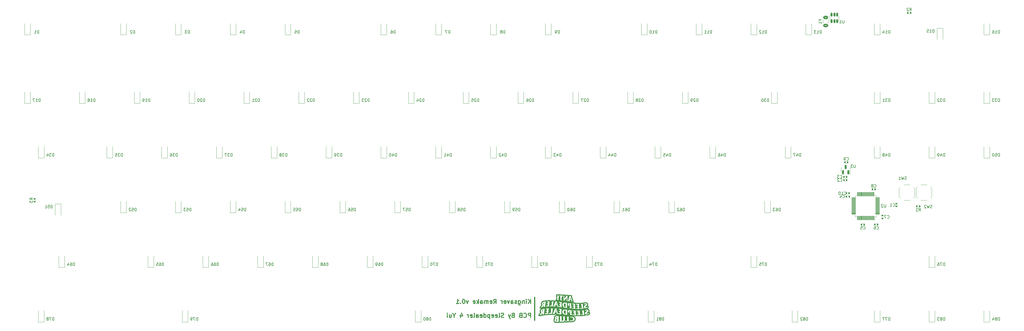
<source format=gbo>
%TF.GenerationSoftware,KiCad,Pcbnew,(6.0.5)*%
%TF.CreationDate,2022-11-05T01:05:16-04:00*%
%TF.ProjectId,TKL,544b4c2e-6b69-4636-9164-5f7063625858,rev?*%
%TF.SameCoordinates,Original*%
%TF.FileFunction,Legend,Bot*%
%TF.FilePolarity,Positive*%
%FSLAX46Y46*%
G04 Gerber Fmt 4.6, Leading zero omitted, Abs format (unit mm)*
G04 Created by KiCad (PCBNEW (6.0.5)) date 2022-11-05 01:05:16*
%MOMM*%
%LPD*%
G01*
G04 APERTURE LIST*
G04 Aperture macros list*
%AMRoundRect*
0 Rectangle with rounded corners*
0 $1 Rounding radius*
0 $2 $3 $4 $5 $6 $7 $8 $9 X,Y pos of 4 corners*
0 Add a 4 corners polygon primitive as box body*
4,1,4,$2,$3,$4,$5,$6,$7,$8,$9,$2,$3,0*
0 Add four circle primitives for the rounded corners*
1,1,$1+$1,$2,$3*
1,1,$1+$1,$4,$5*
1,1,$1+$1,$6,$7*
1,1,$1+$1,$8,$9*
0 Add four rect primitives between the rounded corners*
20,1,$1+$1,$2,$3,$4,$5,0*
20,1,$1+$1,$4,$5,$6,$7,0*
20,1,$1+$1,$6,$7,$8,$9,0*
20,1,$1+$1,$8,$9,$2,$3,0*%
G04 Aperture macros list end*
%ADD10C,0.450000*%
%ADD11C,0.300000*%
%ADD12C,0.150000*%
%ADD13C,0.120000*%
%ADD14RoundRect,0.135000X-0.135000X-0.185000X0.135000X-0.185000X0.135000X0.185000X-0.135000X0.185000X0*%
%ADD15RoundRect,0.140000X-0.170000X0.140000X-0.170000X-0.140000X0.170000X-0.140000X0.170000X0.140000X0*%
%ADD16RoundRect,0.150000X0.150000X-0.587500X0.150000X0.587500X-0.150000X0.587500X-0.150000X-0.587500X0*%
%ADD17RoundRect,0.075000X0.075000X-0.662500X0.075000X0.662500X-0.075000X0.662500X-0.075000X-0.662500X0*%
%ADD18RoundRect,0.075000X0.662500X-0.075000X0.662500X0.075000X-0.662500X0.075000X-0.662500X-0.075000X0*%
%ADD19R,1.100000X1.800000*%
%ADD20RoundRect,0.140000X-0.140000X-0.170000X0.140000X-0.170000X0.140000X0.170000X-0.140000X0.170000X0*%
%ADD21RoundRect,0.140000X0.140000X0.170000X-0.140000X0.170000X-0.140000X-0.170000X0.140000X-0.170000X0*%
%ADD22C,2.300000*%
%ADD23C,2.000000*%
%ADD24R,2.000000X2.000000*%
%ADD25C,1.100000*%
%ADD26O,1.200000X1.900000*%
%ADD27R,1.200000X0.900000*%
%ADD28RoundRect,0.135000X0.135000X0.185000X-0.135000X0.185000X-0.135000X-0.185000X0.135000X-0.185000X0*%
%ADD29RoundRect,0.150000X0.150000X-0.512500X0.150000X0.512500X-0.150000X0.512500X-0.150000X-0.512500X0*%
%ADD30RoundRect,0.250000X-0.625000X0.375000X-0.625000X-0.375000X0.625000X-0.375000X0.625000X0.375000X0*%
%ADD31RoundRect,0.135000X-0.185000X0.135000X-0.185000X-0.135000X0.185000X-0.135000X0.185000X0.135000X0*%
G04 APERTURE END LIST*
D10*
X367506250Y-334916700D02*
X367506250Y-342854200D01*
D11*
X366160357Y-337149021D02*
X366160357Y-335649021D01*
X365303214Y-337149021D02*
X365946071Y-336291878D01*
X365303214Y-335649021D02*
X366160357Y-336506164D01*
X364660357Y-337149021D02*
X364660357Y-336149021D01*
X364660357Y-335649021D02*
X364731785Y-335720450D01*
X364660357Y-335791878D01*
X364588928Y-335720450D01*
X364660357Y-335649021D01*
X364660357Y-335791878D01*
X363946071Y-336149021D02*
X363946071Y-337149021D01*
X363946071Y-336291878D02*
X363874642Y-336220450D01*
X363731785Y-336149021D01*
X363517500Y-336149021D01*
X363374642Y-336220450D01*
X363303214Y-336363307D01*
X363303214Y-337149021D01*
X361946071Y-336149021D02*
X361946071Y-337363307D01*
X362017500Y-337506164D01*
X362088928Y-337577592D01*
X362231785Y-337649021D01*
X362446071Y-337649021D01*
X362588928Y-337577592D01*
X361946071Y-337077592D02*
X362088928Y-337149021D01*
X362374642Y-337149021D01*
X362517500Y-337077592D01*
X362588928Y-337006164D01*
X362660357Y-336863307D01*
X362660357Y-336434735D01*
X362588928Y-336291878D01*
X362517500Y-336220450D01*
X362374642Y-336149021D01*
X362088928Y-336149021D01*
X361946071Y-336220450D01*
X361303214Y-337077592D02*
X361160357Y-337149021D01*
X360874642Y-337149021D01*
X360731785Y-337077592D01*
X360660357Y-336934735D01*
X360660357Y-336863307D01*
X360731785Y-336720450D01*
X360874642Y-336649021D01*
X361088928Y-336649021D01*
X361231785Y-336577592D01*
X361303214Y-336434735D01*
X361303214Y-336363307D01*
X361231785Y-336220450D01*
X361088928Y-336149021D01*
X360874642Y-336149021D01*
X360731785Y-336220450D01*
X359374642Y-337149021D02*
X359374642Y-336363307D01*
X359446071Y-336220450D01*
X359588928Y-336149021D01*
X359874642Y-336149021D01*
X360017500Y-336220450D01*
X359374642Y-337077592D02*
X359517500Y-337149021D01*
X359874642Y-337149021D01*
X360017500Y-337077592D01*
X360088928Y-336934735D01*
X360088928Y-336791878D01*
X360017500Y-336649021D01*
X359874642Y-336577592D01*
X359517500Y-336577592D01*
X359374642Y-336506164D01*
X358803214Y-336149021D02*
X358446071Y-337149021D01*
X358088928Y-336149021D01*
X356946071Y-337077592D02*
X357088928Y-337149021D01*
X357374642Y-337149021D01*
X357517500Y-337077592D01*
X357588928Y-336934735D01*
X357588928Y-336363307D01*
X357517500Y-336220450D01*
X357374642Y-336149021D01*
X357088928Y-336149021D01*
X356946071Y-336220450D01*
X356874642Y-336363307D01*
X356874642Y-336506164D01*
X357588928Y-336649021D01*
X356231785Y-337149021D02*
X356231785Y-336149021D01*
X356231785Y-336434735D02*
X356160357Y-336291878D01*
X356088928Y-336220450D01*
X355946071Y-336149021D01*
X355803214Y-336149021D01*
X353303214Y-337149021D02*
X353803214Y-336434735D01*
X354160357Y-337149021D02*
X354160357Y-335649021D01*
X353588928Y-335649021D01*
X353446071Y-335720450D01*
X353374642Y-335791878D01*
X353303214Y-335934735D01*
X353303214Y-336149021D01*
X353374642Y-336291878D01*
X353446071Y-336363307D01*
X353588928Y-336434735D01*
X354160357Y-336434735D01*
X352088928Y-337077592D02*
X352231785Y-337149021D01*
X352517500Y-337149021D01*
X352660357Y-337077592D01*
X352731785Y-336934735D01*
X352731785Y-336363307D01*
X352660357Y-336220450D01*
X352517500Y-336149021D01*
X352231785Y-336149021D01*
X352088928Y-336220450D01*
X352017500Y-336363307D01*
X352017500Y-336506164D01*
X352731785Y-336649021D01*
X351374642Y-337149021D02*
X351374642Y-336149021D01*
X351374642Y-336291878D02*
X351303214Y-336220450D01*
X351160357Y-336149021D01*
X350946071Y-336149021D01*
X350803214Y-336220450D01*
X350731785Y-336363307D01*
X350731785Y-337149021D01*
X350731785Y-336363307D02*
X350660357Y-336220450D01*
X350517500Y-336149021D01*
X350303214Y-336149021D01*
X350160357Y-336220450D01*
X350088928Y-336363307D01*
X350088928Y-337149021D01*
X348731785Y-337149021D02*
X348731785Y-336363307D01*
X348803214Y-336220450D01*
X348946071Y-336149021D01*
X349231785Y-336149021D01*
X349374642Y-336220450D01*
X348731785Y-337077592D02*
X348874642Y-337149021D01*
X349231785Y-337149021D01*
X349374642Y-337077592D01*
X349446071Y-336934735D01*
X349446071Y-336791878D01*
X349374642Y-336649021D01*
X349231785Y-336577592D01*
X348874642Y-336577592D01*
X348731785Y-336506164D01*
X348017500Y-337149021D02*
X348017500Y-335649021D01*
X347874642Y-336577592D02*
X347446071Y-337149021D01*
X347446071Y-336149021D02*
X348017500Y-336720450D01*
X346231785Y-337077592D02*
X346374642Y-337149021D01*
X346660357Y-337149021D01*
X346803214Y-337077592D01*
X346874642Y-336934735D01*
X346874642Y-336363307D01*
X346803214Y-336220450D01*
X346660357Y-336149021D01*
X346374642Y-336149021D01*
X346231785Y-336220450D01*
X346160357Y-336363307D01*
X346160357Y-336506164D01*
X346874642Y-336649021D01*
X344517500Y-336149021D02*
X344160357Y-337149021D01*
X343803214Y-336149021D01*
X342946071Y-335649021D02*
X342803214Y-335649021D01*
X342660357Y-335720450D01*
X342588928Y-335791878D01*
X342517500Y-335934735D01*
X342446071Y-336220450D01*
X342446071Y-336577592D01*
X342517500Y-336863307D01*
X342588928Y-337006164D01*
X342660357Y-337077592D01*
X342803214Y-337149021D01*
X342946071Y-337149021D01*
X343088928Y-337077592D01*
X343160357Y-337006164D01*
X343231785Y-336863307D01*
X343303214Y-336577592D01*
X343303214Y-336220450D01*
X343231785Y-335934735D01*
X343160357Y-335791878D01*
X343088928Y-335720450D01*
X342946071Y-335649021D01*
X341803214Y-337006164D02*
X341731785Y-337077592D01*
X341803214Y-337149021D01*
X341874642Y-337077592D01*
X341803214Y-337006164D01*
X341803214Y-337149021D01*
X340303214Y-337149021D02*
X341160357Y-337149021D01*
X340731785Y-337149021D02*
X340731785Y-335649021D01*
X340874642Y-335863307D01*
X341017500Y-336006164D01*
X341160357Y-336077592D01*
X366160357Y-341979021D02*
X366160357Y-340479021D01*
X365588928Y-340479021D01*
X365446071Y-340550450D01*
X365374642Y-340621878D01*
X365303214Y-340764735D01*
X365303214Y-340979021D01*
X365374642Y-341121878D01*
X365446071Y-341193307D01*
X365588928Y-341264735D01*
X366160357Y-341264735D01*
X363803214Y-341836164D02*
X363874642Y-341907592D01*
X364088928Y-341979021D01*
X364231785Y-341979021D01*
X364446071Y-341907592D01*
X364588928Y-341764735D01*
X364660357Y-341621878D01*
X364731785Y-341336164D01*
X364731785Y-341121878D01*
X364660357Y-340836164D01*
X364588928Y-340693307D01*
X364446071Y-340550450D01*
X364231785Y-340479021D01*
X364088928Y-340479021D01*
X363874642Y-340550450D01*
X363803214Y-340621878D01*
X362660357Y-341193307D02*
X362446071Y-341264735D01*
X362374642Y-341336164D01*
X362303214Y-341479021D01*
X362303214Y-341693307D01*
X362374642Y-341836164D01*
X362446071Y-341907592D01*
X362588928Y-341979021D01*
X363160357Y-341979021D01*
X363160357Y-340479021D01*
X362660357Y-340479021D01*
X362517500Y-340550450D01*
X362446071Y-340621878D01*
X362374642Y-340764735D01*
X362374642Y-340907592D01*
X362446071Y-341050450D01*
X362517500Y-341121878D01*
X362660357Y-341193307D01*
X363160357Y-341193307D01*
X360017500Y-341193307D02*
X359803214Y-341264735D01*
X359731785Y-341336164D01*
X359660357Y-341479021D01*
X359660357Y-341693307D01*
X359731785Y-341836164D01*
X359803214Y-341907592D01*
X359946071Y-341979021D01*
X360517500Y-341979021D01*
X360517500Y-340479021D01*
X360017500Y-340479021D01*
X359874642Y-340550450D01*
X359803214Y-340621878D01*
X359731785Y-340764735D01*
X359731785Y-340907592D01*
X359803214Y-341050450D01*
X359874642Y-341121878D01*
X360017500Y-341193307D01*
X360517500Y-341193307D01*
X359160357Y-340979021D02*
X358803214Y-341979021D01*
X358446071Y-340979021D02*
X358803214Y-341979021D01*
X358946071Y-342336164D01*
X359017500Y-342407592D01*
X359160357Y-342479021D01*
X356803214Y-341907592D02*
X356588928Y-341979021D01*
X356231785Y-341979021D01*
X356088928Y-341907592D01*
X356017500Y-341836164D01*
X355946071Y-341693307D01*
X355946071Y-341550450D01*
X356017500Y-341407592D01*
X356088928Y-341336164D01*
X356231785Y-341264735D01*
X356517500Y-341193307D01*
X356660357Y-341121878D01*
X356731785Y-341050450D01*
X356803214Y-340907592D01*
X356803214Y-340764735D01*
X356731785Y-340621878D01*
X356660357Y-340550450D01*
X356517500Y-340479021D01*
X356160357Y-340479021D01*
X355946071Y-340550450D01*
X355088928Y-341979021D02*
X355231785Y-341907592D01*
X355303214Y-341764735D01*
X355303214Y-340479021D01*
X353946071Y-341907592D02*
X354088928Y-341979021D01*
X354374642Y-341979021D01*
X354517500Y-341907592D01*
X354588928Y-341764735D01*
X354588928Y-341193307D01*
X354517500Y-341050450D01*
X354374642Y-340979021D01*
X354088928Y-340979021D01*
X353946071Y-341050450D01*
X353874642Y-341193307D01*
X353874642Y-341336164D01*
X354588928Y-341479021D01*
X352660357Y-341907592D02*
X352803214Y-341979021D01*
X353088928Y-341979021D01*
X353231785Y-341907592D01*
X353303214Y-341764735D01*
X353303214Y-341193307D01*
X353231785Y-341050450D01*
X353088928Y-340979021D01*
X352803214Y-340979021D01*
X352660357Y-341050450D01*
X352588928Y-341193307D01*
X352588928Y-341336164D01*
X353303214Y-341479021D01*
X351946071Y-340979021D02*
X351946071Y-342479021D01*
X351946071Y-341050450D02*
X351803214Y-340979021D01*
X351517500Y-340979021D01*
X351374642Y-341050450D01*
X351303214Y-341121878D01*
X351231785Y-341264735D01*
X351231785Y-341693307D01*
X351303214Y-341836164D01*
X351374642Y-341907592D01*
X351517500Y-341979021D01*
X351803214Y-341979021D01*
X351946071Y-341907592D01*
X349946071Y-341979021D02*
X349946071Y-340479021D01*
X349946071Y-341907592D02*
X350088928Y-341979021D01*
X350374642Y-341979021D01*
X350517500Y-341907592D01*
X350588928Y-341836164D01*
X350660357Y-341693307D01*
X350660357Y-341264735D01*
X350588928Y-341121878D01*
X350517500Y-341050450D01*
X350374642Y-340979021D01*
X350088928Y-340979021D01*
X349946071Y-341050450D01*
X348660357Y-341907592D02*
X348803214Y-341979021D01*
X349088928Y-341979021D01*
X349231785Y-341907592D01*
X349303214Y-341764735D01*
X349303214Y-341193307D01*
X349231785Y-341050450D01*
X349088928Y-340979021D01*
X348803214Y-340979021D01*
X348660357Y-341050450D01*
X348588928Y-341193307D01*
X348588928Y-341336164D01*
X349303214Y-341479021D01*
X347303214Y-341979021D02*
X347303214Y-341193307D01*
X347374642Y-341050450D01*
X347517500Y-340979021D01*
X347803214Y-340979021D01*
X347946071Y-341050450D01*
X347303214Y-341907592D02*
X347446071Y-341979021D01*
X347803214Y-341979021D01*
X347946071Y-341907592D01*
X348017500Y-341764735D01*
X348017500Y-341621878D01*
X347946071Y-341479021D01*
X347803214Y-341407592D01*
X347446071Y-341407592D01*
X347303214Y-341336164D01*
X346374642Y-341979021D02*
X346517500Y-341907592D01*
X346588928Y-341764735D01*
X346588928Y-340479021D01*
X345231785Y-341907592D02*
X345374642Y-341979021D01*
X345660357Y-341979021D01*
X345803214Y-341907592D01*
X345874642Y-341764735D01*
X345874642Y-341193307D01*
X345803214Y-341050450D01*
X345660357Y-340979021D01*
X345374642Y-340979021D01*
X345231785Y-341050450D01*
X345160357Y-341193307D01*
X345160357Y-341336164D01*
X345874642Y-341479021D01*
X344517500Y-341979021D02*
X344517500Y-340979021D01*
X344517500Y-341264735D02*
X344446071Y-341121878D01*
X344374642Y-341050450D01*
X344231785Y-340979021D01*
X344088928Y-340979021D01*
X341803214Y-340979021D02*
X341803214Y-341979021D01*
X342160357Y-340407592D02*
X342517500Y-341479021D01*
X341588928Y-341479021D01*
X339588928Y-341264735D02*
X339588928Y-341979021D01*
X340088928Y-340479021D02*
X339588928Y-341264735D01*
X339088928Y-340479021D01*
X337946071Y-340979021D02*
X337946071Y-341979021D01*
X338588928Y-340979021D02*
X338588928Y-341764735D01*
X338517500Y-341907592D01*
X338374642Y-341979021D01*
X338160357Y-341979021D01*
X338017500Y-341907592D01*
X337946071Y-341836164D01*
X337231785Y-341979021D02*
X337231785Y-340979021D01*
X337231785Y-340479021D02*
X337303214Y-340550450D01*
X337231785Y-340621878D01*
X337160357Y-340550450D01*
X337231785Y-340479021D01*
X337231785Y-340621878D01*
D12*
%TO.C,R1*%
X501054666Y-304916080D02*
X501388000Y-304439890D01*
X501626095Y-304916080D02*
X501626095Y-303916080D01*
X501245142Y-303916080D01*
X501149904Y-303963700D01*
X501102285Y-304011319D01*
X501054666Y-304106557D01*
X501054666Y-304249414D01*
X501102285Y-304344652D01*
X501149904Y-304392271D01*
X501245142Y-304439890D01*
X501626095Y-304439890D01*
X500102285Y-304916080D02*
X500673714Y-304916080D01*
X500388000Y-304916080D02*
X500388000Y-303916080D01*
X500483238Y-304058938D01*
X500578476Y-304154176D01*
X500673714Y-304201795D01*
%TO.C,C1*%
X492037666Y-303142842D02*
X492085285Y-303190461D01*
X492228142Y-303238080D01*
X492323380Y-303238080D01*
X492466238Y-303190461D01*
X492561476Y-303095223D01*
X492609095Y-302999985D01*
X492656714Y-302809509D01*
X492656714Y-302666652D01*
X492609095Y-302476176D01*
X492561476Y-302380938D01*
X492466238Y-302285700D01*
X492323380Y-302238080D01*
X492228142Y-302238080D01*
X492085285Y-302285700D01*
X492037666Y-302333319D01*
X491085285Y-303238080D02*
X491656714Y-303238080D01*
X491371000Y-303238080D02*
X491371000Y-302238080D01*
X491466238Y-302380938D01*
X491561476Y-302476176D01*
X491656714Y-302523795D01*
%TO.C,U3*%
X479043904Y-288776080D02*
X479043904Y-289585604D01*
X478996285Y-289680842D01*
X478948666Y-289728461D01*
X478853428Y-289776080D01*
X478662952Y-289776080D01*
X478567714Y-289728461D01*
X478520095Y-289680842D01*
X478472476Y-289585604D01*
X478472476Y-288776080D01*
X478091523Y-288776080D02*
X477472476Y-288776080D01*
X477805809Y-289157033D01*
X477662952Y-289157033D01*
X477567714Y-289204652D01*
X477520095Y-289252271D01*
X477472476Y-289347509D01*
X477472476Y-289585604D01*
X477520095Y-289680842D01*
X477567714Y-289728461D01*
X477662952Y-289776080D01*
X477948666Y-289776080D01*
X478043904Y-289728461D01*
X478091523Y-289680842D01*
%TO.C,U2*%
X489584904Y-302619080D02*
X489584904Y-303428604D01*
X489537285Y-303523842D01*
X489489666Y-303571461D01*
X489394428Y-303619080D01*
X489203952Y-303619080D01*
X489108714Y-303571461D01*
X489061095Y-303523842D01*
X489013476Y-303428604D01*
X489013476Y-302619080D01*
X488584904Y-302714319D02*
X488537285Y-302666700D01*
X488442047Y-302619080D01*
X488203952Y-302619080D01*
X488108714Y-302666700D01*
X488061095Y-302714319D01*
X488013476Y-302809557D01*
X488013476Y-302904795D01*
X488061095Y-303047652D01*
X488632523Y-303619080D01*
X488013476Y-303619080D01*
%TO.C,SW2*%
X505650333Y-303825461D02*
X505507476Y-303873080D01*
X505269380Y-303873080D01*
X505174142Y-303825461D01*
X505126523Y-303777842D01*
X505078904Y-303682604D01*
X505078904Y-303587366D01*
X505126523Y-303492128D01*
X505174142Y-303444509D01*
X505269380Y-303396890D01*
X505459857Y-303349271D01*
X505555095Y-303301652D01*
X505602714Y-303254033D01*
X505650333Y-303158795D01*
X505650333Y-303063557D01*
X505602714Y-302968319D01*
X505555095Y-302920700D01*
X505459857Y-302873080D01*
X505221761Y-302873080D01*
X505078904Y-302920700D01*
X504745571Y-302873080D02*
X504507476Y-303873080D01*
X504317000Y-303158795D01*
X504126523Y-303873080D01*
X503888428Y-302873080D01*
X503555095Y-302968319D02*
X503507476Y-302920700D01*
X503412238Y-302873080D01*
X503174142Y-302873080D01*
X503078904Y-302920700D01*
X503031285Y-302968319D01*
X502983666Y-303063557D01*
X502983666Y-303158795D01*
X503031285Y-303301652D01*
X503602714Y-303873080D01*
X502983666Y-303873080D01*
%TO.C,SW1*%
X496760333Y-293919461D02*
X496617476Y-293967080D01*
X496379380Y-293967080D01*
X496284142Y-293919461D01*
X496236523Y-293871842D01*
X496188904Y-293776604D01*
X496188904Y-293681366D01*
X496236523Y-293586128D01*
X496284142Y-293538509D01*
X496379380Y-293490890D01*
X496569857Y-293443271D01*
X496665095Y-293395652D01*
X496712714Y-293348033D01*
X496760333Y-293252795D01*
X496760333Y-293157557D01*
X496712714Y-293062319D01*
X496665095Y-293014700D01*
X496569857Y-292967080D01*
X496331761Y-292967080D01*
X496188904Y-293014700D01*
X495855571Y-292967080D02*
X495617476Y-293967080D01*
X495427000Y-293252795D01*
X495236523Y-293967080D01*
X494998428Y-292967080D01*
X494093666Y-293967080D02*
X494665095Y-293967080D01*
X494379380Y-293967080D02*
X494379380Y-292967080D01*
X494474619Y-293109938D01*
X494569857Y-293205176D01*
X494665095Y-293252795D01*
%TO.C,C10*%
X475114857Y-299078842D02*
X475162476Y-299126461D01*
X475305333Y-299174080D01*
X475400571Y-299174080D01*
X475543428Y-299126461D01*
X475638666Y-299031223D01*
X475686285Y-298935985D01*
X475733904Y-298745509D01*
X475733904Y-298602652D01*
X475686285Y-298412176D01*
X475638666Y-298316938D01*
X475543428Y-298221700D01*
X475400571Y-298174080D01*
X475305333Y-298174080D01*
X475162476Y-298221700D01*
X475114857Y-298269319D01*
X474162476Y-299174080D02*
X474733904Y-299174080D01*
X474448190Y-299174080D02*
X474448190Y-298174080D01*
X474543428Y-298316938D01*
X474638666Y-298412176D01*
X474733904Y-298459795D01*
X473543428Y-298174080D02*
X473448190Y-298174080D01*
X473352952Y-298221700D01*
X473305333Y-298269319D01*
X473257714Y-298364557D01*
X473210095Y-298555033D01*
X473210095Y-298793128D01*
X473257714Y-298983604D01*
X473305333Y-299078842D01*
X473352952Y-299126461D01*
X473448190Y-299174080D01*
X473543428Y-299174080D01*
X473638666Y-299126461D01*
X473686285Y-299078842D01*
X473733904Y-298983604D01*
X473781523Y-298793128D01*
X473781523Y-298555033D01*
X473733904Y-298364557D01*
X473686285Y-298269319D01*
X473638666Y-298221700D01*
X473543428Y-298174080D01*
%TO.C,C9*%
X476035666Y-287123842D02*
X476083285Y-287171461D01*
X476226142Y-287219080D01*
X476321380Y-287219080D01*
X476464238Y-287171461D01*
X476559476Y-287076223D01*
X476607095Y-286980985D01*
X476654714Y-286790509D01*
X476654714Y-286647652D01*
X476607095Y-286457176D01*
X476559476Y-286361938D01*
X476464238Y-286266700D01*
X476321380Y-286219080D01*
X476226142Y-286219080D01*
X476083285Y-286266700D01*
X476035666Y-286314319D01*
X475559476Y-287219080D02*
X475369000Y-287219080D01*
X475273761Y-287171461D01*
X475226142Y-287123842D01*
X475130904Y-286980985D01*
X475083285Y-286790509D01*
X475083285Y-286409557D01*
X475130904Y-286314319D01*
X475178523Y-286266700D01*
X475273761Y-286219080D01*
X475464238Y-286219080D01*
X475559476Y-286266700D01*
X475607095Y-286314319D01*
X475654714Y-286409557D01*
X475654714Y-286647652D01*
X475607095Y-286742890D01*
X475559476Y-286790509D01*
X475464238Y-286838128D01*
X475273761Y-286838128D01*
X475178523Y-286790509D01*
X475130904Y-286742890D01*
X475083285Y-286647652D01*
%TO.C,C8*%
X485560666Y-296521842D02*
X485608285Y-296569461D01*
X485751142Y-296617080D01*
X485846380Y-296617080D01*
X485989238Y-296569461D01*
X486084476Y-296474223D01*
X486132095Y-296378985D01*
X486179714Y-296188509D01*
X486179714Y-296045652D01*
X486132095Y-295855176D01*
X486084476Y-295759938D01*
X485989238Y-295664700D01*
X485846380Y-295617080D01*
X485751142Y-295617080D01*
X485608285Y-295664700D01*
X485560666Y-295712319D01*
X484989238Y-296045652D02*
X485084476Y-295998033D01*
X485132095Y-295950414D01*
X485179714Y-295855176D01*
X485179714Y-295807557D01*
X485132095Y-295712319D01*
X485084476Y-295664700D01*
X484989238Y-295617080D01*
X484798761Y-295617080D01*
X484703523Y-295664700D01*
X484655904Y-295712319D01*
X484608285Y-295807557D01*
X484608285Y-295855176D01*
X484655904Y-295950414D01*
X484703523Y-295998033D01*
X484798761Y-296045652D01*
X484989238Y-296045652D01*
X485084476Y-296093271D01*
X485132095Y-296140890D01*
X485179714Y-296236128D01*
X485179714Y-296426604D01*
X485132095Y-296521842D01*
X485084476Y-296569461D01*
X484989238Y-296617080D01*
X484798761Y-296617080D01*
X484703523Y-296569461D01*
X484655904Y-296521842D01*
X484608285Y-296426604D01*
X484608285Y-296236128D01*
X484655904Y-296140890D01*
X484703523Y-296093271D01*
X484798761Y-296045652D01*
%TO.C,C7*%
X490132666Y-307333842D02*
X490180285Y-307381461D01*
X490323142Y-307429080D01*
X490418380Y-307429080D01*
X490561238Y-307381461D01*
X490656476Y-307286223D01*
X490704095Y-307190985D01*
X490751714Y-307000509D01*
X490751714Y-306857652D01*
X490704095Y-306667176D01*
X490656476Y-306571938D01*
X490561238Y-306476700D01*
X490418380Y-306429080D01*
X490323142Y-306429080D01*
X490180285Y-306476700D01*
X490132666Y-306524319D01*
X489799333Y-306429080D02*
X489132666Y-306429080D01*
X489561238Y-307429080D01*
%TO.C,C6*%
X486449666Y-311160842D02*
X486497285Y-311208461D01*
X486640142Y-311256080D01*
X486735380Y-311256080D01*
X486878238Y-311208461D01*
X486973476Y-311113223D01*
X487021095Y-311017985D01*
X487068714Y-310827509D01*
X487068714Y-310684652D01*
X487021095Y-310494176D01*
X486973476Y-310398938D01*
X486878238Y-310303700D01*
X486735380Y-310256080D01*
X486640142Y-310256080D01*
X486497285Y-310303700D01*
X486449666Y-310351319D01*
X485592523Y-310256080D02*
X485783000Y-310256080D01*
X485878238Y-310303700D01*
X485925857Y-310351319D01*
X486021095Y-310494176D01*
X486068714Y-310684652D01*
X486068714Y-311065604D01*
X486021095Y-311160842D01*
X485973476Y-311208461D01*
X485878238Y-311256080D01*
X485687761Y-311256080D01*
X485592523Y-311208461D01*
X485544904Y-311160842D01*
X485497285Y-311065604D01*
X485497285Y-310827509D01*
X485544904Y-310732271D01*
X485592523Y-310684652D01*
X485687761Y-310637033D01*
X485878238Y-310637033D01*
X485973476Y-310684652D01*
X486021095Y-310732271D01*
X486068714Y-310827509D01*
%TO.C,C5*%
X481750666Y-311160842D02*
X481798285Y-311208461D01*
X481941142Y-311256080D01*
X482036380Y-311256080D01*
X482179238Y-311208461D01*
X482274476Y-311113223D01*
X482322095Y-311017985D01*
X482369714Y-310827509D01*
X482369714Y-310684652D01*
X482322095Y-310494176D01*
X482274476Y-310398938D01*
X482179238Y-310303700D01*
X482036380Y-310256080D01*
X481941142Y-310256080D01*
X481798285Y-310303700D01*
X481750666Y-310351319D01*
X480845904Y-310256080D02*
X481322095Y-310256080D01*
X481369714Y-310732271D01*
X481322095Y-310684652D01*
X481226857Y-310637033D01*
X480988761Y-310637033D01*
X480893523Y-310684652D01*
X480845904Y-310732271D01*
X480798285Y-310827509D01*
X480798285Y-311065604D01*
X480845904Y-311160842D01*
X480893523Y-311208461D01*
X480988761Y-311256080D01*
X481226857Y-311256080D01*
X481322095Y-311208461D01*
X481369714Y-311160842D01*
%TO.C,C4*%
X474638666Y-300221842D02*
X474686285Y-300269461D01*
X474829142Y-300317080D01*
X474924380Y-300317080D01*
X475067238Y-300269461D01*
X475162476Y-300174223D01*
X475210095Y-300078985D01*
X475257714Y-299888509D01*
X475257714Y-299745652D01*
X475210095Y-299555176D01*
X475162476Y-299459938D01*
X475067238Y-299364700D01*
X474924380Y-299317080D01*
X474829142Y-299317080D01*
X474686285Y-299364700D01*
X474638666Y-299412319D01*
X473781523Y-299650414D02*
X473781523Y-300317080D01*
X474019619Y-299269461D02*
X474257714Y-299983747D01*
X473638666Y-299983747D01*
%TO.C,C3*%
X473749666Y-293363842D02*
X473797285Y-293411461D01*
X473940142Y-293459080D01*
X474035380Y-293459080D01*
X474178238Y-293411461D01*
X474273476Y-293316223D01*
X474321095Y-293220985D01*
X474368714Y-293030509D01*
X474368714Y-292887652D01*
X474321095Y-292697176D01*
X474273476Y-292601938D01*
X474178238Y-292506700D01*
X474035380Y-292459080D01*
X473940142Y-292459080D01*
X473797285Y-292506700D01*
X473749666Y-292554319D01*
X473416333Y-292459080D02*
X472797285Y-292459080D01*
X473130619Y-292840033D01*
X472987761Y-292840033D01*
X472892523Y-292887652D01*
X472844904Y-292935271D01*
X472797285Y-293030509D01*
X472797285Y-293268604D01*
X472844904Y-293363842D01*
X472892523Y-293411461D01*
X472987761Y-293459080D01*
X473273476Y-293459080D01*
X473368714Y-293411461D01*
X473416333Y-293363842D01*
%TO.C,C2*%
X473749666Y-294506842D02*
X473797285Y-294554461D01*
X473940142Y-294602080D01*
X474035380Y-294602080D01*
X474178238Y-294554461D01*
X474273476Y-294459223D01*
X474321095Y-294363985D01*
X474368714Y-294173509D01*
X474368714Y-294030652D01*
X474321095Y-293840176D01*
X474273476Y-293744938D01*
X474178238Y-293649700D01*
X474035380Y-293602080D01*
X473940142Y-293602080D01*
X473797285Y-293649700D01*
X473749666Y-293697319D01*
X473368714Y-293697319D02*
X473321095Y-293649700D01*
X473225857Y-293602080D01*
X472987761Y-293602080D01*
X472892523Y-293649700D01*
X472844904Y-293697319D01*
X472797285Y-293792557D01*
X472797285Y-293887795D01*
X472844904Y-294030652D01*
X473416333Y-294602080D01*
X472797285Y-294602080D01*
%TO.C,D42*%
X357658835Y-285839080D02*
X357658835Y-284839080D01*
X357420740Y-284839080D01*
X357277883Y-284886700D01*
X357182645Y-284981938D01*
X357135026Y-285077176D01*
X357087407Y-285267652D01*
X357087407Y-285410509D01*
X357135026Y-285600985D01*
X357182645Y-285696223D01*
X357277883Y-285791461D01*
X357420740Y-285839080D01*
X357658835Y-285839080D01*
X356230264Y-285172414D02*
X356230264Y-285839080D01*
X356468359Y-284791461D02*
X356706454Y-285505747D01*
X356087407Y-285505747D01*
X355754073Y-284934319D02*
X355706454Y-284886700D01*
X355611216Y-284839080D01*
X355373121Y-284839080D01*
X355277883Y-284886700D01*
X355230264Y-284934319D01*
X355182645Y-285029557D01*
X355182645Y-285124795D01*
X355230264Y-285267652D01*
X355801692Y-285839080D01*
X355182645Y-285839080D01*
%TO.C,D19*%
X233833835Y-266789080D02*
X233833835Y-265789080D01*
X233595740Y-265789080D01*
X233452883Y-265836700D01*
X233357645Y-265931938D01*
X233310026Y-266027176D01*
X233262407Y-266217652D01*
X233262407Y-266360509D01*
X233310026Y-266550985D01*
X233357645Y-266646223D01*
X233452883Y-266741461D01*
X233595740Y-266789080D01*
X233833835Y-266789080D01*
X232310026Y-266789080D02*
X232881454Y-266789080D01*
X232595740Y-266789080D02*
X232595740Y-265789080D01*
X232690978Y-265931938D01*
X232786216Y-266027176D01*
X232881454Y-266074795D01*
X231833835Y-266789080D02*
X231643359Y-266789080D01*
X231548121Y-266741461D01*
X231500502Y-266693842D01*
X231405264Y-266550985D01*
X231357645Y-266360509D01*
X231357645Y-265979557D01*
X231405264Y-265884319D01*
X231452883Y-265836700D01*
X231548121Y-265789080D01*
X231738597Y-265789080D01*
X231833835Y-265836700D01*
X231881454Y-265884319D01*
X231929073Y-265979557D01*
X231929073Y-266217652D01*
X231881454Y-266312890D01*
X231833835Y-266360509D01*
X231738597Y-266408128D01*
X231548121Y-266408128D01*
X231452883Y-266360509D01*
X231405264Y-266312890D01*
X231357645Y-266217652D01*
%TO.C,D77*%
X491008835Y-342989080D02*
X491008835Y-341989080D01*
X490770740Y-341989080D01*
X490627883Y-342036700D01*
X490532645Y-342131938D01*
X490485026Y-342227176D01*
X490437407Y-342417652D01*
X490437407Y-342560509D01*
X490485026Y-342750985D01*
X490532645Y-342846223D01*
X490627883Y-342941461D01*
X490770740Y-342989080D01*
X491008835Y-342989080D01*
X490104073Y-341989080D02*
X489437407Y-341989080D01*
X489865978Y-342989080D01*
X489151692Y-341989080D02*
X488485026Y-341989080D01*
X488913597Y-342989080D01*
%TO.C,D23*%
X310033835Y-266789080D02*
X310033835Y-265789080D01*
X309795740Y-265789080D01*
X309652883Y-265836700D01*
X309557645Y-265931938D01*
X309510026Y-266027176D01*
X309462407Y-266217652D01*
X309462407Y-266360509D01*
X309510026Y-266550985D01*
X309557645Y-266646223D01*
X309652883Y-266741461D01*
X309795740Y-266789080D01*
X310033835Y-266789080D01*
X309081454Y-265884319D02*
X309033835Y-265836700D01*
X308938597Y-265789080D01*
X308700502Y-265789080D01*
X308605264Y-265836700D01*
X308557645Y-265884319D01*
X308510026Y-265979557D01*
X308510026Y-266074795D01*
X308557645Y-266217652D01*
X309129073Y-266789080D01*
X308510026Y-266789080D01*
X308176692Y-265789080D02*
X307557645Y-265789080D01*
X307890978Y-266170033D01*
X307748121Y-266170033D01*
X307652883Y-266217652D01*
X307605264Y-266265271D01*
X307557645Y-266360509D01*
X307557645Y-266598604D01*
X307605264Y-266693842D01*
X307652883Y-266741461D01*
X307748121Y-266789080D01*
X308033835Y-266789080D01*
X308129073Y-266741461D01*
X308176692Y-266693842D01*
%TO.C,D6*%
X319082645Y-242976580D02*
X319082645Y-241976580D01*
X318844550Y-241976580D01*
X318701692Y-242024200D01*
X318606454Y-242119438D01*
X318558835Y-242214676D01*
X318511216Y-242405152D01*
X318511216Y-242548009D01*
X318558835Y-242738485D01*
X318606454Y-242833723D01*
X318701692Y-242928961D01*
X318844550Y-242976580D01*
X319082645Y-242976580D01*
X317654073Y-241976580D02*
X317844550Y-241976580D01*
X317939788Y-242024200D01*
X317987407Y-242071819D01*
X318082645Y-242214676D01*
X318130264Y-242405152D01*
X318130264Y-242786104D01*
X318082645Y-242881342D01*
X318035026Y-242928961D01*
X317939788Y-242976580D01*
X317749311Y-242976580D01*
X317654073Y-242928961D01*
X317606454Y-242881342D01*
X317558835Y-242786104D01*
X317558835Y-242548009D01*
X317606454Y-242452771D01*
X317654073Y-242405152D01*
X317749311Y-242357533D01*
X317939788Y-242357533D01*
X318035026Y-242405152D01*
X318082645Y-242452771D01*
X318130264Y-242548009D01*
%TO.C,D20*%
X252883835Y-266789080D02*
X252883835Y-265789080D01*
X252645740Y-265789080D01*
X252502883Y-265836700D01*
X252407645Y-265931938D01*
X252360026Y-266027176D01*
X252312407Y-266217652D01*
X252312407Y-266360509D01*
X252360026Y-266550985D01*
X252407645Y-266646223D01*
X252502883Y-266741461D01*
X252645740Y-266789080D01*
X252883835Y-266789080D01*
X251931454Y-265884319D02*
X251883835Y-265836700D01*
X251788597Y-265789080D01*
X251550502Y-265789080D01*
X251455264Y-265836700D01*
X251407645Y-265884319D01*
X251360026Y-265979557D01*
X251360026Y-266074795D01*
X251407645Y-266217652D01*
X251979073Y-266789080D01*
X251360026Y-266789080D01*
X250740978Y-265789080D02*
X250645740Y-265789080D01*
X250550502Y-265836700D01*
X250502883Y-265884319D01*
X250455264Y-265979557D01*
X250407645Y-266170033D01*
X250407645Y-266408128D01*
X250455264Y-266598604D01*
X250502883Y-266693842D01*
X250550502Y-266741461D01*
X250645740Y-266789080D01*
X250740978Y-266789080D01*
X250836216Y-266741461D01*
X250883835Y-266693842D01*
X250931454Y-266598604D01*
X250979073Y-266408128D01*
X250979073Y-266170033D01*
X250931454Y-265979557D01*
X250883835Y-265884319D01*
X250836216Y-265836700D01*
X250740978Y-265789080D01*
%TO.C,D83*%
X510058835Y-342989080D02*
X510058835Y-341989080D01*
X509820740Y-341989080D01*
X509677883Y-342036700D01*
X509582645Y-342131938D01*
X509535026Y-342227176D01*
X509487407Y-342417652D01*
X509487407Y-342560509D01*
X509535026Y-342750985D01*
X509582645Y-342846223D01*
X509677883Y-342941461D01*
X509820740Y-342989080D01*
X510058835Y-342989080D01*
X508915978Y-342417652D02*
X509011216Y-342370033D01*
X509058835Y-342322414D01*
X509106454Y-342227176D01*
X509106454Y-342179557D01*
X509058835Y-342084319D01*
X509011216Y-342036700D01*
X508915978Y-341989080D01*
X508725502Y-341989080D01*
X508630264Y-342036700D01*
X508582645Y-342084319D01*
X508535026Y-342179557D01*
X508535026Y-342227176D01*
X508582645Y-342322414D01*
X508630264Y-342370033D01*
X508725502Y-342417652D01*
X508915978Y-342417652D01*
X509011216Y-342465271D01*
X509058835Y-342512890D01*
X509106454Y-342608128D01*
X509106454Y-342798604D01*
X509058835Y-342893842D01*
X509011216Y-342941461D01*
X508915978Y-342989080D01*
X508725502Y-342989080D01*
X508630264Y-342941461D01*
X508582645Y-342893842D01*
X508535026Y-342798604D01*
X508535026Y-342608128D01*
X508582645Y-342512890D01*
X508630264Y-342465271D01*
X508725502Y-342417652D01*
X508201692Y-341989080D02*
X507582645Y-341989080D01*
X507915978Y-342370033D01*
X507773121Y-342370033D01*
X507677883Y-342417652D01*
X507630264Y-342465271D01*
X507582645Y-342560509D01*
X507582645Y-342798604D01*
X507630264Y-342893842D01*
X507677883Y-342941461D01*
X507773121Y-342989080D01*
X508058835Y-342989080D01*
X508154073Y-342941461D01*
X508201692Y-342893842D01*
%TO.C,D72*%
X371946335Y-323939080D02*
X371946335Y-322939080D01*
X371708240Y-322939080D01*
X371565383Y-322986700D01*
X371470145Y-323081938D01*
X371422526Y-323177176D01*
X371374907Y-323367652D01*
X371374907Y-323510509D01*
X371422526Y-323700985D01*
X371470145Y-323796223D01*
X371565383Y-323891461D01*
X371708240Y-323939080D01*
X371946335Y-323939080D01*
X371041573Y-322939080D02*
X370374907Y-322939080D01*
X370803478Y-323939080D01*
X370041573Y-323034319D02*
X369993954Y-322986700D01*
X369898716Y-322939080D01*
X369660621Y-322939080D01*
X369565383Y-322986700D01*
X369517764Y-323034319D01*
X369470145Y-323129557D01*
X369470145Y-323224795D01*
X369517764Y-323367652D01*
X370089192Y-323939080D01*
X369470145Y-323939080D01*
%TO.C,D26*%
X367183835Y-266789080D02*
X367183835Y-265789080D01*
X366945740Y-265789080D01*
X366802883Y-265836700D01*
X366707645Y-265931938D01*
X366660026Y-266027176D01*
X366612407Y-266217652D01*
X366612407Y-266360509D01*
X366660026Y-266550985D01*
X366707645Y-266646223D01*
X366802883Y-266741461D01*
X366945740Y-266789080D01*
X367183835Y-266789080D01*
X366231454Y-265884319D02*
X366183835Y-265836700D01*
X366088597Y-265789080D01*
X365850502Y-265789080D01*
X365755264Y-265836700D01*
X365707645Y-265884319D01*
X365660026Y-265979557D01*
X365660026Y-266074795D01*
X365707645Y-266217652D01*
X366279073Y-266789080D01*
X365660026Y-266789080D01*
X364802883Y-265789080D02*
X364993359Y-265789080D01*
X365088597Y-265836700D01*
X365136216Y-265884319D01*
X365231454Y-266027176D01*
X365279073Y-266217652D01*
X365279073Y-266598604D01*
X365231454Y-266693842D01*
X365183835Y-266741461D01*
X365088597Y-266789080D01*
X364898121Y-266789080D01*
X364802883Y-266741461D01*
X364755264Y-266693842D01*
X364707645Y-266598604D01*
X364707645Y-266360509D01*
X364755264Y-266265271D01*
X364802883Y-266217652D01*
X364898121Y-266170033D01*
X365088597Y-266170033D01*
X365183835Y-266217652D01*
X365231454Y-266265271D01*
X365279073Y-266360509D01*
%TO.C,D11*%
X429096335Y-242976580D02*
X429096335Y-241976580D01*
X428858240Y-241976580D01*
X428715383Y-242024200D01*
X428620145Y-242119438D01*
X428572526Y-242214676D01*
X428524907Y-242405152D01*
X428524907Y-242548009D01*
X428572526Y-242738485D01*
X428620145Y-242833723D01*
X428715383Y-242928961D01*
X428858240Y-242976580D01*
X429096335Y-242976580D01*
X427572526Y-242976580D02*
X428143954Y-242976580D01*
X427858240Y-242976580D02*
X427858240Y-241976580D01*
X427953478Y-242119438D01*
X428048716Y-242214676D01*
X428143954Y-242262295D01*
X426620145Y-242976580D02*
X427191573Y-242976580D01*
X426905859Y-242976580D02*
X426905859Y-241976580D01*
X427001097Y-242119438D01*
X427096335Y-242214676D01*
X427191573Y-242262295D01*
%TO.C,D54*%
X267171335Y-304889080D02*
X267171335Y-303889080D01*
X266933240Y-303889080D01*
X266790383Y-303936700D01*
X266695145Y-304031938D01*
X266647526Y-304127176D01*
X266599907Y-304317652D01*
X266599907Y-304460509D01*
X266647526Y-304650985D01*
X266695145Y-304746223D01*
X266790383Y-304841461D01*
X266933240Y-304889080D01*
X267171335Y-304889080D01*
X265695145Y-303889080D02*
X266171335Y-303889080D01*
X266218954Y-304365271D01*
X266171335Y-304317652D01*
X266076097Y-304270033D01*
X265838002Y-304270033D01*
X265742764Y-304317652D01*
X265695145Y-304365271D01*
X265647526Y-304460509D01*
X265647526Y-304698604D01*
X265695145Y-304793842D01*
X265742764Y-304841461D01*
X265838002Y-304889080D01*
X266076097Y-304889080D01*
X266171335Y-304841461D01*
X266218954Y-304793842D01*
X264790383Y-304222414D02*
X264790383Y-304889080D01*
X265028478Y-303841461D02*
X265266573Y-304555747D01*
X264647526Y-304555747D01*
%TO.C,D52*%
X229071335Y-304889080D02*
X229071335Y-303889080D01*
X228833240Y-303889080D01*
X228690383Y-303936700D01*
X228595145Y-304031938D01*
X228547526Y-304127176D01*
X228499907Y-304317652D01*
X228499907Y-304460509D01*
X228547526Y-304650985D01*
X228595145Y-304746223D01*
X228690383Y-304841461D01*
X228833240Y-304889080D01*
X229071335Y-304889080D01*
X227595145Y-303889080D02*
X228071335Y-303889080D01*
X228118954Y-304365271D01*
X228071335Y-304317652D01*
X227976097Y-304270033D01*
X227738002Y-304270033D01*
X227642764Y-304317652D01*
X227595145Y-304365271D01*
X227547526Y-304460509D01*
X227547526Y-304698604D01*
X227595145Y-304793842D01*
X227642764Y-304841461D01*
X227738002Y-304889080D01*
X227976097Y-304889080D01*
X228071335Y-304841461D01*
X228118954Y-304793842D01*
X227166573Y-303984319D02*
X227118954Y-303936700D01*
X227023716Y-303889080D01*
X226785621Y-303889080D01*
X226690383Y-303936700D01*
X226642764Y-303984319D01*
X226595145Y-304079557D01*
X226595145Y-304174795D01*
X226642764Y-304317652D01*
X227214192Y-304889080D01*
X226595145Y-304889080D01*
%TO.C,D4*%
X266695145Y-242976580D02*
X266695145Y-241976580D01*
X266457050Y-241976580D01*
X266314192Y-242024200D01*
X266218954Y-242119438D01*
X266171335Y-242214676D01*
X266123716Y-242405152D01*
X266123716Y-242548009D01*
X266171335Y-242738485D01*
X266218954Y-242833723D01*
X266314192Y-242928961D01*
X266457050Y-242976580D01*
X266695145Y-242976580D01*
X265266573Y-242309914D02*
X265266573Y-242976580D01*
X265504669Y-241928961D02*
X265742764Y-242643247D01*
X265123716Y-242643247D01*
%TO.C,D36*%
X243358835Y-285839080D02*
X243358835Y-284839080D01*
X243120740Y-284839080D01*
X242977883Y-284886700D01*
X242882645Y-284981938D01*
X242835026Y-285077176D01*
X242787407Y-285267652D01*
X242787407Y-285410509D01*
X242835026Y-285600985D01*
X242882645Y-285696223D01*
X242977883Y-285791461D01*
X243120740Y-285839080D01*
X243358835Y-285839080D01*
X242454073Y-284839080D02*
X241835026Y-284839080D01*
X242168359Y-285220033D01*
X242025502Y-285220033D01*
X241930264Y-285267652D01*
X241882645Y-285315271D01*
X241835026Y-285410509D01*
X241835026Y-285648604D01*
X241882645Y-285743842D01*
X241930264Y-285791461D01*
X242025502Y-285839080D01*
X242311216Y-285839080D01*
X242406454Y-285791461D01*
X242454073Y-285743842D01*
X240977883Y-284839080D02*
X241168359Y-284839080D01*
X241263597Y-284886700D01*
X241311216Y-284934319D01*
X241406454Y-285077176D01*
X241454073Y-285267652D01*
X241454073Y-285648604D01*
X241406454Y-285743842D01*
X241358835Y-285791461D01*
X241263597Y-285839080D01*
X241073121Y-285839080D01*
X240977883Y-285791461D01*
X240930264Y-285743842D01*
X240882645Y-285648604D01*
X240882645Y-285410509D01*
X240930264Y-285315271D01*
X240977883Y-285267652D01*
X241073121Y-285220033D01*
X241263597Y-285220033D01*
X241358835Y-285267652D01*
X241406454Y-285315271D01*
X241454073Y-285410509D01*
%TO.C,D53*%
X248121335Y-304889080D02*
X248121335Y-303889080D01*
X247883240Y-303889080D01*
X247740383Y-303936700D01*
X247645145Y-304031938D01*
X247597526Y-304127176D01*
X247549907Y-304317652D01*
X247549907Y-304460509D01*
X247597526Y-304650985D01*
X247645145Y-304746223D01*
X247740383Y-304841461D01*
X247883240Y-304889080D01*
X248121335Y-304889080D01*
X246645145Y-303889080D02*
X247121335Y-303889080D01*
X247168954Y-304365271D01*
X247121335Y-304317652D01*
X247026097Y-304270033D01*
X246788002Y-304270033D01*
X246692764Y-304317652D01*
X246645145Y-304365271D01*
X246597526Y-304460509D01*
X246597526Y-304698604D01*
X246645145Y-304793842D01*
X246692764Y-304841461D01*
X246788002Y-304889080D01*
X247026097Y-304889080D01*
X247121335Y-304841461D01*
X247168954Y-304793842D01*
X246264192Y-303889080D02*
X245645145Y-303889080D01*
X245978478Y-304270033D01*
X245835621Y-304270033D01*
X245740383Y-304317652D01*
X245692764Y-304365271D01*
X245645145Y-304460509D01*
X245645145Y-304698604D01*
X245692764Y-304793842D01*
X245740383Y-304841461D01*
X245835621Y-304889080D01*
X246121335Y-304889080D01*
X246216573Y-304841461D01*
X246264192Y-304793842D01*
%TO.C,D68*%
X295746335Y-323939080D02*
X295746335Y-322939080D01*
X295508240Y-322939080D01*
X295365383Y-322986700D01*
X295270145Y-323081938D01*
X295222526Y-323177176D01*
X295174907Y-323367652D01*
X295174907Y-323510509D01*
X295222526Y-323700985D01*
X295270145Y-323796223D01*
X295365383Y-323891461D01*
X295508240Y-323939080D01*
X295746335Y-323939080D01*
X294317764Y-322939080D02*
X294508240Y-322939080D01*
X294603478Y-322986700D01*
X294651097Y-323034319D01*
X294746335Y-323177176D01*
X294793954Y-323367652D01*
X294793954Y-323748604D01*
X294746335Y-323843842D01*
X294698716Y-323891461D01*
X294603478Y-323939080D01*
X294413002Y-323939080D01*
X294317764Y-323891461D01*
X294270145Y-323843842D01*
X294222526Y-323748604D01*
X294222526Y-323510509D01*
X294270145Y-323415271D01*
X294317764Y-323367652D01*
X294413002Y-323320033D01*
X294603478Y-323320033D01*
X294698716Y-323367652D01*
X294746335Y-323415271D01*
X294793954Y-323510509D01*
X293651097Y-323367652D02*
X293746335Y-323320033D01*
X293793954Y-323272414D01*
X293841573Y-323177176D01*
X293841573Y-323129557D01*
X293793954Y-323034319D01*
X293746335Y-322986700D01*
X293651097Y-322939080D01*
X293460621Y-322939080D01*
X293365383Y-322986700D01*
X293317764Y-323034319D01*
X293270145Y-323129557D01*
X293270145Y-323177176D01*
X293317764Y-323272414D01*
X293365383Y-323320033D01*
X293460621Y-323367652D01*
X293651097Y-323367652D01*
X293746335Y-323415271D01*
X293793954Y-323462890D01*
X293841573Y-323558128D01*
X293841573Y-323748604D01*
X293793954Y-323843842D01*
X293746335Y-323891461D01*
X293651097Y-323939080D01*
X293460621Y-323939080D01*
X293365383Y-323891461D01*
X293317764Y-323843842D01*
X293270145Y-323748604D01*
X293270145Y-323558128D01*
X293317764Y-323462890D01*
X293365383Y-323415271D01*
X293460621Y-323367652D01*
%TO.C,D51*%
X199918485Y-303873080D02*
X199918485Y-302873080D01*
X199680390Y-302873080D01*
X199537533Y-302920700D01*
X199442295Y-303015938D01*
X199394676Y-303111176D01*
X199347057Y-303301652D01*
X199347057Y-303444509D01*
X199394676Y-303634985D01*
X199442295Y-303730223D01*
X199537533Y-303825461D01*
X199680390Y-303873080D01*
X199918485Y-303873080D01*
X198442295Y-302873080D02*
X198918485Y-302873080D01*
X198966104Y-303349271D01*
X198918485Y-303301652D01*
X198823247Y-303254033D01*
X198585152Y-303254033D01*
X198489914Y-303301652D01*
X198442295Y-303349271D01*
X198394676Y-303444509D01*
X198394676Y-303682604D01*
X198442295Y-303777842D01*
X198489914Y-303825461D01*
X198585152Y-303873080D01*
X198823247Y-303873080D01*
X198918485Y-303825461D01*
X198966104Y-303777842D01*
X197442295Y-303873080D02*
X198013723Y-303873080D01*
X197728009Y-303873080D02*
X197728009Y-302873080D01*
X197823247Y-303015938D01*
X197918485Y-303111176D01*
X198013723Y-303158795D01*
%TO.C,D8*%
X357182645Y-242976580D02*
X357182645Y-241976580D01*
X356944550Y-241976580D01*
X356801692Y-242024200D01*
X356706454Y-242119438D01*
X356658835Y-242214676D01*
X356611216Y-242405152D01*
X356611216Y-242548009D01*
X356658835Y-242738485D01*
X356706454Y-242833723D01*
X356801692Y-242928961D01*
X356944550Y-242976580D01*
X357182645Y-242976580D01*
X356039788Y-242405152D02*
X356135026Y-242357533D01*
X356182645Y-242309914D01*
X356230264Y-242214676D01*
X356230264Y-242167057D01*
X356182645Y-242071819D01*
X356135026Y-242024200D01*
X356039788Y-241976580D01*
X355849311Y-241976580D01*
X355754073Y-242024200D01*
X355706454Y-242071819D01*
X355658835Y-242167057D01*
X355658835Y-242214676D01*
X355706454Y-242309914D01*
X355754073Y-242357533D01*
X355849311Y-242405152D01*
X356039788Y-242405152D01*
X356135026Y-242452771D01*
X356182645Y-242500390D01*
X356230264Y-242595628D01*
X356230264Y-242786104D01*
X356182645Y-242881342D01*
X356135026Y-242928961D01*
X356039788Y-242976580D01*
X355849311Y-242976580D01*
X355754073Y-242928961D01*
X355706454Y-242881342D01*
X355658835Y-242786104D01*
X355658835Y-242595628D01*
X355706454Y-242500390D01*
X355754073Y-242452771D01*
X355849311Y-242405152D01*
%TO.C,D74*%
X410046335Y-323939080D02*
X410046335Y-322939080D01*
X409808240Y-322939080D01*
X409665383Y-322986700D01*
X409570145Y-323081938D01*
X409522526Y-323177176D01*
X409474907Y-323367652D01*
X409474907Y-323510509D01*
X409522526Y-323700985D01*
X409570145Y-323796223D01*
X409665383Y-323891461D01*
X409808240Y-323939080D01*
X410046335Y-323939080D01*
X409141573Y-322939080D02*
X408474907Y-322939080D01*
X408903478Y-323939080D01*
X407665383Y-323272414D02*
X407665383Y-323939080D01*
X407903478Y-322891461D02*
X408141573Y-323605747D01*
X407522526Y-323605747D01*
%TO.C,D18*%
X214783835Y-266789080D02*
X214783835Y-265789080D01*
X214545740Y-265789080D01*
X214402883Y-265836700D01*
X214307645Y-265931938D01*
X214260026Y-266027176D01*
X214212407Y-266217652D01*
X214212407Y-266360509D01*
X214260026Y-266550985D01*
X214307645Y-266646223D01*
X214402883Y-266741461D01*
X214545740Y-266789080D01*
X214783835Y-266789080D01*
X213260026Y-266789080D02*
X213831454Y-266789080D01*
X213545740Y-266789080D02*
X213545740Y-265789080D01*
X213640978Y-265931938D01*
X213736216Y-266027176D01*
X213831454Y-266074795D01*
X212688597Y-266217652D02*
X212783835Y-266170033D01*
X212831454Y-266122414D01*
X212879073Y-266027176D01*
X212879073Y-265979557D01*
X212831454Y-265884319D01*
X212783835Y-265836700D01*
X212688597Y-265789080D01*
X212498121Y-265789080D01*
X212402883Y-265836700D01*
X212355264Y-265884319D01*
X212307645Y-265979557D01*
X212307645Y-266027176D01*
X212355264Y-266122414D01*
X212402883Y-266170033D01*
X212498121Y-266217652D01*
X212688597Y-266217652D01*
X212783835Y-266265271D01*
X212831454Y-266312890D01*
X212879073Y-266408128D01*
X212879073Y-266598604D01*
X212831454Y-266693842D01*
X212783835Y-266741461D01*
X212688597Y-266789080D01*
X212498121Y-266789080D01*
X212402883Y-266741461D01*
X212355264Y-266693842D01*
X212307645Y-266598604D01*
X212307645Y-266408128D01*
X212355264Y-266312890D01*
X212402883Y-266265271D01*
X212498121Y-266217652D01*
%TO.C,D56*%
X305271335Y-304889080D02*
X305271335Y-303889080D01*
X305033240Y-303889080D01*
X304890383Y-303936700D01*
X304795145Y-304031938D01*
X304747526Y-304127176D01*
X304699907Y-304317652D01*
X304699907Y-304460509D01*
X304747526Y-304650985D01*
X304795145Y-304746223D01*
X304890383Y-304841461D01*
X305033240Y-304889080D01*
X305271335Y-304889080D01*
X303795145Y-303889080D02*
X304271335Y-303889080D01*
X304318954Y-304365271D01*
X304271335Y-304317652D01*
X304176097Y-304270033D01*
X303938002Y-304270033D01*
X303842764Y-304317652D01*
X303795145Y-304365271D01*
X303747526Y-304460509D01*
X303747526Y-304698604D01*
X303795145Y-304793842D01*
X303842764Y-304841461D01*
X303938002Y-304889080D01*
X304176097Y-304889080D01*
X304271335Y-304841461D01*
X304318954Y-304793842D01*
X302890383Y-303889080D02*
X303080859Y-303889080D01*
X303176097Y-303936700D01*
X303223716Y-303984319D01*
X303318954Y-304127176D01*
X303366573Y-304317652D01*
X303366573Y-304698604D01*
X303318954Y-304793842D01*
X303271335Y-304841461D01*
X303176097Y-304889080D01*
X302985621Y-304889080D01*
X302890383Y-304841461D01*
X302842764Y-304793842D01*
X302795145Y-304698604D01*
X302795145Y-304460509D01*
X302842764Y-304365271D01*
X302890383Y-304317652D01*
X302985621Y-304270033D01*
X303176097Y-304270033D01*
X303271335Y-304317652D01*
X303318954Y-304365271D01*
X303366573Y-304460509D01*
%TO.C,D65*%
X238596335Y-323939080D02*
X238596335Y-322939080D01*
X238358240Y-322939080D01*
X238215383Y-322986700D01*
X238120145Y-323081938D01*
X238072526Y-323177176D01*
X238024907Y-323367652D01*
X238024907Y-323510509D01*
X238072526Y-323700985D01*
X238120145Y-323796223D01*
X238215383Y-323891461D01*
X238358240Y-323939080D01*
X238596335Y-323939080D01*
X237167764Y-322939080D02*
X237358240Y-322939080D01*
X237453478Y-322986700D01*
X237501097Y-323034319D01*
X237596335Y-323177176D01*
X237643954Y-323367652D01*
X237643954Y-323748604D01*
X237596335Y-323843842D01*
X237548716Y-323891461D01*
X237453478Y-323939080D01*
X237263002Y-323939080D01*
X237167764Y-323891461D01*
X237120145Y-323843842D01*
X237072526Y-323748604D01*
X237072526Y-323510509D01*
X237120145Y-323415271D01*
X237167764Y-323367652D01*
X237263002Y-323320033D01*
X237453478Y-323320033D01*
X237548716Y-323367652D01*
X237596335Y-323415271D01*
X237643954Y-323510509D01*
X236167764Y-322939080D02*
X236643954Y-322939080D01*
X236691573Y-323415271D01*
X236643954Y-323367652D01*
X236548716Y-323320033D01*
X236310621Y-323320033D01*
X236215383Y-323367652D01*
X236167764Y-323415271D01*
X236120145Y-323510509D01*
X236120145Y-323748604D01*
X236167764Y-323843842D01*
X236215383Y-323891461D01*
X236310621Y-323939080D01*
X236548716Y-323939080D01*
X236643954Y-323891461D01*
X236691573Y-323843842D01*
%TO.C,D57*%
X324321335Y-304889080D02*
X324321335Y-303889080D01*
X324083240Y-303889080D01*
X323940383Y-303936700D01*
X323845145Y-304031938D01*
X323797526Y-304127176D01*
X323749907Y-304317652D01*
X323749907Y-304460509D01*
X323797526Y-304650985D01*
X323845145Y-304746223D01*
X323940383Y-304841461D01*
X324083240Y-304889080D01*
X324321335Y-304889080D01*
X322845145Y-303889080D02*
X323321335Y-303889080D01*
X323368954Y-304365271D01*
X323321335Y-304317652D01*
X323226097Y-304270033D01*
X322988002Y-304270033D01*
X322892764Y-304317652D01*
X322845145Y-304365271D01*
X322797526Y-304460509D01*
X322797526Y-304698604D01*
X322845145Y-304793842D01*
X322892764Y-304841461D01*
X322988002Y-304889080D01*
X323226097Y-304889080D01*
X323321335Y-304841461D01*
X323368954Y-304793842D01*
X322464192Y-303889080D02*
X321797526Y-303889080D01*
X322226097Y-304889080D01*
%TO.C,D75*%
X448146335Y-323939080D02*
X448146335Y-322939080D01*
X447908240Y-322939080D01*
X447765383Y-322986700D01*
X447670145Y-323081938D01*
X447622526Y-323177176D01*
X447574907Y-323367652D01*
X447574907Y-323510509D01*
X447622526Y-323700985D01*
X447670145Y-323796223D01*
X447765383Y-323891461D01*
X447908240Y-323939080D01*
X448146335Y-323939080D01*
X447241573Y-322939080D02*
X446574907Y-322939080D01*
X447003478Y-323939080D01*
X445717764Y-322939080D02*
X446193954Y-322939080D01*
X446241573Y-323415271D01*
X446193954Y-323367652D01*
X446098716Y-323320033D01*
X445860621Y-323320033D01*
X445765383Y-323367652D01*
X445717764Y-323415271D01*
X445670145Y-323510509D01*
X445670145Y-323748604D01*
X445717764Y-323843842D01*
X445765383Y-323891461D01*
X445860621Y-323939080D01*
X446098716Y-323939080D01*
X446193954Y-323891461D01*
X446241573Y-323843842D01*
%TO.C,D40*%
X319558835Y-285839080D02*
X319558835Y-284839080D01*
X319320740Y-284839080D01*
X319177883Y-284886700D01*
X319082645Y-284981938D01*
X319035026Y-285077176D01*
X318987407Y-285267652D01*
X318987407Y-285410509D01*
X319035026Y-285600985D01*
X319082645Y-285696223D01*
X319177883Y-285791461D01*
X319320740Y-285839080D01*
X319558835Y-285839080D01*
X318130264Y-285172414D02*
X318130264Y-285839080D01*
X318368359Y-284791461D02*
X318606454Y-285505747D01*
X317987407Y-285505747D01*
X317415978Y-284839080D02*
X317320740Y-284839080D01*
X317225502Y-284886700D01*
X317177883Y-284934319D01*
X317130264Y-285029557D01*
X317082645Y-285220033D01*
X317082645Y-285458128D01*
X317130264Y-285648604D01*
X317177883Y-285743842D01*
X317225502Y-285791461D01*
X317320740Y-285839080D01*
X317415978Y-285839080D01*
X317511216Y-285791461D01*
X317558835Y-285743842D01*
X317606454Y-285648604D01*
X317654073Y-285458128D01*
X317654073Y-285220033D01*
X317606454Y-285029557D01*
X317558835Y-284934319D01*
X317511216Y-284886700D01*
X317415978Y-284839080D01*
%TO.C,D28*%
X405283835Y-266789080D02*
X405283835Y-265789080D01*
X405045740Y-265789080D01*
X404902883Y-265836700D01*
X404807645Y-265931938D01*
X404760026Y-266027176D01*
X404712407Y-266217652D01*
X404712407Y-266360509D01*
X404760026Y-266550985D01*
X404807645Y-266646223D01*
X404902883Y-266741461D01*
X405045740Y-266789080D01*
X405283835Y-266789080D01*
X404331454Y-265884319D02*
X404283835Y-265836700D01*
X404188597Y-265789080D01*
X403950502Y-265789080D01*
X403855264Y-265836700D01*
X403807645Y-265884319D01*
X403760026Y-265979557D01*
X403760026Y-266074795D01*
X403807645Y-266217652D01*
X404379073Y-266789080D01*
X403760026Y-266789080D01*
X403188597Y-266217652D02*
X403283835Y-266170033D01*
X403331454Y-266122414D01*
X403379073Y-266027176D01*
X403379073Y-265979557D01*
X403331454Y-265884319D01*
X403283835Y-265836700D01*
X403188597Y-265789080D01*
X402998121Y-265789080D01*
X402902883Y-265836700D01*
X402855264Y-265884319D01*
X402807645Y-265979557D01*
X402807645Y-266027176D01*
X402855264Y-266122414D01*
X402902883Y-266170033D01*
X402998121Y-266217652D01*
X403188597Y-266217652D01*
X403283835Y-266265271D01*
X403331454Y-266312890D01*
X403379073Y-266408128D01*
X403379073Y-266598604D01*
X403331454Y-266693842D01*
X403283835Y-266741461D01*
X403188597Y-266789080D01*
X402998121Y-266789080D01*
X402902883Y-266741461D01*
X402855264Y-266693842D01*
X402807645Y-266598604D01*
X402807645Y-266408128D01*
X402855264Y-266312890D01*
X402902883Y-266265271D01*
X402998121Y-266217652D01*
%TO.C,D17*%
X195733835Y-266789080D02*
X195733835Y-265789080D01*
X195495740Y-265789080D01*
X195352883Y-265836700D01*
X195257645Y-265931938D01*
X195210026Y-266027176D01*
X195162407Y-266217652D01*
X195162407Y-266360509D01*
X195210026Y-266550985D01*
X195257645Y-266646223D01*
X195352883Y-266741461D01*
X195495740Y-266789080D01*
X195733835Y-266789080D01*
X194210026Y-266789080D02*
X194781454Y-266789080D01*
X194495740Y-266789080D02*
X194495740Y-265789080D01*
X194590978Y-265931938D01*
X194686216Y-266027176D01*
X194781454Y-266074795D01*
X193876692Y-265789080D02*
X193210026Y-265789080D01*
X193638597Y-266789080D01*
%TO.C,D2*%
X228595145Y-242976580D02*
X228595145Y-241976580D01*
X228357050Y-241976580D01*
X228214192Y-242024200D01*
X228118954Y-242119438D01*
X228071335Y-242214676D01*
X228023716Y-242405152D01*
X228023716Y-242548009D01*
X228071335Y-242738485D01*
X228118954Y-242833723D01*
X228214192Y-242928961D01*
X228357050Y-242976580D01*
X228595145Y-242976580D01*
X227642764Y-242071819D02*
X227595145Y-242024200D01*
X227499907Y-241976580D01*
X227261811Y-241976580D01*
X227166573Y-242024200D01*
X227118954Y-242071819D01*
X227071335Y-242167057D01*
X227071335Y-242262295D01*
X227118954Y-242405152D01*
X227690383Y-242976580D01*
X227071335Y-242976580D01*
%TO.C,D34*%
X200496335Y-285839080D02*
X200496335Y-284839080D01*
X200258240Y-284839080D01*
X200115383Y-284886700D01*
X200020145Y-284981938D01*
X199972526Y-285077176D01*
X199924907Y-285267652D01*
X199924907Y-285410509D01*
X199972526Y-285600985D01*
X200020145Y-285696223D01*
X200115383Y-285791461D01*
X200258240Y-285839080D01*
X200496335Y-285839080D01*
X199591573Y-284839080D02*
X198972526Y-284839080D01*
X199305859Y-285220033D01*
X199163002Y-285220033D01*
X199067764Y-285267652D01*
X199020145Y-285315271D01*
X198972526Y-285410509D01*
X198972526Y-285648604D01*
X199020145Y-285743842D01*
X199067764Y-285791461D01*
X199163002Y-285839080D01*
X199448716Y-285839080D01*
X199543954Y-285791461D01*
X199591573Y-285743842D01*
X198115383Y-285172414D02*
X198115383Y-285839080D01*
X198353478Y-284791461D02*
X198591573Y-285505747D01*
X197972526Y-285505747D01*
%TO.C,D7*%
X338132645Y-242976580D02*
X338132645Y-241976580D01*
X337894550Y-241976580D01*
X337751692Y-242024200D01*
X337656454Y-242119438D01*
X337608835Y-242214676D01*
X337561216Y-242405152D01*
X337561216Y-242548009D01*
X337608835Y-242738485D01*
X337656454Y-242833723D01*
X337751692Y-242928961D01*
X337894550Y-242976580D01*
X338132645Y-242976580D01*
X337227883Y-241976580D02*
X336561216Y-241976580D01*
X336989788Y-242976580D01*
%TO.C,D37*%
X262408835Y-285839080D02*
X262408835Y-284839080D01*
X262170740Y-284839080D01*
X262027883Y-284886700D01*
X261932645Y-284981938D01*
X261885026Y-285077176D01*
X261837407Y-285267652D01*
X261837407Y-285410509D01*
X261885026Y-285600985D01*
X261932645Y-285696223D01*
X262027883Y-285791461D01*
X262170740Y-285839080D01*
X262408835Y-285839080D01*
X261504073Y-284839080D02*
X260885026Y-284839080D01*
X261218359Y-285220033D01*
X261075502Y-285220033D01*
X260980264Y-285267652D01*
X260932645Y-285315271D01*
X260885026Y-285410509D01*
X260885026Y-285648604D01*
X260932645Y-285743842D01*
X260980264Y-285791461D01*
X261075502Y-285839080D01*
X261361216Y-285839080D01*
X261456454Y-285791461D01*
X261504073Y-285743842D01*
X260551692Y-284839080D02*
X259885026Y-284839080D01*
X260313597Y-285839080D01*
%TO.C,D58*%
X343371335Y-304889080D02*
X343371335Y-303889080D01*
X343133240Y-303889080D01*
X342990383Y-303936700D01*
X342895145Y-304031938D01*
X342847526Y-304127176D01*
X342799907Y-304317652D01*
X342799907Y-304460509D01*
X342847526Y-304650985D01*
X342895145Y-304746223D01*
X342990383Y-304841461D01*
X343133240Y-304889080D01*
X343371335Y-304889080D01*
X341895145Y-303889080D02*
X342371335Y-303889080D01*
X342418954Y-304365271D01*
X342371335Y-304317652D01*
X342276097Y-304270033D01*
X342038002Y-304270033D01*
X341942764Y-304317652D01*
X341895145Y-304365271D01*
X341847526Y-304460509D01*
X341847526Y-304698604D01*
X341895145Y-304793842D01*
X341942764Y-304841461D01*
X342038002Y-304889080D01*
X342276097Y-304889080D01*
X342371335Y-304841461D01*
X342418954Y-304793842D01*
X341276097Y-304317652D02*
X341371335Y-304270033D01*
X341418954Y-304222414D01*
X341466573Y-304127176D01*
X341466573Y-304079557D01*
X341418954Y-303984319D01*
X341371335Y-303936700D01*
X341276097Y-303889080D01*
X341085621Y-303889080D01*
X340990383Y-303936700D01*
X340942764Y-303984319D01*
X340895145Y-304079557D01*
X340895145Y-304127176D01*
X340942764Y-304222414D01*
X340990383Y-304270033D01*
X341085621Y-304317652D01*
X341276097Y-304317652D01*
X341371335Y-304365271D01*
X341418954Y-304412890D01*
X341466573Y-304508128D01*
X341466573Y-304698604D01*
X341418954Y-304793842D01*
X341371335Y-304841461D01*
X341276097Y-304889080D01*
X341085621Y-304889080D01*
X340990383Y-304841461D01*
X340942764Y-304793842D01*
X340895145Y-304698604D01*
X340895145Y-304508128D01*
X340942764Y-304412890D01*
X340990383Y-304365271D01*
X341085621Y-304317652D01*
%TO.C,D50*%
X529108835Y-285839080D02*
X529108835Y-284839080D01*
X528870740Y-284839080D01*
X528727883Y-284886700D01*
X528632645Y-284981938D01*
X528585026Y-285077176D01*
X528537407Y-285267652D01*
X528537407Y-285410509D01*
X528585026Y-285600985D01*
X528632645Y-285696223D01*
X528727883Y-285791461D01*
X528870740Y-285839080D01*
X529108835Y-285839080D01*
X527632645Y-284839080D02*
X528108835Y-284839080D01*
X528156454Y-285315271D01*
X528108835Y-285267652D01*
X528013597Y-285220033D01*
X527775502Y-285220033D01*
X527680264Y-285267652D01*
X527632645Y-285315271D01*
X527585026Y-285410509D01*
X527585026Y-285648604D01*
X527632645Y-285743842D01*
X527680264Y-285791461D01*
X527775502Y-285839080D01*
X528013597Y-285839080D01*
X528108835Y-285791461D01*
X528156454Y-285743842D01*
X526965978Y-284839080D02*
X526870740Y-284839080D01*
X526775502Y-284886700D01*
X526727883Y-284934319D01*
X526680264Y-285029557D01*
X526632645Y-285220033D01*
X526632645Y-285458128D01*
X526680264Y-285648604D01*
X526727883Y-285743842D01*
X526775502Y-285791461D01*
X526870740Y-285839080D01*
X526965978Y-285839080D01*
X527061216Y-285791461D01*
X527108835Y-285743842D01*
X527156454Y-285648604D01*
X527204073Y-285458128D01*
X527204073Y-285220033D01*
X527156454Y-285029557D01*
X527108835Y-284934319D01*
X527061216Y-284886700D01*
X526965978Y-284839080D01*
%TO.C,D24*%
X329083835Y-266789080D02*
X329083835Y-265789080D01*
X328845740Y-265789080D01*
X328702883Y-265836700D01*
X328607645Y-265931938D01*
X328560026Y-266027176D01*
X328512407Y-266217652D01*
X328512407Y-266360509D01*
X328560026Y-266550985D01*
X328607645Y-266646223D01*
X328702883Y-266741461D01*
X328845740Y-266789080D01*
X329083835Y-266789080D01*
X328131454Y-265884319D02*
X328083835Y-265836700D01*
X327988597Y-265789080D01*
X327750502Y-265789080D01*
X327655264Y-265836700D01*
X327607645Y-265884319D01*
X327560026Y-265979557D01*
X327560026Y-266074795D01*
X327607645Y-266217652D01*
X328179073Y-266789080D01*
X327560026Y-266789080D01*
X326702883Y-266122414D02*
X326702883Y-266789080D01*
X326940978Y-265741461D02*
X327179073Y-266455747D01*
X326560026Y-266455747D01*
%TO.C,D21*%
X271933835Y-266789080D02*
X271933835Y-265789080D01*
X271695740Y-265789080D01*
X271552883Y-265836700D01*
X271457645Y-265931938D01*
X271410026Y-266027176D01*
X271362407Y-266217652D01*
X271362407Y-266360509D01*
X271410026Y-266550985D01*
X271457645Y-266646223D01*
X271552883Y-266741461D01*
X271695740Y-266789080D01*
X271933835Y-266789080D01*
X270981454Y-265884319D02*
X270933835Y-265836700D01*
X270838597Y-265789080D01*
X270600502Y-265789080D01*
X270505264Y-265836700D01*
X270457645Y-265884319D01*
X270410026Y-265979557D01*
X270410026Y-266074795D01*
X270457645Y-266217652D01*
X271029073Y-266789080D01*
X270410026Y-266789080D01*
X269457645Y-266789080D02*
X270029073Y-266789080D01*
X269743359Y-266789080D02*
X269743359Y-265789080D01*
X269838597Y-265931938D01*
X269933835Y-266027176D01*
X270029073Y-266074795D01*
%TO.C,D79*%
X250502585Y-342989080D02*
X250502585Y-341989080D01*
X250264490Y-341989080D01*
X250121633Y-342036700D01*
X250026395Y-342131938D01*
X249978776Y-342227176D01*
X249931157Y-342417652D01*
X249931157Y-342560509D01*
X249978776Y-342750985D01*
X250026395Y-342846223D01*
X250121633Y-342941461D01*
X250264490Y-342989080D01*
X250502585Y-342989080D01*
X249597823Y-341989080D02*
X248931157Y-341989080D01*
X249359728Y-342989080D01*
X248502585Y-342989080D02*
X248312109Y-342989080D01*
X248216871Y-342941461D01*
X248169252Y-342893842D01*
X248074014Y-342750985D01*
X248026395Y-342560509D01*
X248026395Y-342179557D01*
X248074014Y-342084319D01*
X248121633Y-342036700D01*
X248216871Y-341989080D01*
X248407347Y-341989080D01*
X248502585Y-342036700D01*
X248550204Y-342084319D01*
X248597823Y-342179557D01*
X248597823Y-342417652D01*
X248550204Y-342512890D01*
X248502585Y-342560509D01*
X248407347Y-342608128D01*
X248216871Y-342608128D01*
X248121633Y-342560509D01*
X248074014Y-342512890D01*
X248026395Y-342417652D01*
%TO.C,R2*%
X497877666Y-235139080D02*
X498211000Y-234662890D01*
X498449095Y-235139080D02*
X498449095Y-234139080D01*
X498068142Y-234139080D01*
X497972904Y-234186700D01*
X497925285Y-234234319D01*
X497877666Y-234329557D01*
X497877666Y-234472414D01*
X497925285Y-234567652D01*
X497972904Y-234615271D01*
X498068142Y-234662890D01*
X498449095Y-234662890D01*
X497496714Y-234234319D02*
X497449095Y-234186700D01*
X497353857Y-234139080D01*
X497115761Y-234139080D01*
X497020523Y-234186700D01*
X496972904Y-234234319D01*
X496925285Y-234329557D01*
X496925285Y-234424795D01*
X496972904Y-234567652D01*
X497544333Y-235139080D01*
X496925285Y-235139080D01*
%TO.C,D12*%
X448146335Y-242976580D02*
X448146335Y-241976580D01*
X447908240Y-241976580D01*
X447765383Y-242024200D01*
X447670145Y-242119438D01*
X447622526Y-242214676D01*
X447574907Y-242405152D01*
X447574907Y-242548009D01*
X447622526Y-242738485D01*
X447670145Y-242833723D01*
X447765383Y-242928961D01*
X447908240Y-242976580D01*
X448146335Y-242976580D01*
X446622526Y-242976580D02*
X447193954Y-242976580D01*
X446908240Y-242976580D02*
X446908240Y-241976580D01*
X447003478Y-242119438D01*
X447098716Y-242214676D01*
X447193954Y-242262295D01*
X446241573Y-242071819D02*
X446193954Y-242024200D01*
X446098716Y-241976580D01*
X445860621Y-241976580D01*
X445765383Y-242024200D01*
X445717764Y-242071819D01*
X445670145Y-242167057D01*
X445670145Y-242262295D01*
X445717764Y-242405152D01*
X446289192Y-242976580D01*
X445670145Y-242976580D01*
%TO.C,D76*%
X510058835Y-323939080D02*
X510058835Y-322939080D01*
X509820740Y-322939080D01*
X509677883Y-322986700D01*
X509582645Y-323081938D01*
X509535026Y-323177176D01*
X509487407Y-323367652D01*
X509487407Y-323510509D01*
X509535026Y-323700985D01*
X509582645Y-323796223D01*
X509677883Y-323891461D01*
X509820740Y-323939080D01*
X510058835Y-323939080D01*
X509154073Y-322939080D02*
X508487407Y-322939080D01*
X508915978Y-323939080D01*
X507677883Y-322939080D02*
X507868359Y-322939080D01*
X507963597Y-322986700D01*
X508011216Y-323034319D01*
X508106454Y-323177176D01*
X508154073Y-323367652D01*
X508154073Y-323748604D01*
X508106454Y-323843842D01*
X508058835Y-323891461D01*
X507963597Y-323939080D01*
X507773121Y-323939080D01*
X507677883Y-323891461D01*
X507630264Y-323843842D01*
X507582645Y-323748604D01*
X507582645Y-323510509D01*
X507630264Y-323415271D01*
X507677883Y-323367652D01*
X507773121Y-323320033D01*
X507963597Y-323320033D01*
X508058835Y-323367652D01*
X508106454Y-323415271D01*
X508154073Y-323510509D01*
%TO.C,D64*%
X207640085Y-323939080D02*
X207640085Y-322939080D01*
X207401990Y-322939080D01*
X207259133Y-322986700D01*
X207163895Y-323081938D01*
X207116276Y-323177176D01*
X207068657Y-323367652D01*
X207068657Y-323510509D01*
X207116276Y-323700985D01*
X207163895Y-323796223D01*
X207259133Y-323891461D01*
X207401990Y-323939080D01*
X207640085Y-323939080D01*
X206211514Y-322939080D02*
X206401990Y-322939080D01*
X206497228Y-322986700D01*
X206544847Y-323034319D01*
X206640085Y-323177176D01*
X206687704Y-323367652D01*
X206687704Y-323748604D01*
X206640085Y-323843842D01*
X206592466Y-323891461D01*
X206497228Y-323939080D01*
X206306752Y-323939080D01*
X206211514Y-323891461D01*
X206163895Y-323843842D01*
X206116276Y-323748604D01*
X206116276Y-323510509D01*
X206163895Y-323415271D01*
X206211514Y-323367652D01*
X206306752Y-323320033D01*
X206497228Y-323320033D01*
X206592466Y-323367652D01*
X206640085Y-323415271D01*
X206687704Y-323510509D01*
X205259133Y-323272414D02*
X205259133Y-323939080D01*
X205497228Y-322891461D02*
X205735323Y-323605747D01*
X205116276Y-323605747D01*
%TO.C,D16*%
X529108835Y-242976580D02*
X529108835Y-241976580D01*
X528870740Y-241976580D01*
X528727883Y-242024200D01*
X528632645Y-242119438D01*
X528585026Y-242214676D01*
X528537407Y-242405152D01*
X528537407Y-242548009D01*
X528585026Y-242738485D01*
X528632645Y-242833723D01*
X528727883Y-242928961D01*
X528870740Y-242976580D01*
X529108835Y-242976580D01*
X527585026Y-242976580D02*
X528156454Y-242976580D01*
X527870740Y-242976580D02*
X527870740Y-241976580D01*
X527965978Y-242119438D01*
X528061216Y-242214676D01*
X528156454Y-242262295D01*
X526727883Y-241976580D02*
X526918359Y-241976580D01*
X527013597Y-242024200D01*
X527061216Y-242071819D01*
X527156454Y-242214676D01*
X527204073Y-242405152D01*
X527204073Y-242786104D01*
X527156454Y-242881342D01*
X527108835Y-242928961D01*
X527013597Y-242976580D01*
X526823121Y-242976580D01*
X526727883Y-242928961D01*
X526680264Y-242881342D01*
X526632645Y-242786104D01*
X526632645Y-242548009D01*
X526680264Y-242452771D01*
X526727883Y-242405152D01*
X526823121Y-242357533D01*
X527013597Y-242357533D01*
X527108835Y-242405152D01*
X527156454Y-242452771D01*
X527204073Y-242548009D01*
%TO.C,D84*%
X529108835Y-342989080D02*
X529108835Y-341989080D01*
X528870740Y-341989080D01*
X528727883Y-342036700D01*
X528632645Y-342131938D01*
X528585026Y-342227176D01*
X528537407Y-342417652D01*
X528537407Y-342560509D01*
X528585026Y-342750985D01*
X528632645Y-342846223D01*
X528727883Y-342941461D01*
X528870740Y-342989080D01*
X529108835Y-342989080D01*
X527965978Y-342417652D02*
X528061216Y-342370033D01*
X528108835Y-342322414D01*
X528156454Y-342227176D01*
X528156454Y-342179557D01*
X528108835Y-342084319D01*
X528061216Y-342036700D01*
X527965978Y-341989080D01*
X527775502Y-341989080D01*
X527680264Y-342036700D01*
X527632645Y-342084319D01*
X527585026Y-342179557D01*
X527585026Y-342227176D01*
X527632645Y-342322414D01*
X527680264Y-342370033D01*
X527775502Y-342417652D01*
X527965978Y-342417652D01*
X528061216Y-342465271D01*
X528108835Y-342512890D01*
X528156454Y-342608128D01*
X528156454Y-342798604D01*
X528108835Y-342893842D01*
X528061216Y-342941461D01*
X527965978Y-342989080D01*
X527775502Y-342989080D01*
X527680264Y-342941461D01*
X527632645Y-342893842D01*
X527585026Y-342798604D01*
X527585026Y-342608128D01*
X527632645Y-342512890D01*
X527680264Y-342465271D01*
X527775502Y-342417652D01*
X526727883Y-342322414D02*
X526727883Y-342989080D01*
X526965978Y-341941461D02*
X527204073Y-342655747D01*
X526585026Y-342655747D01*
%TO.C,D82*%
X462433835Y-342989080D02*
X462433835Y-341989080D01*
X462195740Y-341989080D01*
X462052883Y-342036700D01*
X461957645Y-342131938D01*
X461910026Y-342227176D01*
X461862407Y-342417652D01*
X461862407Y-342560509D01*
X461910026Y-342750985D01*
X461957645Y-342846223D01*
X462052883Y-342941461D01*
X462195740Y-342989080D01*
X462433835Y-342989080D01*
X461290978Y-342417652D02*
X461386216Y-342370033D01*
X461433835Y-342322414D01*
X461481454Y-342227176D01*
X461481454Y-342179557D01*
X461433835Y-342084319D01*
X461386216Y-342036700D01*
X461290978Y-341989080D01*
X461100502Y-341989080D01*
X461005264Y-342036700D01*
X460957645Y-342084319D01*
X460910026Y-342179557D01*
X460910026Y-342227176D01*
X460957645Y-342322414D01*
X461005264Y-342370033D01*
X461100502Y-342417652D01*
X461290978Y-342417652D01*
X461386216Y-342465271D01*
X461433835Y-342512890D01*
X461481454Y-342608128D01*
X461481454Y-342798604D01*
X461433835Y-342893842D01*
X461386216Y-342941461D01*
X461290978Y-342989080D01*
X461100502Y-342989080D01*
X461005264Y-342941461D01*
X460957645Y-342893842D01*
X460910026Y-342798604D01*
X460910026Y-342608128D01*
X460957645Y-342512890D01*
X461005264Y-342465271D01*
X461100502Y-342417652D01*
X460529073Y-342084319D02*
X460481454Y-342036700D01*
X460386216Y-341989080D01*
X460148121Y-341989080D01*
X460052883Y-342036700D01*
X460005264Y-342084319D01*
X459957645Y-342179557D01*
X459957645Y-342274795D01*
X460005264Y-342417652D01*
X460576692Y-342989080D01*
X459957645Y-342989080D01*
%TO.C,D14*%
X491008835Y-242976580D02*
X491008835Y-241976580D01*
X490770740Y-241976580D01*
X490627883Y-242024200D01*
X490532645Y-242119438D01*
X490485026Y-242214676D01*
X490437407Y-242405152D01*
X490437407Y-242548009D01*
X490485026Y-242738485D01*
X490532645Y-242833723D01*
X490627883Y-242928961D01*
X490770740Y-242976580D01*
X491008835Y-242976580D01*
X489485026Y-242976580D02*
X490056454Y-242976580D01*
X489770740Y-242976580D02*
X489770740Y-241976580D01*
X489865978Y-242119438D01*
X489961216Y-242214676D01*
X490056454Y-242262295D01*
X488627883Y-242309914D02*
X488627883Y-242976580D01*
X488865978Y-241928961D02*
X489104073Y-242643247D01*
X488485026Y-242643247D01*
%TO.C,D33*%
X529108835Y-266789080D02*
X529108835Y-265789080D01*
X528870740Y-265789080D01*
X528727883Y-265836700D01*
X528632645Y-265931938D01*
X528585026Y-266027176D01*
X528537407Y-266217652D01*
X528537407Y-266360509D01*
X528585026Y-266550985D01*
X528632645Y-266646223D01*
X528727883Y-266741461D01*
X528870740Y-266789080D01*
X529108835Y-266789080D01*
X528204073Y-265789080D02*
X527585026Y-265789080D01*
X527918359Y-266170033D01*
X527775502Y-266170033D01*
X527680264Y-266217652D01*
X527632645Y-266265271D01*
X527585026Y-266360509D01*
X527585026Y-266598604D01*
X527632645Y-266693842D01*
X527680264Y-266741461D01*
X527775502Y-266789080D01*
X528061216Y-266789080D01*
X528156454Y-266741461D01*
X528204073Y-266693842D01*
X527251692Y-265789080D02*
X526632645Y-265789080D01*
X526965978Y-266170033D01*
X526823121Y-266170033D01*
X526727883Y-266217652D01*
X526680264Y-266265271D01*
X526632645Y-266360509D01*
X526632645Y-266598604D01*
X526680264Y-266693842D01*
X526727883Y-266741461D01*
X526823121Y-266789080D01*
X527108835Y-266789080D01*
X527204073Y-266741461D01*
X527251692Y-266693842D01*
%TO.C,D32*%
X510058835Y-266789080D02*
X510058835Y-265789080D01*
X509820740Y-265789080D01*
X509677883Y-265836700D01*
X509582645Y-265931938D01*
X509535026Y-266027176D01*
X509487407Y-266217652D01*
X509487407Y-266360509D01*
X509535026Y-266550985D01*
X509582645Y-266646223D01*
X509677883Y-266741461D01*
X509820740Y-266789080D01*
X510058835Y-266789080D01*
X509154073Y-265789080D02*
X508535026Y-265789080D01*
X508868359Y-266170033D01*
X508725502Y-266170033D01*
X508630264Y-266217652D01*
X508582645Y-266265271D01*
X508535026Y-266360509D01*
X508535026Y-266598604D01*
X508582645Y-266693842D01*
X508630264Y-266741461D01*
X508725502Y-266789080D01*
X509011216Y-266789080D01*
X509106454Y-266741461D01*
X509154073Y-266693842D01*
X508154073Y-265884319D02*
X508106454Y-265836700D01*
X508011216Y-265789080D01*
X507773121Y-265789080D01*
X507677883Y-265836700D01*
X507630264Y-265884319D01*
X507582645Y-265979557D01*
X507582645Y-266074795D01*
X507630264Y-266217652D01*
X508201692Y-266789080D01*
X507582645Y-266789080D01*
%TO.C,D27*%
X386233835Y-266789080D02*
X386233835Y-265789080D01*
X385995740Y-265789080D01*
X385852883Y-265836700D01*
X385757645Y-265931938D01*
X385710026Y-266027176D01*
X385662407Y-266217652D01*
X385662407Y-266360509D01*
X385710026Y-266550985D01*
X385757645Y-266646223D01*
X385852883Y-266741461D01*
X385995740Y-266789080D01*
X386233835Y-266789080D01*
X385281454Y-265884319D02*
X385233835Y-265836700D01*
X385138597Y-265789080D01*
X384900502Y-265789080D01*
X384805264Y-265836700D01*
X384757645Y-265884319D01*
X384710026Y-265979557D01*
X384710026Y-266074795D01*
X384757645Y-266217652D01*
X385329073Y-266789080D01*
X384710026Y-266789080D01*
X384376692Y-265789080D02*
X383710026Y-265789080D01*
X384138597Y-266789080D01*
%TO.C,D70*%
X333846335Y-323939080D02*
X333846335Y-322939080D01*
X333608240Y-322939080D01*
X333465383Y-322986700D01*
X333370145Y-323081938D01*
X333322526Y-323177176D01*
X333274907Y-323367652D01*
X333274907Y-323510509D01*
X333322526Y-323700985D01*
X333370145Y-323796223D01*
X333465383Y-323891461D01*
X333608240Y-323939080D01*
X333846335Y-323939080D01*
X332941573Y-322939080D02*
X332274907Y-322939080D01*
X332703478Y-323939080D01*
X331703478Y-322939080D02*
X331608240Y-322939080D01*
X331513002Y-322986700D01*
X331465383Y-323034319D01*
X331417764Y-323129557D01*
X331370145Y-323320033D01*
X331370145Y-323558128D01*
X331417764Y-323748604D01*
X331465383Y-323843842D01*
X331513002Y-323891461D01*
X331608240Y-323939080D01*
X331703478Y-323939080D01*
X331798716Y-323891461D01*
X331846335Y-323843842D01*
X331893954Y-323748604D01*
X331941573Y-323558128D01*
X331941573Y-323320033D01*
X331893954Y-323129557D01*
X331846335Y-323034319D01*
X331798716Y-322986700D01*
X331703478Y-322939080D01*
%TO.C,D35*%
X224308835Y-285839080D02*
X224308835Y-284839080D01*
X224070740Y-284839080D01*
X223927883Y-284886700D01*
X223832645Y-284981938D01*
X223785026Y-285077176D01*
X223737407Y-285267652D01*
X223737407Y-285410509D01*
X223785026Y-285600985D01*
X223832645Y-285696223D01*
X223927883Y-285791461D01*
X224070740Y-285839080D01*
X224308835Y-285839080D01*
X223404073Y-284839080D02*
X222785026Y-284839080D01*
X223118359Y-285220033D01*
X222975502Y-285220033D01*
X222880264Y-285267652D01*
X222832645Y-285315271D01*
X222785026Y-285410509D01*
X222785026Y-285648604D01*
X222832645Y-285743842D01*
X222880264Y-285791461D01*
X222975502Y-285839080D01*
X223261216Y-285839080D01*
X223356454Y-285791461D01*
X223404073Y-285743842D01*
X221880264Y-284839080D02*
X222356454Y-284839080D01*
X222404073Y-285315271D01*
X222356454Y-285267652D01*
X222261216Y-285220033D01*
X222023121Y-285220033D01*
X221927883Y-285267652D01*
X221880264Y-285315271D01*
X221832645Y-285410509D01*
X221832645Y-285648604D01*
X221880264Y-285743842D01*
X221927883Y-285791461D01*
X222023121Y-285839080D01*
X222261216Y-285839080D01*
X222356454Y-285791461D01*
X222404073Y-285743842D01*
%TO.C,D29*%
X424333835Y-266789080D02*
X424333835Y-265789080D01*
X424095740Y-265789080D01*
X423952883Y-265836700D01*
X423857645Y-265931938D01*
X423810026Y-266027176D01*
X423762407Y-266217652D01*
X423762407Y-266360509D01*
X423810026Y-266550985D01*
X423857645Y-266646223D01*
X423952883Y-266741461D01*
X424095740Y-266789080D01*
X424333835Y-266789080D01*
X423381454Y-265884319D02*
X423333835Y-265836700D01*
X423238597Y-265789080D01*
X423000502Y-265789080D01*
X422905264Y-265836700D01*
X422857645Y-265884319D01*
X422810026Y-265979557D01*
X422810026Y-266074795D01*
X422857645Y-266217652D01*
X423429073Y-266789080D01*
X422810026Y-266789080D01*
X422333835Y-266789080D02*
X422143359Y-266789080D01*
X422048121Y-266741461D01*
X422000502Y-266693842D01*
X421905264Y-266550985D01*
X421857645Y-266360509D01*
X421857645Y-265979557D01*
X421905264Y-265884319D01*
X421952883Y-265836700D01*
X422048121Y-265789080D01*
X422238597Y-265789080D01*
X422333835Y-265836700D01*
X422381454Y-265884319D01*
X422429073Y-265979557D01*
X422429073Y-266217652D01*
X422381454Y-266312890D01*
X422333835Y-266360509D01*
X422238597Y-266408128D01*
X422048121Y-266408128D01*
X421952883Y-266360509D01*
X421905264Y-266312890D01*
X421857645Y-266217652D01*
%TO.C,D47*%
X460052585Y-285839080D02*
X460052585Y-284839080D01*
X459814490Y-284839080D01*
X459671633Y-284886700D01*
X459576395Y-284981938D01*
X459528776Y-285077176D01*
X459481157Y-285267652D01*
X459481157Y-285410509D01*
X459528776Y-285600985D01*
X459576395Y-285696223D01*
X459671633Y-285791461D01*
X459814490Y-285839080D01*
X460052585Y-285839080D01*
X458624014Y-285172414D02*
X458624014Y-285839080D01*
X458862109Y-284791461D02*
X459100204Y-285505747D01*
X458481157Y-285505747D01*
X458195442Y-284839080D02*
X457528776Y-284839080D01*
X457957347Y-285839080D01*
%TO.C,D55*%
X286221335Y-304889080D02*
X286221335Y-303889080D01*
X285983240Y-303889080D01*
X285840383Y-303936700D01*
X285745145Y-304031938D01*
X285697526Y-304127176D01*
X285649907Y-304317652D01*
X285649907Y-304460509D01*
X285697526Y-304650985D01*
X285745145Y-304746223D01*
X285840383Y-304841461D01*
X285983240Y-304889080D01*
X286221335Y-304889080D01*
X284745145Y-303889080D02*
X285221335Y-303889080D01*
X285268954Y-304365271D01*
X285221335Y-304317652D01*
X285126097Y-304270033D01*
X284888002Y-304270033D01*
X284792764Y-304317652D01*
X284745145Y-304365271D01*
X284697526Y-304460509D01*
X284697526Y-304698604D01*
X284745145Y-304793842D01*
X284792764Y-304841461D01*
X284888002Y-304889080D01*
X285126097Y-304889080D01*
X285221335Y-304841461D01*
X285268954Y-304793842D01*
X283792764Y-303889080D02*
X284268954Y-303889080D01*
X284316573Y-304365271D01*
X284268954Y-304317652D01*
X284173716Y-304270033D01*
X283935621Y-304270033D01*
X283840383Y-304317652D01*
X283792764Y-304365271D01*
X283745145Y-304460509D01*
X283745145Y-304698604D01*
X283792764Y-304793842D01*
X283840383Y-304841461D01*
X283935621Y-304889080D01*
X284173716Y-304889080D01*
X284268954Y-304841461D01*
X284316573Y-304793842D01*
%TO.C,D46*%
X433858835Y-285839080D02*
X433858835Y-284839080D01*
X433620740Y-284839080D01*
X433477883Y-284886700D01*
X433382645Y-284981938D01*
X433335026Y-285077176D01*
X433287407Y-285267652D01*
X433287407Y-285410509D01*
X433335026Y-285600985D01*
X433382645Y-285696223D01*
X433477883Y-285791461D01*
X433620740Y-285839080D01*
X433858835Y-285839080D01*
X432430264Y-285172414D02*
X432430264Y-285839080D01*
X432668359Y-284791461D02*
X432906454Y-285505747D01*
X432287407Y-285505747D01*
X431477883Y-284839080D02*
X431668359Y-284839080D01*
X431763597Y-284886700D01*
X431811216Y-284934319D01*
X431906454Y-285077176D01*
X431954073Y-285267652D01*
X431954073Y-285648604D01*
X431906454Y-285743842D01*
X431858835Y-285791461D01*
X431763597Y-285839080D01*
X431573121Y-285839080D01*
X431477883Y-285791461D01*
X431430264Y-285743842D01*
X431382645Y-285648604D01*
X431382645Y-285410509D01*
X431430264Y-285315271D01*
X431477883Y-285267652D01*
X431573121Y-285220033D01*
X431763597Y-285220033D01*
X431858835Y-285267652D01*
X431906454Y-285315271D01*
X431954073Y-285410509D01*
%TO.C,D39*%
X300508835Y-285839080D02*
X300508835Y-284839080D01*
X300270740Y-284839080D01*
X300127883Y-284886700D01*
X300032645Y-284981938D01*
X299985026Y-285077176D01*
X299937407Y-285267652D01*
X299937407Y-285410509D01*
X299985026Y-285600985D01*
X300032645Y-285696223D01*
X300127883Y-285791461D01*
X300270740Y-285839080D01*
X300508835Y-285839080D01*
X299604073Y-284839080D02*
X298985026Y-284839080D01*
X299318359Y-285220033D01*
X299175502Y-285220033D01*
X299080264Y-285267652D01*
X299032645Y-285315271D01*
X298985026Y-285410509D01*
X298985026Y-285648604D01*
X299032645Y-285743842D01*
X299080264Y-285791461D01*
X299175502Y-285839080D01*
X299461216Y-285839080D01*
X299556454Y-285791461D01*
X299604073Y-285743842D01*
X298508835Y-285839080D02*
X298318359Y-285839080D01*
X298223121Y-285791461D01*
X298175502Y-285743842D01*
X298080264Y-285600985D01*
X298032645Y-285410509D01*
X298032645Y-285029557D01*
X298080264Y-284934319D01*
X298127883Y-284886700D01*
X298223121Y-284839080D01*
X298413597Y-284839080D01*
X298508835Y-284886700D01*
X298556454Y-284934319D01*
X298604073Y-285029557D01*
X298604073Y-285267652D01*
X298556454Y-285362890D01*
X298508835Y-285410509D01*
X298413597Y-285458128D01*
X298223121Y-285458128D01*
X298127883Y-285410509D01*
X298080264Y-285362890D01*
X298032645Y-285267652D01*
%TO.C,D73*%
X390996335Y-323939080D02*
X390996335Y-322939080D01*
X390758240Y-322939080D01*
X390615383Y-322986700D01*
X390520145Y-323081938D01*
X390472526Y-323177176D01*
X390424907Y-323367652D01*
X390424907Y-323510509D01*
X390472526Y-323700985D01*
X390520145Y-323796223D01*
X390615383Y-323891461D01*
X390758240Y-323939080D01*
X390996335Y-323939080D01*
X390091573Y-322939080D02*
X389424907Y-322939080D01*
X389853478Y-323939080D01*
X389139192Y-322939080D02*
X388520145Y-322939080D01*
X388853478Y-323320033D01*
X388710621Y-323320033D01*
X388615383Y-323367652D01*
X388567764Y-323415271D01*
X388520145Y-323510509D01*
X388520145Y-323748604D01*
X388567764Y-323843842D01*
X388615383Y-323891461D01*
X388710621Y-323939080D01*
X388996335Y-323939080D01*
X389091573Y-323891461D01*
X389139192Y-323843842D01*
%TO.C,D61*%
X400521335Y-304889080D02*
X400521335Y-303889080D01*
X400283240Y-303889080D01*
X400140383Y-303936700D01*
X400045145Y-304031938D01*
X399997526Y-304127176D01*
X399949907Y-304317652D01*
X399949907Y-304460509D01*
X399997526Y-304650985D01*
X400045145Y-304746223D01*
X400140383Y-304841461D01*
X400283240Y-304889080D01*
X400521335Y-304889080D01*
X399092764Y-303889080D02*
X399283240Y-303889080D01*
X399378478Y-303936700D01*
X399426097Y-303984319D01*
X399521335Y-304127176D01*
X399568954Y-304317652D01*
X399568954Y-304698604D01*
X399521335Y-304793842D01*
X399473716Y-304841461D01*
X399378478Y-304889080D01*
X399188002Y-304889080D01*
X399092764Y-304841461D01*
X399045145Y-304793842D01*
X398997526Y-304698604D01*
X398997526Y-304460509D01*
X399045145Y-304365271D01*
X399092764Y-304317652D01*
X399188002Y-304270033D01*
X399378478Y-304270033D01*
X399473716Y-304317652D01*
X399521335Y-304365271D01*
X399568954Y-304460509D01*
X398045145Y-304889080D02*
X398616573Y-304889080D01*
X398330859Y-304889080D02*
X398330859Y-303889080D01*
X398426097Y-304031938D01*
X398521335Y-304127176D01*
X398616573Y-304174795D01*
%TO.C,D67*%
X276696335Y-323939080D02*
X276696335Y-322939080D01*
X276458240Y-322939080D01*
X276315383Y-322986700D01*
X276220145Y-323081938D01*
X276172526Y-323177176D01*
X276124907Y-323367652D01*
X276124907Y-323510509D01*
X276172526Y-323700985D01*
X276220145Y-323796223D01*
X276315383Y-323891461D01*
X276458240Y-323939080D01*
X276696335Y-323939080D01*
X275267764Y-322939080D02*
X275458240Y-322939080D01*
X275553478Y-322986700D01*
X275601097Y-323034319D01*
X275696335Y-323177176D01*
X275743954Y-323367652D01*
X275743954Y-323748604D01*
X275696335Y-323843842D01*
X275648716Y-323891461D01*
X275553478Y-323939080D01*
X275363002Y-323939080D01*
X275267764Y-323891461D01*
X275220145Y-323843842D01*
X275172526Y-323748604D01*
X275172526Y-323510509D01*
X275220145Y-323415271D01*
X275267764Y-323367652D01*
X275363002Y-323320033D01*
X275553478Y-323320033D01*
X275648716Y-323367652D01*
X275696335Y-323415271D01*
X275743954Y-323510509D01*
X274839192Y-322939080D02*
X274172526Y-322939080D01*
X274601097Y-323939080D01*
%TO.C,D31*%
X491008835Y-266789080D02*
X491008835Y-265789080D01*
X490770740Y-265789080D01*
X490627883Y-265836700D01*
X490532645Y-265931938D01*
X490485026Y-266027176D01*
X490437407Y-266217652D01*
X490437407Y-266360509D01*
X490485026Y-266550985D01*
X490532645Y-266646223D01*
X490627883Y-266741461D01*
X490770740Y-266789080D01*
X491008835Y-266789080D01*
X490104073Y-265789080D02*
X489485026Y-265789080D01*
X489818359Y-266170033D01*
X489675502Y-266170033D01*
X489580264Y-266217652D01*
X489532645Y-266265271D01*
X489485026Y-266360509D01*
X489485026Y-266598604D01*
X489532645Y-266693842D01*
X489580264Y-266741461D01*
X489675502Y-266789080D01*
X489961216Y-266789080D01*
X490056454Y-266741461D01*
X490104073Y-266693842D01*
X488532645Y-266789080D02*
X489104073Y-266789080D01*
X488818359Y-266789080D02*
X488818359Y-265789080D01*
X488913597Y-265931938D01*
X489008835Y-266027176D01*
X489104073Y-266074795D01*
%TO.C,D30*%
X448889285Y-266789080D02*
X448889285Y-265789080D01*
X448651190Y-265789080D01*
X448508333Y-265836700D01*
X448413095Y-265931938D01*
X448365476Y-266027176D01*
X448317857Y-266217652D01*
X448317857Y-266360509D01*
X448365476Y-266550985D01*
X448413095Y-266646223D01*
X448508333Y-266741461D01*
X448651190Y-266789080D01*
X448889285Y-266789080D01*
X447984523Y-265789080D02*
X447365476Y-265789080D01*
X447698809Y-266170033D01*
X447555952Y-266170033D01*
X447460714Y-266217652D01*
X447413095Y-266265271D01*
X447365476Y-266360509D01*
X447365476Y-266598604D01*
X447413095Y-266693842D01*
X447460714Y-266741461D01*
X447555952Y-266789080D01*
X447841666Y-266789080D01*
X447936904Y-266741461D01*
X447984523Y-266693842D01*
X446746428Y-265789080D02*
X446651190Y-265789080D01*
X446555952Y-265836700D01*
X446508333Y-265884319D01*
X446460714Y-265979557D01*
X446413095Y-266170033D01*
X446413095Y-266408128D01*
X446460714Y-266598604D01*
X446508333Y-266693842D01*
X446555952Y-266741461D01*
X446651190Y-266789080D01*
X446746428Y-266789080D01*
X446841666Y-266741461D01*
X446889285Y-266693842D01*
X446936904Y-266598604D01*
X446984523Y-266408128D01*
X446984523Y-266170033D01*
X446936904Y-265979557D01*
X446889285Y-265884319D01*
X446841666Y-265836700D01*
X446746428Y-265789080D01*
%TO.C,U1*%
X475138654Y-238452330D02*
X475138654Y-239261854D01*
X475091035Y-239357092D01*
X475043416Y-239404711D01*
X474948178Y-239452330D01*
X474757702Y-239452330D01*
X474662464Y-239404711D01*
X474614845Y-239357092D01*
X474567226Y-239261854D01*
X474567226Y-238452330D01*
X473567226Y-239452330D02*
X474138654Y-239452330D01*
X473852940Y-239452330D02*
X473852940Y-238452330D01*
X473948178Y-238595188D01*
X474043416Y-238690426D01*
X474138654Y-238738045D01*
%TO.C,D59*%
X362421335Y-304889080D02*
X362421335Y-303889080D01*
X362183240Y-303889080D01*
X362040383Y-303936700D01*
X361945145Y-304031938D01*
X361897526Y-304127176D01*
X361849907Y-304317652D01*
X361849907Y-304460509D01*
X361897526Y-304650985D01*
X361945145Y-304746223D01*
X362040383Y-304841461D01*
X362183240Y-304889080D01*
X362421335Y-304889080D01*
X360945145Y-303889080D02*
X361421335Y-303889080D01*
X361468954Y-304365271D01*
X361421335Y-304317652D01*
X361326097Y-304270033D01*
X361088002Y-304270033D01*
X360992764Y-304317652D01*
X360945145Y-304365271D01*
X360897526Y-304460509D01*
X360897526Y-304698604D01*
X360945145Y-304793842D01*
X360992764Y-304841461D01*
X361088002Y-304889080D01*
X361326097Y-304889080D01*
X361421335Y-304841461D01*
X361468954Y-304793842D01*
X360421335Y-304889080D02*
X360230859Y-304889080D01*
X360135621Y-304841461D01*
X360088002Y-304793842D01*
X359992764Y-304650985D01*
X359945145Y-304460509D01*
X359945145Y-304079557D01*
X359992764Y-303984319D01*
X360040383Y-303936700D01*
X360135621Y-303889080D01*
X360326097Y-303889080D01*
X360421335Y-303936700D01*
X360468954Y-303984319D01*
X360516573Y-304079557D01*
X360516573Y-304317652D01*
X360468954Y-304412890D01*
X360421335Y-304460509D01*
X360326097Y-304508128D01*
X360135621Y-304508128D01*
X360040383Y-304460509D01*
X359992764Y-304412890D01*
X359945145Y-304317652D01*
%TO.C,D25*%
X348133835Y-266789080D02*
X348133835Y-265789080D01*
X347895740Y-265789080D01*
X347752883Y-265836700D01*
X347657645Y-265931938D01*
X347610026Y-266027176D01*
X347562407Y-266217652D01*
X347562407Y-266360509D01*
X347610026Y-266550985D01*
X347657645Y-266646223D01*
X347752883Y-266741461D01*
X347895740Y-266789080D01*
X348133835Y-266789080D01*
X347181454Y-265884319D02*
X347133835Y-265836700D01*
X347038597Y-265789080D01*
X346800502Y-265789080D01*
X346705264Y-265836700D01*
X346657645Y-265884319D01*
X346610026Y-265979557D01*
X346610026Y-266074795D01*
X346657645Y-266217652D01*
X347229073Y-266789080D01*
X346610026Y-266789080D01*
X345705264Y-265789080D02*
X346181454Y-265789080D01*
X346229073Y-266265271D01*
X346181454Y-266217652D01*
X346086216Y-266170033D01*
X345848121Y-266170033D01*
X345752883Y-266217652D01*
X345705264Y-266265271D01*
X345657645Y-266360509D01*
X345657645Y-266598604D01*
X345705264Y-266693842D01*
X345752883Y-266741461D01*
X345848121Y-266789080D01*
X346086216Y-266789080D01*
X346181454Y-266741461D01*
X346229073Y-266693842D01*
%TO.C,D15*%
X506369485Y-242659080D02*
X506369485Y-241659080D01*
X506131390Y-241659080D01*
X505988533Y-241706700D01*
X505893295Y-241801938D01*
X505845676Y-241897176D01*
X505798057Y-242087652D01*
X505798057Y-242230509D01*
X505845676Y-242420985D01*
X505893295Y-242516223D01*
X505988533Y-242611461D01*
X506131390Y-242659080D01*
X506369485Y-242659080D01*
X504845676Y-242659080D02*
X505417104Y-242659080D01*
X505131390Y-242659080D02*
X505131390Y-241659080D01*
X505226628Y-241801938D01*
X505321866Y-241897176D01*
X505417104Y-241944795D01*
X503940914Y-241659080D02*
X504417104Y-241659080D01*
X504464723Y-242135271D01*
X504417104Y-242087652D01*
X504321866Y-242040033D01*
X504083771Y-242040033D01*
X503988533Y-242087652D01*
X503940914Y-242135271D01*
X503893295Y-242230509D01*
X503893295Y-242468604D01*
X503940914Y-242563842D01*
X503988533Y-242611461D01*
X504083771Y-242659080D01*
X504321866Y-242659080D01*
X504417104Y-242611461D01*
X504464723Y-242563842D01*
%TO.C,D81*%
X412427585Y-342989080D02*
X412427585Y-341989080D01*
X412189490Y-341989080D01*
X412046633Y-342036700D01*
X411951395Y-342131938D01*
X411903776Y-342227176D01*
X411856157Y-342417652D01*
X411856157Y-342560509D01*
X411903776Y-342750985D01*
X411951395Y-342846223D01*
X412046633Y-342941461D01*
X412189490Y-342989080D01*
X412427585Y-342989080D01*
X411284728Y-342417652D02*
X411379966Y-342370033D01*
X411427585Y-342322414D01*
X411475204Y-342227176D01*
X411475204Y-342179557D01*
X411427585Y-342084319D01*
X411379966Y-342036700D01*
X411284728Y-341989080D01*
X411094252Y-341989080D01*
X410999014Y-342036700D01*
X410951395Y-342084319D01*
X410903776Y-342179557D01*
X410903776Y-342227176D01*
X410951395Y-342322414D01*
X410999014Y-342370033D01*
X411094252Y-342417652D01*
X411284728Y-342417652D01*
X411379966Y-342465271D01*
X411427585Y-342512890D01*
X411475204Y-342608128D01*
X411475204Y-342798604D01*
X411427585Y-342893842D01*
X411379966Y-342941461D01*
X411284728Y-342989080D01*
X411094252Y-342989080D01*
X410999014Y-342941461D01*
X410951395Y-342893842D01*
X410903776Y-342798604D01*
X410903776Y-342608128D01*
X410951395Y-342512890D01*
X410999014Y-342465271D01*
X411094252Y-342417652D01*
X409951395Y-342989080D02*
X410522823Y-342989080D01*
X410237109Y-342989080D02*
X410237109Y-341989080D01*
X410332347Y-342131938D01*
X410427585Y-342227176D01*
X410522823Y-342274795D01*
%TO.C,F1*%
X466770321Y-238539616D02*
X466770321Y-238206283D01*
X467294130Y-238206283D02*
X466294130Y-238206283D01*
X466294130Y-238682473D01*
X467294130Y-239587235D02*
X467294130Y-239015807D01*
X467294130Y-239301521D02*
X466294130Y-239301521D01*
X466436988Y-239206283D01*
X466532226Y-239111045D01*
X466579845Y-239015807D01*
%TO.C,D63*%
X452908835Y-304889080D02*
X452908835Y-303889080D01*
X452670740Y-303889080D01*
X452527883Y-303936700D01*
X452432645Y-304031938D01*
X452385026Y-304127176D01*
X452337407Y-304317652D01*
X452337407Y-304460509D01*
X452385026Y-304650985D01*
X452432645Y-304746223D01*
X452527883Y-304841461D01*
X452670740Y-304889080D01*
X452908835Y-304889080D01*
X451480264Y-303889080D02*
X451670740Y-303889080D01*
X451765978Y-303936700D01*
X451813597Y-303984319D01*
X451908835Y-304127176D01*
X451956454Y-304317652D01*
X451956454Y-304698604D01*
X451908835Y-304793842D01*
X451861216Y-304841461D01*
X451765978Y-304889080D01*
X451575502Y-304889080D01*
X451480264Y-304841461D01*
X451432645Y-304793842D01*
X451385026Y-304698604D01*
X451385026Y-304460509D01*
X451432645Y-304365271D01*
X451480264Y-304317652D01*
X451575502Y-304270033D01*
X451765978Y-304270033D01*
X451861216Y-304317652D01*
X451908835Y-304365271D01*
X451956454Y-304460509D01*
X451051692Y-303889080D02*
X450432645Y-303889080D01*
X450765978Y-304270033D01*
X450623121Y-304270033D01*
X450527883Y-304317652D01*
X450480264Y-304365271D01*
X450432645Y-304460509D01*
X450432645Y-304698604D01*
X450480264Y-304793842D01*
X450527883Y-304841461D01*
X450623121Y-304889080D01*
X450908835Y-304889080D01*
X451004073Y-304841461D01*
X451051692Y-304793842D01*
%TO.C,D22*%
X290983835Y-266789080D02*
X290983835Y-265789080D01*
X290745740Y-265789080D01*
X290602883Y-265836700D01*
X290507645Y-265931938D01*
X290460026Y-266027176D01*
X290412407Y-266217652D01*
X290412407Y-266360509D01*
X290460026Y-266550985D01*
X290507645Y-266646223D01*
X290602883Y-266741461D01*
X290745740Y-266789080D01*
X290983835Y-266789080D01*
X290031454Y-265884319D02*
X289983835Y-265836700D01*
X289888597Y-265789080D01*
X289650502Y-265789080D01*
X289555264Y-265836700D01*
X289507645Y-265884319D01*
X289460026Y-265979557D01*
X289460026Y-266074795D01*
X289507645Y-266217652D01*
X290079073Y-266789080D01*
X289460026Y-266789080D01*
X289079073Y-265884319D02*
X289031454Y-265836700D01*
X288936216Y-265789080D01*
X288698121Y-265789080D01*
X288602883Y-265836700D01*
X288555264Y-265884319D01*
X288507645Y-265979557D01*
X288507645Y-266074795D01*
X288555264Y-266217652D01*
X289126692Y-266789080D01*
X288507645Y-266789080D01*
%TO.C,D49*%
X510058835Y-285839080D02*
X510058835Y-284839080D01*
X509820740Y-284839080D01*
X509677883Y-284886700D01*
X509582645Y-284981938D01*
X509535026Y-285077176D01*
X509487407Y-285267652D01*
X509487407Y-285410509D01*
X509535026Y-285600985D01*
X509582645Y-285696223D01*
X509677883Y-285791461D01*
X509820740Y-285839080D01*
X510058835Y-285839080D01*
X508630264Y-285172414D02*
X508630264Y-285839080D01*
X508868359Y-284791461D02*
X509106454Y-285505747D01*
X508487407Y-285505747D01*
X508058835Y-285839080D02*
X507868359Y-285839080D01*
X507773121Y-285791461D01*
X507725502Y-285743842D01*
X507630264Y-285600985D01*
X507582645Y-285410509D01*
X507582645Y-285029557D01*
X507630264Y-284934319D01*
X507677883Y-284886700D01*
X507773121Y-284839080D01*
X507963597Y-284839080D01*
X508058835Y-284886700D01*
X508106454Y-284934319D01*
X508154073Y-285029557D01*
X508154073Y-285267652D01*
X508106454Y-285362890D01*
X508058835Y-285410509D01*
X507963597Y-285458128D01*
X507773121Y-285458128D01*
X507677883Y-285410509D01*
X507630264Y-285362890D01*
X507582645Y-285267652D01*
%TO.C,D5*%
X285745145Y-242976580D02*
X285745145Y-241976580D01*
X285507050Y-241976580D01*
X285364192Y-242024200D01*
X285268954Y-242119438D01*
X285221335Y-242214676D01*
X285173716Y-242405152D01*
X285173716Y-242548009D01*
X285221335Y-242738485D01*
X285268954Y-242833723D01*
X285364192Y-242928961D01*
X285507050Y-242976580D01*
X285745145Y-242976580D01*
X284268954Y-241976580D02*
X284745145Y-241976580D01*
X284792764Y-242452771D01*
X284745145Y-242405152D01*
X284649907Y-242357533D01*
X284411811Y-242357533D01*
X284316573Y-242405152D01*
X284268954Y-242452771D01*
X284221335Y-242548009D01*
X284221335Y-242786104D01*
X284268954Y-242881342D01*
X284316573Y-242928961D01*
X284411811Y-242976580D01*
X284649907Y-242976580D01*
X284745145Y-242928961D01*
X284792764Y-242881342D01*
%TO.C,D69*%
X314796335Y-323939080D02*
X314796335Y-322939080D01*
X314558240Y-322939080D01*
X314415383Y-322986700D01*
X314320145Y-323081938D01*
X314272526Y-323177176D01*
X314224907Y-323367652D01*
X314224907Y-323510509D01*
X314272526Y-323700985D01*
X314320145Y-323796223D01*
X314415383Y-323891461D01*
X314558240Y-323939080D01*
X314796335Y-323939080D01*
X313367764Y-322939080D02*
X313558240Y-322939080D01*
X313653478Y-322986700D01*
X313701097Y-323034319D01*
X313796335Y-323177176D01*
X313843954Y-323367652D01*
X313843954Y-323748604D01*
X313796335Y-323843842D01*
X313748716Y-323891461D01*
X313653478Y-323939080D01*
X313463002Y-323939080D01*
X313367764Y-323891461D01*
X313320145Y-323843842D01*
X313272526Y-323748604D01*
X313272526Y-323510509D01*
X313320145Y-323415271D01*
X313367764Y-323367652D01*
X313463002Y-323320033D01*
X313653478Y-323320033D01*
X313748716Y-323367652D01*
X313796335Y-323415271D01*
X313843954Y-323510509D01*
X312796335Y-323939080D02*
X312605859Y-323939080D01*
X312510621Y-323891461D01*
X312463002Y-323843842D01*
X312367764Y-323700985D01*
X312320145Y-323510509D01*
X312320145Y-323129557D01*
X312367764Y-323034319D01*
X312415383Y-322986700D01*
X312510621Y-322939080D01*
X312701097Y-322939080D01*
X312796335Y-322986700D01*
X312843954Y-323034319D01*
X312891573Y-323129557D01*
X312891573Y-323367652D01*
X312843954Y-323462890D01*
X312796335Y-323510509D01*
X312701097Y-323558128D01*
X312510621Y-323558128D01*
X312415383Y-323510509D01*
X312367764Y-323462890D01*
X312320145Y-323367652D01*
%TO.C,D44*%
X395758835Y-285839080D02*
X395758835Y-284839080D01*
X395520740Y-284839080D01*
X395377883Y-284886700D01*
X395282645Y-284981938D01*
X395235026Y-285077176D01*
X395187407Y-285267652D01*
X395187407Y-285410509D01*
X395235026Y-285600985D01*
X395282645Y-285696223D01*
X395377883Y-285791461D01*
X395520740Y-285839080D01*
X395758835Y-285839080D01*
X394330264Y-285172414D02*
X394330264Y-285839080D01*
X394568359Y-284791461D02*
X394806454Y-285505747D01*
X394187407Y-285505747D01*
X393377883Y-285172414D02*
X393377883Y-285839080D01*
X393615978Y-284791461D02*
X393854073Y-285505747D01*
X393235026Y-285505747D01*
%TO.C,D3*%
X247645145Y-242976580D02*
X247645145Y-241976580D01*
X247407050Y-241976580D01*
X247264192Y-242024200D01*
X247168954Y-242119438D01*
X247121335Y-242214676D01*
X247073716Y-242405152D01*
X247073716Y-242548009D01*
X247121335Y-242738485D01*
X247168954Y-242833723D01*
X247264192Y-242928961D01*
X247407050Y-242976580D01*
X247645145Y-242976580D01*
X246740383Y-241976580D02*
X246121335Y-241976580D01*
X246454669Y-242357533D01*
X246311811Y-242357533D01*
X246216573Y-242405152D01*
X246168954Y-242452771D01*
X246121335Y-242548009D01*
X246121335Y-242786104D01*
X246168954Y-242881342D01*
X246216573Y-242928961D01*
X246311811Y-242976580D01*
X246597526Y-242976580D01*
X246692764Y-242928961D01*
X246740383Y-242881342D01*
%TO.C,D10*%
X410046335Y-242976580D02*
X410046335Y-241976580D01*
X409808240Y-241976580D01*
X409665383Y-242024200D01*
X409570145Y-242119438D01*
X409522526Y-242214676D01*
X409474907Y-242405152D01*
X409474907Y-242548009D01*
X409522526Y-242738485D01*
X409570145Y-242833723D01*
X409665383Y-242928961D01*
X409808240Y-242976580D01*
X410046335Y-242976580D01*
X408522526Y-242976580D02*
X409093954Y-242976580D01*
X408808240Y-242976580D02*
X408808240Y-241976580D01*
X408903478Y-242119438D01*
X408998716Y-242214676D01*
X409093954Y-242262295D01*
X407903478Y-241976580D02*
X407808240Y-241976580D01*
X407713002Y-242024200D01*
X407665383Y-242071819D01*
X407617764Y-242167057D01*
X407570145Y-242357533D01*
X407570145Y-242595628D01*
X407617764Y-242786104D01*
X407665383Y-242881342D01*
X407713002Y-242928961D01*
X407808240Y-242976580D01*
X407903478Y-242976580D01*
X407998716Y-242928961D01*
X408046335Y-242881342D01*
X408093954Y-242786104D01*
X408141573Y-242595628D01*
X408141573Y-242357533D01*
X408093954Y-242167057D01*
X408046335Y-242071819D01*
X407998716Y-242024200D01*
X407903478Y-241976580D01*
%TO.C,D9*%
X376232645Y-242976580D02*
X376232645Y-241976580D01*
X375994550Y-241976580D01*
X375851692Y-242024200D01*
X375756454Y-242119438D01*
X375708835Y-242214676D01*
X375661216Y-242405152D01*
X375661216Y-242548009D01*
X375708835Y-242738485D01*
X375756454Y-242833723D01*
X375851692Y-242928961D01*
X375994550Y-242976580D01*
X376232645Y-242976580D01*
X375185026Y-242976580D02*
X374994550Y-242976580D01*
X374899311Y-242928961D01*
X374851692Y-242881342D01*
X374756454Y-242738485D01*
X374708835Y-242548009D01*
X374708835Y-242167057D01*
X374756454Y-242071819D01*
X374804073Y-242024200D01*
X374899311Y-241976580D01*
X375089788Y-241976580D01*
X375185026Y-242024200D01*
X375232645Y-242071819D01*
X375280264Y-242167057D01*
X375280264Y-242405152D01*
X375232645Y-242500390D01*
X375185026Y-242548009D01*
X375089788Y-242595628D01*
X374899311Y-242595628D01*
X374804073Y-242548009D01*
X374756454Y-242500390D01*
X374708835Y-242405152D01*
%TO.C,D45*%
X414808835Y-285839080D02*
X414808835Y-284839080D01*
X414570740Y-284839080D01*
X414427883Y-284886700D01*
X414332645Y-284981938D01*
X414285026Y-285077176D01*
X414237407Y-285267652D01*
X414237407Y-285410509D01*
X414285026Y-285600985D01*
X414332645Y-285696223D01*
X414427883Y-285791461D01*
X414570740Y-285839080D01*
X414808835Y-285839080D01*
X413380264Y-285172414D02*
X413380264Y-285839080D01*
X413618359Y-284791461D02*
X413856454Y-285505747D01*
X413237407Y-285505747D01*
X412380264Y-284839080D02*
X412856454Y-284839080D01*
X412904073Y-285315271D01*
X412856454Y-285267652D01*
X412761216Y-285220033D01*
X412523121Y-285220033D01*
X412427883Y-285267652D01*
X412380264Y-285315271D01*
X412332645Y-285410509D01*
X412332645Y-285648604D01*
X412380264Y-285743842D01*
X412427883Y-285791461D01*
X412523121Y-285839080D01*
X412761216Y-285839080D01*
X412856454Y-285791461D01*
X412904073Y-285743842D01*
%TO.C,D48*%
X491008835Y-285839080D02*
X491008835Y-284839080D01*
X490770740Y-284839080D01*
X490627883Y-284886700D01*
X490532645Y-284981938D01*
X490485026Y-285077176D01*
X490437407Y-285267652D01*
X490437407Y-285410509D01*
X490485026Y-285600985D01*
X490532645Y-285696223D01*
X490627883Y-285791461D01*
X490770740Y-285839080D01*
X491008835Y-285839080D01*
X489580264Y-285172414D02*
X489580264Y-285839080D01*
X489818359Y-284791461D02*
X490056454Y-285505747D01*
X489437407Y-285505747D01*
X488913597Y-285267652D02*
X489008835Y-285220033D01*
X489056454Y-285172414D01*
X489104073Y-285077176D01*
X489104073Y-285029557D01*
X489056454Y-284934319D01*
X489008835Y-284886700D01*
X488913597Y-284839080D01*
X488723121Y-284839080D01*
X488627883Y-284886700D01*
X488580264Y-284934319D01*
X488532645Y-285029557D01*
X488532645Y-285077176D01*
X488580264Y-285172414D01*
X488627883Y-285220033D01*
X488723121Y-285267652D01*
X488913597Y-285267652D01*
X489008835Y-285315271D01*
X489056454Y-285362890D01*
X489104073Y-285458128D01*
X489104073Y-285648604D01*
X489056454Y-285743842D01*
X489008835Y-285791461D01*
X488913597Y-285839080D01*
X488723121Y-285839080D01*
X488627883Y-285791461D01*
X488580264Y-285743842D01*
X488532645Y-285648604D01*
X488532645Y-285458128D01*
X488580264Y-285362890D01*
X488627883Y-285315271D01*
X488723121Y-285267652D01*
%TO.C,D1*%
X195257645Y-242976580D02*
X195257645Y-241976580D01*
X195019550Y-241976580D01*
X194876692Y-242024200D01*
X194781454Y-242119438D01*
X194733835Y-242214676D01*
X194686216Y-242405152D01*
X194686216Y-242548009D01*
X194733835Y-242738485D01*
X194781454Y-242833723D01*
X194876692Y-242928961D01*
X195019550Y-242976580D01*
X195257645Y-242976580D01*
X193733835Y-242976580D02*
X194305264Y-242976580D01*
X194019550Y-242976580D02*
X194019550Y-241976580D01*
X194114788Y-242119438D01*
X194210026Y-242214676D01*
X194305264Y-242262295D01*
%TO.C,D71*%
X352896335Y-323939080D02*
X352896335Y-322939080D01*
X352658240Y-322939080D01*
X352515383Y-322986700D01*
X352420145Y-323081938D01*
X352372526Y-323177176D01*
X352324907Y-323367652D01*
X352324907Y-323510509D01*
X352372526Y-323700985D01*
X352420145Y-323796223D01*
X352515383Y-323891461D01*
X352658240Y-323939080D01*
X352896335Y-323939080D01*
X351991573Y-322939080D02*
X351324907Y-322939080D01*
X351753478Y-323939080D01*
X350420145Y-323939080D02*
X350991573Y-323939080D01*
X350705859Y-323939080D02*
X350705859Y-322939080D01*
X350801097Y-323081938D01*
X350896335Y-323177176D01*
X350991573Y-323224795D01*
%TO.C,D13*%
X467196335Y-242976580D02*
X467196335Y-241976580D01*
X466958240Y-241976580D01*
X466815383Y-242024200D01*
X466720145Y-242119438D01*
X466672526Y-242214676D01*
X466624907Y-242405152D01*
X466624907Y-242548009D01*
X466672526Y-242738485D01*
X466720145Y-242833723D01*
X466815383Y-242928961D01*
X466958240Y-242976580D01*
X467196335Y-242976580D01*
X465672526Y-242976580D02*
X466243954Y-242976580D01*
X465958240Y-242976580D02*
X465958240Y-241976580D01*
X466053478Y-242119438D01*
X466148716Y-242214676D01*
X466243954Y-242262295D01*
X465339192Y-241976580D02*
X464720145Y-241976580D01*
X465053478Y-242357533D01*
X464910621Y-242357533D01*
X464815383Y-242405152D01*
X464767764Y-242452771D01*
X464720145Y-242548009D01*
X464720145Y-242786104D01*
X464767764Y-242881342D01*
X464815383Y-242928961D01*
X464910621Y-242976580D01*
X465196335Y-242976580D01*
X465291573Y-242928961D01*
X465339192Y-242881342D01*
%TO.C,D41*%
X338608835Y-285839080D02*
X338608835Y-284839080D01*
X338370740Y-284839080D01*
X338227883Y-284886700D01*
X338132645Y-284981938D01*
X338085026Y-285077176D01*
X338037407Y-285267652D01*
X338037407Y-285410509D01*
X338085026Y-285600985D01*
X338132645Y-285696223D01*
X338227883Y-285791461D01*
X338370740Y-285839080D01*
X338608835Y-285839080D01*
X337180264Y-285172414D02*
X337180264Y-285839080D01*
X337418359Y-284791461D02*
X337656454Y-285505747D01*
X337037407Y-285505747D01*
X336132645Y-285839080D02*
X336704073Y-285839080D01*
X336418359Y-285839080D02*
X336418359Y-284839080D01*
X336513597Y-284981938D01*
X336608835Y-285077176D01*
X336704073Y-285124795D01*
%TO.C,D60*%
X381471335Y-304889080D02*
X381471335Y-303889080D01*
X381233240Y-303889080D01*
X381090383Y-303936700D01*
X380995145Y-304031938D01*
X380947526Y-304127176D01*
X380899907Y-304317652D01*
X380899907Y-304460509D01*
X380947526Y-304650985D01*
X380995145Y-304746223D01*
X381090383Y-304841461D01*
X381233240Y-304889080D01*
X381471335Y-304889080D01*
X380042764Y-303889080D02*
X380233240Y-303889080D01*
X380328478Y-303936700D01*
X380376097Y-303984319D01*
X380471335Y-304127176D01*
X380518954Y-304317652D01*
X380518954Y-304698604D01*
X380471335Y-304793842D01*
X380423716Y-304841461D01*
X380328478Y-304889080D01*
X380138002Y-304889080D01*
X380042764Y-304841461D01*
X379995145Y-304793842D01*
X379947526Y-304698604D01*
X379947526Y-304460509D01*
X379995145Y-304365271D01*
X380042764Y-304317652D01*
X380138002Y-304270033D01*
X380328478Y-304270033D01*
X380423716Y-304317652D01*
X380471335Y-304365271D01*
X380518954Y-304460509D01*
X379328478Y-303889080D02*
X379233240Y-303889080D01*
X379138002Y-303936700D01*
X379090383Y-303984319D01*
X379042764Y-304079557D01*
X378995145Y-304270033D01*
X378995145Y-304508128D01*
X379042764Y-304698604D01*
X379090383Y-304793842D01*
X379138002Y-304841461D01*
X379233240Y-304889080D01*
X379328478Y-304889080D01*
X379423716Y-304841461D01*
X379471335Y-304793842D01*
X379518954Y-304698604D01*
X379566573Y-304508128D01*
X379566573Y-304270033D01*
X379518954Y-304079557D01*
X379471335Y-303984319D01*
X379423716Y-303936700D01*
X379328478Y-303889080D01*
%TO.C,D43*%
X376708835Y-285839080D02*
X376708835Y-284839080D01*
X376470740Y-284839080D01*
X376327883Y-284886700D01*
X376232645Y-284981938D01*
X376185026Y-285077176D01*
X376137407Y-285267652D01*
X376137407Y-285410509D01*
X376185026Y-285600985D01*
X376232645Y-285696223D01*
X376327883Y-285791461D01*
X376470740Y-285839080D01*
X376708835Y-285839080D01*
X375280264Y-285172414D02*
X375280264Y-285839080D01*
X375518359Y-284791461D02*
X375756454Y-285505747D01*
X375137407Y-285505747D01*
X374851692Y-284839080D02*
X374232645Y-284839080D01*
X374565978Y-285220033D01*
X374423121Y-285220033D01*
X374327883Y-285267652D01*
X374280264Y-285315271D01*
X374232645Y-285410509D01*
X374232645Y-285648604D01*
X374280264Y-285743842D01*
X374327883Y-285791461D01*
X374423121Y-285839080D01*
X374708835Y-285839080D01*
X374804073Y-285791461D01*
X374851692Y-285743842D01*
%TO.C,D66*%
X257646335Y-323939080D02*
X257646335Y-322939080D01*
X257408240Y-322939080D01*
X257265383Y-322986700D01*
X257170145Y-323081938D01*
X257122526Y-323177176D01*
X257074907Y-323367652D01*
X257074907Y-323510509D01*
X257122526Y-323700985D01*
X257170145Y-323796223D01*
X257265383Y-323891461D01*
X257408240Y-323939080D01*
X257646335Y-323939080D01*
X256217764Y-322939080D02*
X256408240Y-322939080D01*
X256503478Y-322986700D01*
X256551097Y-323034319D01*
X256646335Y-323177176D01*
X256693954Y-323367652D01*
X256693954Y-323748604D01*
X256646335Y-323843842D01*
X256598716Y-323891461D01*
X256503478Y-323939080D01*
X256313002Y-323939080D01*
X256217764Y-323891461D01*
X256170145Y-323843842D01*
X256122526Y-323748604D01*
X256122526Y-323510509D01*
X256170145Y-323415271D01*
X256217764Y-323367652D01*
X256313002Y-323320033D01*
X256503478Y-323320033D01*
X256598716Y-323367652D01*
X256646335Y-323415271D01*
X256693954Y-323510509D01*
X255265383Y-322939080D02*
X255455859Y-322939080D01*
X255551097Y-322986700D01*
X255598716Y-323034319D01*
X255693954Y-323177176D01*
X255741573Y-323367652D01*
X255741573Y-323748604D01*
X255693954Y-323843842D01*
X255646335Y-323891461D01*
X255551097Y-323939080D01*
X255360621Y-323939080D01*
X255265383Y-323891461D01*
X255217764Y-323843842D01*
X255170145Y-323748604D01*
X255170145Y-323510509D01*
X255217764Y-323415271D01*
X255265383Y-323367652D01*
X255360621Y-323320033D01*
X255551097Y-323320033D01*
X255646335Y-323367652D01*
X255693954Y-323415271D01*
X255741573Y-323510509D01*
%TO.C,D80*%
X331465085Y-342989080D02*
X331465085Y-341989080D01*
X331226990Y-341989080D01*
X331084133Y-342036700D01*
X330988895Y-342131938D01*
X330941276Y-342227176D01*
X330893657Y-342417652D01*
X330893657Y-342560509D01*
X330941276Y-342750985D01*
X330988895Y-342846223D01*
X331084133Y-342941461D01*
X331226990Y-342989080D01*
X331465085Y-342989080D01*
X330322228Y-342417652D02*
X330417466Y-342370033D01*
X330465085Y-342322414D01*
X330512704Y-342227176D01*
X330512704Y-342179557D01*
X330465085Y-342084319D01*
X330417466Y-342036700D01*
X330322228Y-341989080D01*
X330131752Y-341989080D01*
X330036514Y-342036700D01*
X329988895Y-342084319D01*
X329941276Y-342179557D01*
X329941276Y-342227176D01*
X329988895Y-342322414D01*
X330036514Y-342370033D01*
X330131752Y-342417652D01*
X330322228Y-342417652D01*
X330417466Y-342465271D01*
X330465085Y-342512890D01*
X330512704Y-342608128D01*
X330512704Y-342798604D01*
X330465085Y-342893842D01*
X330417466Y-342941461D01*
X330322228Y-342989080D01*
X330131752Y-342989080D01*
X330036514Y-342941461D01*
X329988895Y-342893842D01*
X329941276Y-342798604D01*
X329941276Y-342608128D01*
X329988895Y-342512890D01*
X330036514Y-342465271D01*
X330131752Y-342417652D01*
X329322228Y-341989080D02*
X329226990Y-341989080D01*
X329131752Y-342036700D01*
X329084133Y-342084319D01*
X329036514Y-342179557D01*
X328988895Y-342370033D01*
X328988895Y-342608128D01*
X329036514Y-342798604D01*
X329084133Y-342893842D01*
X329131752Y-342941461D01*
X329226990Y-342989080D01*
X329322228Y-342989080D01*
X329417466Y-342941461D01*
X329465085Y-342893842D01*
X329512704Y-342798604D01*
X329560323Y-342608128D01*
X329560323Y-342370033D01*
X329512704Y-342179557D01*
X329465085Y-342084319D01*
X329417466Y-342036700D01*
X329322228Y-341989080D01*
%TO.C,D38*%
X281458835Y-285839080D02*
X281458835Y-284839080D01*
X281220740Y-284839080D01*
X281077883Y-284886700D01*
X280982645Y-284981938D01*
X280935026Y-285077176D01*
X280887407Y-285267652D01*
X280887407Y-285410509D01*
X280935026Y-285600985D01*
X280982645Y-285696223D01*
X281077883Y-285791461D01*
X281220740Y-285839080D01*
X281458835Y-285839080D01*
X280554073Y-284839080D02*
X279935026Y-284839080D01*
X280268359Y-285220033D01*
X280125502Y-285220033D01*
X280030264Y-285267652D01*
X279982645Y-285315271D01*
X279935026Y-285410509D01*
X279935026Y-285648604D01*
X279982645Y-285743842D01*
X280030264Y-285791461D01*
X280125502Y-285839080D01*
X280411216Y-285839080D01*
X280506454Y-285791461D01*
X280554073Y-285743842D01*
X279363597Y-285267652D02*
X279458835Y-285220033D01*
X279506454Y-285172414D01*
X279554073Y-285077176D01*
X279554073Y-285029557D01*
X279506454Y-284934319D01*
X279458835Y-284886700D01*
X279363597Y-284839080D01*
X279173121Y-284839080D01*
X279077883Y-284886700D01*
X279030264Y-284934319D01*
X278982645Y-285029557D01*
X278982645Y-285077176D01*
X279030264Y-285172414D01*
X279077883Y-285220033D01*
X279173121Y-285267652D01*
X279363597Y-285267652D01*
X279458835Y-285315271D01*
X279506454Y-285362890D01*
X279554073Y-285458128D01*
X279554073Y-285648604D01*
X279506454Y-285743842D01*
X279458835Y-285791461D01*
X279363597Y-285839080D01*
X279173121Y-285839080D01*
X279077883Y-285791461D01*
X279030264Y-285743842D01*
X278982645Y-285648604D01*
X278982645Y-285458128D01*
X279030264Y-285362890D01*
X279077883Y-285315271D01*
X279173121Y-285267652D01*
%TO.C,D62*%
X419571335Y-304889080D02*
X419571335Y-303889080D01*
X419333240Y-303889080D01*
X419190383Y-303936700D01*
X419095145Y-304031938D01*
X419047526Y-304127176D01*
X418999907Y-304317652D01*
X418999907Y-304460509D01*
X419047526Y-304650985D01*
X419095145Y-304746223D01*
X419190383Y-304841461D01*
X419333240Y-304889080D01*
X419571335Y-304889080D01*
X418142764Y-303889080D02*
X418333240Y-303889080D01*
X418428478Y-303936700D01*
X418476097Y-303984319D01*
X418571335Y-304127176D01*
X418618954Y-304317652D01*
X418618954Y-304698604D01*
X418571335Y-304793842D01*
X418523716Y-304841461D01*
X418428478Y-304889080D01*
X418238002Y-304889080D01*
X418142764Y-304841461D01*
X418095145Y-304793842D01*
X418047526Y-304698604D01*
X418047526Y-304460509D01*
X418095145Y-304365271D01*
X418142764Y-304317652D01*
X418238002Y-304270033D01*
X418428478Y-304270033D01*
X418523716Y-304317652D01*
X418571335Y-304365271D01*
X418618954Y-304460509D01*
X417666573Y-303984319D02*
X417618954Y-303936700D01*
X417523716Y-303889080D01*
X417285621Y-303889080D01*
X417190383Y-303936700D01*
X417142764Y-303984319D01*
X417095145Y-304079557D01*
X417095145Y-304174795D01*
X417142764Y-304317652D01*
X417714192Y-304889080D01*
X417095145Y-304889080D01*
%TO.C,D78*%
X200496335Y-342989080D02*
X200496335Y-341989080D01*
X200258240Y-341989080D01*
X200115383Y-342036700D01*
X200020145Y-342131938D01*
X199972526Y-342227176D01*
X199924907Y-342417652D01*
X199924907Y-342560509D01*
X199972526Y-342750985D01*
X200020145Y-342846223D01*
X200115383Y-342941461D01*
X200258240Y-342989080D01*
X200496335Y-342989080D01*
X199591573Y-341989080D02*
X198924907Y-341989080D01*
X199353478Y-342989080D01*
X198401097Y-342417652D02*
X198496335Y-342370033D01*
X198543954Y-342322414D01*
X198591573Y-342227176D01*
X198591573Y-342179557D01*
X198543954Y-342084319D01*
X198496335Y-342036700D01*
X198401097Y-341989080D01*
X198210621Y-341989080D01*
X198115383Y-342036700D01*
X198067764Y-342084319D01*
X198020145Y-342179557D01*
X198020145Y-342227176D01*
X198067764Y-342322414D01*
X198115383Y-342370033D01*
X198210621Y-342417652D01*
X198401097Y-342417652D01*
X198496335Y-342465271D01*
X198543954Y-342512890D01*
X198591573Y-342608128D01*
X198591573Y-342798604D01*
X198543954Y-342893842D01*
X198496335Y-342941461D01*
X198401097Y-342989080D01*
X198210621Y-342989080D01*
X198115383Y-342941461D01*
X198067764Y-342893842D01*
X198020145Y-342798604D01*
X198020145Y-342608128D01*
X198067764Y-342512890D01*
X198115383Y-342465271D01*
X198210621Y-342417652D01*
%TO.C,R3*%
X193084380Y-300968033D02*
X192608190Y-300634700D01*
X193084380Y-300396604D02*
X192084380Y-300396604D01*
X192084380Y-300777557D01*
X192132000Y-300872795D01*
X192179619Y-300920414D01*
X192274857Y-300968033D01*
X192417714Y-300968033D01*
X192512952Y-300920414D01*
X192560571Y-300872795D01*
X192608190Y-300777557D01*
X192608190Y-300396604D01*
X192084380Y-301301366D02*
X192084380Y-301920414D01*
X192465333Y-301587080D01*
X192465333Y-301729938D01*
X192512952Y-301825176D01*
X192560571Y-301872795D01*
X192655809Y-301920414D01*
X192893904Y-301920414D01*
X192989142Y-301872795D01*
X193036761Y-301825176D01*
X193084380Y-301729938D01*
X193084380Y-301444223D01*
X193036761Y-301348985D01*
X192989142Y-301301366D01*
D13*
%TO.C,R1*%
X500734359Y-303673700D02*
X501041641Y-303673700D01*
X500734359Y-302913700D02*
X501041641Y-302913700D01*
%TO.C,C1*%
X493628000Y-302677864D02*
X493628000Y-302893536D01*
X492908000Y-302677864D02*
X492908000Y-302893536D01*
%TO.C,U3*%
X477175000Y-290466700D02*
X477175000Y-289816700D01*
X474055000Y-290466700D02*
X474055000Y-289816700D01*
X477175000Y-290466700D02*
X477175000Y-292141700D01*
X474055000Y-290466700D02*
X474055000Y-291116700D01*
%TO.C,U2*%
X486210000Y-300006700D02*
X486210000Y-299556700D01*
X478990000Y-306776700D02*
X479440000Y-306776700D01*
X486210000Y-306776700D02*
X485760000Y-306776700D01*
X478990000Y-300006700D02*
X478990000Y-299556700D01*
X478990000Y-299556700D02*
X479440000Y-299556700D01*
X486210000Y-306326700D02*
X486210000Y-306776700D01*
X478990000Y-306326700D02*
X478990000Y-306776700D01*
X485760000Y-306776700D02*
X485760000Y-308066700D01*
X486210000Y-299556700D02*
X485760000Y-299556700D01*
%TO.C,SW2*%
X500073000Y-296954200D02*
X500563000Y-296464200D01*
X501753000Y-295684200D02*
X503833000Y-295684200D01*
X505513000Y-299854200D02*
X505513000Y-296954200D01*
X500073000Y-299854200D02*
X500073000Y-296954200D01*
X500073000Y-299854200D02*
X500563000Y-300344200D01*
X505513000Y-296954200D02*
X505023000Y-296464200D01*
X501753000Y-301124200D02*
X503833000Y-301124200D01*
X505513000Y-299854200D02*
X505023000Y-300344200D01*
%TO.C,SW1*%
X499607500Y-299854200D02*
X499117500Y-300344200D01*
X495847500Y-301124200D02*
X497927500Y-301124200D01*
X499607500Y-296954200D02*
X499117500Y-296464200D01*
X494167500Y-299854200D02*
X494657500Y-300344200D01*
X494167500Y-299854200D02*
X494167500Y-296954200D01*
X499607500Y-299854200D02*
X499607500Y-296954200D01*
X495847500Y-295684200D02*
X497927500Y-295684200D01*
X494167500Y-296954200D02*
X494657500Y-296464200D01*
%TO.C,C10*%
X476269164Y-299081700D02*
X476484836Y-299081700D01*
X476269164Y-298361700D02*
X476484836Y-298361700D01*
%TO.C,C9*%
X475976836Y-287566700D02*
X475761164Y-287566700D01*
X475976836Y-288286700D02*
X475761164Y-288286700D01*
%TO.C,C8*%
X485501836Y-296964700D02*
X485286164Y-296964700D01*
X485501836Y-297684700D02*
X485286164Y-297684700D01*
%TO.C,C7*%
X488082000Y-306868864D02*
X488082000Y-307084536D01*
X488802000Y-306868864D02*
X488802000Y-307084536D01*
%TO.C,C6*%
X486175164Y-310003700D02*
X486390836Y-310003700D01*
X486175164Y-309283700D02*
X486390836Y-309283700D01*
%TO.C,C5*%
X481476164Y-310003700D02*
X481691836Y-310003700D01*
X481476164Y-309283700D02*
X481691836Y-309283700D01*
%TO.C,C4*%
X476512836Y-299504700D02*
X476297164Y-299504700D01*
X476512836Y-300224700D02*
X476297164Y-300224700D01*
%TO.C,C3*%
X475380164Y-293366700D02*
X475595836Y-293366700D01*
X475380164Y-292646700D02*
X475595836Y-292646700D01*
%TO.C,C2*%
X475380164Y-294509700D02*
X475595836Y-294509700D01*
X475380164Y-293789700D02*
X475595836Y-293789700D01*
%TO.C,D42*%
X354218750Y-286366700D02*
X354218750Y-282466700D01*
X354218750Y-286366700D02*
X352218750Y-286366700D01*
X352218750Y-286366700D02*
X352218750Y-282466700D01*
%TO.C,D19*%
X230393750Y-267316700D02*
X228393750Y-267316700D01*
X230393750Y-267316700D02*
X230393750Y-263416700D01*
X228393750Y-267316700D02*
X228393750Y-263416700D01*
%TO.C,D77*%
X487568750Y-343516700D02*
X485568750Y-343516700D01*
X487568750Y-343516700D02*
X487568750Y-339616700D01*
X485568750Y-343516700D02*
X485568750Y-339616700D01*
%TO.C,D23*%
X304593750Y-267316700D02*
X304593750Y-263416700D01*
X306593750Y-267316700D02*
X304593750Y-267316700D01*
X306593750Y-267316700D02*
X306593750Y-263416700D01*
%TO.C,D6*%
X314118750Y-243504200D02*
X314118750Y-239604200D01*
X316118750Y-243504200D02*
X314118750Y-243504200D01*
X316118750Y-243504200D02*
X316118750Y-239604200D01*
%TO.C,D20*%
X247443750Y-267316700D02*
X247443750Y-263416700D01*
X249443750Y-267316700D02*
X247443750Y-267316700D01*
X249443750Y-267316700D02*
X249443750Y-263416700D01*
%TO.C,D83*%
X506618750Y-343516700D02*
X504618750Y-343516700D01*
X506618750Y-343516700D02*
X506618750Y-339616700D01*
X504618750Y-343516700D02*
X504618750Y-339616700D01*
%TO.C,D72*%
X368506250Y-324466700D02*
X366506250Y-324466700D01*
X366506250Y-324466700D02*
X366506250Y-320566700D01*
X368506250Y-324466700D02*
X368506250Y-320566700D01*
%TO.C,D26*%
X363743750Y-267316700D02*
X363743750Y-263416700D01*
X363743750Y-267316700D02*
X361743750Y-267316700D01*
X361743750Y-267316700D02*
X361743750Y-263416700D01*
%TO.C,D11*%
X423656250Y-243504200D02*
X423656250Y-239604200D01*
X425656250Y-243504200D02*
X425656250Y-239604200D01*
X425656250Y-243504200D02*
X423656250Y-243504200D01*
%TO.C,D54*%
X263731250Y-305416700D02*
X261731250Y-305416700D01*
X261731250Y-305416700D02*
X261731250Y-301516700D01*
X263731250Y-305416700D02*
X263731250Y-301516700D01*
%TO.C,D52*%
X225631250Y-305416700D02*
X225631250Y-301516700D01*
X223631250Y-305416700D02*
X223631250Y-301516700D01*
X225631250Y-305416700D02*
X223631250Y-305416700D01*
%TO.C,D4*%
X263731250Y-243504200D02*
X263731250Y-239604200D01*
X261731250Y-243504200D02*
X261731250Y-239604200D01*
X263731250Y-243504200D02*
X261731250Y-243504200D01*
%TO.C,D36*%
X239918750Y-286366700D02*
X239918750Y-282466700D01*
X237918750Y-286366700D02*
X237918750Y-282466700D01*
X239918750Y-286366700D02*
X237918750Y-286366700D01*
%TO.C,D53*%
X244681250Y-305416700D02*
X244681250Y-301516700D01*
X242681250Y-305416700D02*
X242681250Y-301516700D01*
X244681250Y-305416700D02*
X242681250Y-305416700D01*
%TO.C,D68*%
X292306250Y-324466700D02*
X290306250Y-324466700D01*
X290306250Y-324466700D02*
X290306250Y-320566700D01*
X292306250Y-324466700D02*
X292306250Y-320566700D01*
%TO.C,D51*%
X202930000Y-302440700D02*
X202930000Y-306340700D01*
X200930000Y-302440700D02*
X202930000Y-302440700D01*
X200930000Y-302440700D02*
X200930000Y-306340700D01*
%TO.C,D8*%
X354218750Y-243504200D02*
X352218750Y-243504200D01*
X352218750Y-243504200D02*
X352218750Y-239604200D01*
X354218750Y-243504200D02*
X354218750Y-239604200D01*
%TO.C,D74*%
X404606250Y-324466700D02*
X404606250Y-320566700D01*
X406606250Y-324466700D02*
X406606250Y-320566700D01*
X406606250Y-324466700D02*
X404606250Y-324466700D01*
%TO.C,D18*%
X211343750Y-267316700D02*
X209343750Y-267316700D01*
X209343750Y-267316700D02*
X209343750Y-263416700D01*
X211343750Y-267316700D02*
X211343750Y-263416700D01*
%TO.C,D56*%
X299831250Y-305416700D02*
X299831250Y-301516700D01*
X301831250Y-305416700D02*
X299831250Y-305416700D01*
X301831250Y-305416700D02*
X301831250Y-301516700D01*
%TO.C,D65*%
X233156250Y-324466700D02*
X233156250Y-320566700D01*
X235156250Y-324466700D02*
X233156250Y-324466700D01*
X235156250Y-324466700D02*
X235156250Y-320566700D01*
%TO.C,D57*%
X320881250Y-305416700D02*
X318881250Y-305416700D01*
X320881250Y-305416700D02*
X320881250Y-301516700D01*
X318881250Y-305416700D02*
X318881250Y-301516700D01*
%TO.C,D75*%
X444706250Y-324466700D02*
X444706250Y-320566700D01*
X444706250Y-324466700D02*
X442706250Y-324466700D01*
X442706250Y-324466700D02*
X442706250Y-320566700D01*
%TO.C,D40*%
X316118750Y-286366700D02*
X316118750Y-282466700D01*
X314118750Y-286366700D02*
X314118750Y-282466700D01*
X316118750Y-286366700D02*
X314118750Y-286366700D01*
%TO.C,D28*%
X401843750Y-267316700D02*
X401843750Y-263416700D01*
X401843750Y-267316700D02*
X399843750Y-267316700D01*
X399843750Y-267316700D02*
X399843750Y-263416700D01*
%TO.C,D17*%
X192293750Y-267316700D02*
X192293750Y-263416700D01*
X190293750Y-267316700D02*
X190293750Y-263416700D01*
X192293750Y-267316700D02*
X190293750Y-267316700D01*
%TO.C,D2*%
X225631250Y-243504200D02*
X223631250Y-243504200D01*
X223631250Y-243504200D02*
X223631250Y-239604200D01*
X225631250Y-243504200D02*
X225631250Y-239604200D01*
%TO.C,D34*%
X197056250Y-286366700D02*
X195056250Y-286366700D01*
X197056250Y-286366700D02*
X197056250Y-282466700D01*
X195056250Y-286366700D02*
X195056250Y-282466700D01*
%TO.C,D7*%
X335168750Y-243504200D02*
X335168750Y-239604200D01*
X335168750Y-243504200D02*
X333168750Y-243504200D01*
X333168750Y-243504200D02*
X333168750Y-239604200D01*
%TO.C,D37*%
X256968750Y-286366700D02*
X256968750Y-282466700D01*
X258968750Y-286366700D02*
X256968750Y-286366700D01*
X258968750Y-286366700D02*
X258968750Y-282466700D01*
%TO.C,D58*%
X337931250Y-305416700D02*
X337931250Y-301516700D01*
X339931250Y-305416700D02*
X337931250Y-305416700D01*
X339931250Y-305416700D02*
X339931250Y-301516700D01*
%TO.C,D50*%
X523668750Y-286366700D02*
X523668750Y-282466700D01*
X525668750Y-286366700D02*
X525668750Y-282466700D01*
X525668750Y-286366700D02*
X523668750Y-286366700D01*
%TO.C,D24*%
X323643750Y-267316700D02*
X323643750Y-263416700D01*
X325643750Y-267316700D02*
X325643750Y-263416700D01*
X325643750Y-267316700D02*
X323643750Y-267316700D01*
%TO.C,D21*%
X266493750Y-267316700D02*
X266493750Y-263416700D01*
X268493750Y-267316700D02*
X266493750Y-267316700D01*
X268493750Y-267316700D02*
X268493750Y-263416700D01*
%TO.C,D79*%
X247062500Y-343516700D02*
X247062500Y-339616700D01*
X245062500Y-343516700D02*
X245062500Y-339616700D01*
X247062500Y-343516700D02*
X245062500Y-343516700D01*
%TO.C,R2*%
X497864641Y-235476700D02*
X497557359Y-235476700D01*
X497864641Y-236236700D02*
X497557359Y-236236700D01*
%TO.C,D12*%
X444706250Y-243504200D02*
X444706250Y-239604200D01*
X442706250Y-243504200D02*
X442706250Y-239604200D01*
X444706250Y-243504200D02*
X442706250Y-243504200D01*
%TO.C,D76*%
X506618750Y-324466700D02*
X506618750Y-320566700D01*
X506618750Y-324466700D02*
X504618750Y-324466700D01*
X504618750Y-324466700D02*
X504618750Y-320566700D01*
%TO.C,D64*%
X204200000Y-324466700D02*
X204200000Y-320566700D01*
X204200000Y-324466700D02*
X202200000Y-324466700D01*
X202200000Y-324466700D02*
X202200000Y-320566700D01*
%TO.C,D16*%
X525668750Y-243504200D02*
X525668750Y-239604200D01*
X525668750Y-243504200D02*
X523668750Y-243504200D01*
X523668750Y-243504200D02*
X523668750Y-239604200D01*
%TO.C,D84*%
X525668750Y-343516700D02*
X523668750Y-343516700D01*
X523668750Y-343516700D02*
X523668750Y-339616700D01*
X525668750Y-343516700D02*
X525668750Y-339616700D01*
%TO.C,D82*%
X458993750Y-343516700D02*
X456993750Y-343516700D01*
X458993750Y-343516700D02*
X458993750Y-339616700D01*
X456993750Y-343516700D02*
X456993750Y-339616700D01*
%TO.C,D14*%
X487568750Y-243504200D02*
X487568750Y-239604200D01*
X487568750Y-243504200D02*
X485568750Y-243504200D01*
X485568750Y-243504200D02*
X485568750Y-239604200D01*
%TO.C,D33*%
X525668750Y-267316700D02*
X523668750Y-267316700D01*
X525668750Y-267316700D02*
X525668750Y-263416700D01*
X523668750Y-267316700D02*
X523668750Y-263416700D01*
%TO.C,D32*%
X504618750Y-267316700D02*
X504618750Y-263416700D01*
X506618750Y-267316700D02*
X506618750Y-263416700D01*
X506618750Y-267316700D02*
X504618750Y-267316700D01*
%TO.C,D27*%
X382793750Y-267316700D02*
X382793750Y-263416700D01*
X382793750Y-267316700D02*
X380793750Y-267316700D01*
X380793750Y-267316700D02*
X380793750Y-263416700D01*
%TO.C,D70*%
X330406250Y-324466700D02*
X328406250Y-324466700D01*
X330406250Y-324466700D02*
X330406250Y-320566700D01*
X328406250Y-324466700D02*
X328406250Y-320566700D01*
%TO.C,D35*%
X218868750Y-286366700D02*
X218868750Y-282466700D01*
X220868750Y-286366700D02*
X218868750Y-286366700D01*
X220868750Y-286366700D02*
X220868750Y-282466700D01*
%TO.C,D29*%
X420893750Y-267316700D02*
X420893750Y-263416700D01*
X418893750Y-267316700D02*
X418893750Y-263416700D01*
X420893750Y-267316700D02*
X418893750Y-267316700D01*
%TO.C,D47*%
X456612500Y-286366700D02*
X456612500Y-282466700D01*
X456612500Y-286366700D02*
X454612500Y-286366700D01*
X454612500Y-286366700D02*
X454612500Y-282466700D01*
%TO.C,D55*%
X280781250Y-305416700D02*
X280781250Y-301516700D01*
X282781250Y-305416700D02*
X282781250Y-301516700D01*
X282781250Y-305416700D02*
X280781250Y-305416700D01*
%TO.C,D46*%
X428418750Y-286366700D02*
X428418750Y-282466700D01*
X430418750Y-286366700D02*
X430418750Y-282466700D01*
X430418750Y-286366700D02*
X428418750Y-286366700D01*
%TO.C,D39*%
X295068750Y-286366700D02*
X295068750Y-282466700D01*
X297068750Y-286366700D02*
X295068750Y-286366700D01*
X297068750Y-286366700D02*
X297068750Y-282466700D01*
%TO.C,D73*%
X387556250Y-324466700D02*
X387556250Y-320566700D01*
X385556250Y-324466700D02*
X385556250Y-320566700D01*
X387556250Y-324466700D02*
X385556250Y-324466700D01*
%TO.C,D61*%
X397081250Y-305416700D02*
X397081250Y-301516700D01*
X397081250Y-305416700D02*
X395081250Y-305416700D01*
X395081250Y-305416700D02*
X395081250Y-301516700D01*
%TO.C,D67*%
X273256250Y-324466700D02*
X271256250Y-324466700D01*
X273256250Y-324466700D02*
X273256250Y-320566700D01*
X271256250Y-324466700D02*
X271256250Y-320566700D01*
%TO.C,D31*%
X485568750Y-267316700D02*
X485568750Y-263416700D01*
X487568750Y-267316700D02*
X487568750Y-263416700D01*
X487568750Y-267316700D02*
X485568750Y-267316700D01*
%TO.C,D30*%
X451850000Y-267316700D02*
X449850000Y-267316700D01*
X449850000Y-267316700D02*
X449850000Y-263416700D01*
X451850000Y-267316700D02*
X451850000Y-263416700D01*
%TO.C,U1*%
X473269750Y-237602950D02*
X473269750Y-239402950D01*
X473269750Y-237602950D02*
X473269750Y-236802950D01*
X470149750Y-237602950D02*
X470149750Y-236802950D01*
X470149750Y-237602950D02*
X470149750Y-238402950D01*
%TO.C,D59*%
X358981250Y-305416700D02*
X356981250Y-305416700D01*
X358981250Y-305416700D02*
X358981250Y-301516700D01*
X356981250Y-305416700D02*
X356981250Y-301516700D01*
%TO.C,D25*%
X344693750Y-267316700D02*
X342693750Y-267316700D01*
X344693750Y-267316700D02*
X344693750Y-263416700D01*
X342693750Y-267316700D02*
X342693750Y-263416700D01*
%TO.C,D15*%
X507381000Y-241226700D02*
X507381000Y-245126700D01*
X509381000Y-241226700D02*
X509381000Y-245126700D01*
X507381000Y-241226700D02*
X509381000Y-241226700D01*
%TO.C,D81*%
X406987500Y-343516700D02*
X406987500Y-339616700D01*
X408987500Y-343516700D02*
X406987500Y-343516700D01*
X408987500Y-343516700D02*
X408987500Y-339616700D01*
%TO.C,F1*%
X469571750Y-238270886D02*
X469571750Y-239475014D01*
X467751750Y-238270886D02*
X467751750Y-239475014D01*
%TO.C,D63*%
X447468750Y-305416700D02*
X447468750Y-301516700D01*
X449468750Y-305416700D02*
X449468750Y-301516700D01*
X449468750Y-305416700D02*
X447468750Y-305416700D01*
%TO.C,D22*%
X287543750Y-267316700D02*
X285543750Y-267316700D01*
X285543750Y-267316700D02*
X285543750Y-263416700D01*
X287543750Y-267316700D02*
X287543750Y-263416700D01*
%TO.C,D49*%
X506618750Y-286366700D02*
X506618750Y-282466700D01*
X504618750Y-286366700D02*
X504618750Y-282466700D01*
X506618750Y-286366700D02*
X504618750Y-286366700D01*
%TO.C,D5*%
X282781250Y-243504200D02*
X282781250Y-239604200D01*
X280781250Y-243504200D02*
X280781250Y-239604200D01*
X282781250Y-243504200D02*
X280781250Y-243504200D01*
%TO.C,D69*%
X311356250Y-324466700D02*
X311356250Y-320566700D01*
X309356250Y-324466700D02*
X309356250Y-320566700D01*
X311356250Y-324466700D02*
X309356250Y-324466700D01*
%TO.C,D44*%
X392318750Y-286366700D02*
X390318750Y-286366700D01*
X392318750Y-286366700D02*
X392318750Y-282466700D01*
X390318750Y-286366700D02*
X390318750Y-282466700D01*
%TO.C,H1*%
G36*
X375115068Y-336883899D02*
G01*
X375114657Y-336885622D01*
X375116439Y-336897508D01*
X375121828Y-336915515D01*
X375124168Y-336922410D01*
X375128329Y-336937085D01*
X375128617Y-336942932D01*
X375128208Y-336943945D01*
X375130198Y-336953879D01*
X375135630Y-336970983D01*
X375138158Y-336978443D01*
X375142335Y-336993177D01*
X375142642Y-336999033D01*
X375142233Y-337000047D01*
X375144223Y-337009981D01*
X375149655Y-337027084D01*
X375152171Y-337034571D01*
X375156144Y-337049287D01*
X375156110Y-337055135D01*
X375155345Y-337057478D01*
X375159225Y-337067407D01*
X375160201Y-337069430D01*
X375165655Y-337086078D01*
X375170147Y-337107200D01*
X375170945Y-337111722D01*
X375176152Y-337131309D01*
X375182227Y-337144017D01*
X375185740Y-337149023D01*
X375185888Y-337153313D01*
X375185165Y-337154342D01*
X375186549Y-337164282D01*
X375191731Y-337181364D01*
X375194259Y-337188824D01*
X375198436Y-337203558D01*
X375198744Y-337209414D01*
X375198335Y-337210428D01*
X375200325Y-337220362D01*
X375205757Y-337237465D01*
X375208282Y-337244932D01*
X375212409Y-337259662D01*
X375212632Y-337265516D01*
X375212426Y-337270434D01*
X375216413Y-337283408D01*
X375221983Y-337301142D01*
X375227117Y-337323445D01*
X375231381Y-337341200D01*
X375236184Y-337352888D01*
X375240334Y-337363706D01*
X375243519Y-337381226D01*
X375246728Y-337397765D01*
X375251959Y-337409922D01*
X375254238Y-337413524D01*
X375254304Y-337421506D01*
X375246822Y-337423484D01*
X375231573Y-337422920D01*
X375218271Y-337421388D01*
X375194255Y-337419016D01*
X375167187Y-337416623D01*
X375111588Y-337411891D01*
X375051213Y-337406418D01*
X375002388Y-337401573D01*
X374993355Y-337400642D01*
X374963550Y-337397770D01*
X374936998Y-337395455D01*
X374928956Y-337394726D01*
X374911982Y-337392487D01*
X374903952Y-337390317D01*
X374903761Y-337390015D01*
X374905421Y-337381644D01*
X374911981Y-337366880D01*
X374913002Y-337364905D01*
X374919598Y-337351604D01*
X374921783Y-337346162D01*
X374921604Y-337345422D01*
X374923107Y-337340112D01*
X374927606Y-337327268D01*
X374936053Y-337304086D01*
X374936318Y-337303359D01*
X374941590Y-337287920D01*
X374943773Y-337279541D01*
X374945470Y-337275681D01*
X374953300Y-337265516D01*
X374958715Y-337258779D01*
X374963511Y-337249811D01*
X374965033Y-337243019D01*
X374969766Y-337229143D01*
X374978802Y-337205908D01*
X374979137Y-337205066D01*
X374985201Y-337189698D01*
X374988381Y-337181364D01*
X374990164Y-337176626D01*
X374995240Y-337163832D01*
X375003419Y-337143349D01*
X375015787Y-337111692D01*
X375028137Y-337079436D01*
X375039447Y-337049312D01*
X375048694Y-337024049D01*
X375054856Y-337006379D01*
X375056912Y-336999033D01*
X375058102Y-336995128D01*
X375065503Y-336985008D01*
X375070919Y-336978271D01*
X375075714Y-336969303D01*
X375077236Y-336962511D01*
X375081969Y-336948635D01*
X375091005Y-336925400D01*
X375091266Y-336924743D01*
X375097192Y-336908834D01*
X375099979Y-336899453D01*
X375101237Y-336896347D01*
X375109274Y-336887122D01*
X375113471Y-336883811D01*
X375115068Y-336883899D01*
G37*
G36*
X378169631Y-339518095D02*
G01*
X378196588Y-339520008D01*
X378213313Y-339523251D01*
X378215768Y-339524111D01*
X378234254Y-339528864D01*
X378256454Y-339532842D01*
X378259854Y-339533347D01*
X378283825Y-339538192D01*
X378303790Y-339544043D01*
X378303840Y-339544062D01*
X378317304Y-339547786D01*
X378322902Y-339546574D01*
X378324320Y-339545398D01*
X378331526Y-339550462D01*
X378333505Y-339554174D01*
X378336093Y-339567061D01*
X378338069Y-339589517D01*
X378339490Y-339622655D01*
X378340417Y-339667588D01*
X378340910Y-339725429D01*
X378340996Y-339741445D01*
X378341317Y-339786266D01*
X378341798Y-339842213D01*
X378342421Y-339907288D01*
X378343163Y-339979492D01*
X378344004Y-340056827D01*
X378344923Y-340137294D01*
X378345899Y-340218895D01*
X378346911Y-340299632D01*
X378347689Y-340360601D01*
X378348628Y-340437384D01*
X378349335Y-340501950D01*
X378349791Y-340555366D01*
X378349974Y-340598699D01*
X378349866Y-340633017D01*
X378349447Y-340659385D01*
X378348696Y-340678872D01*
X378347594Y-340692545D01*
X378346122Y-340701471D01*
X378344258Y-340706716D01*
X378341984Y-340709348D01*
X378339280Y-340710434D01*
X378336151Y-340711018D01*
X378317797Y-340712692D01*
X378291134Y-340713646D01*
X378259352Y-340713931D01*
X378225642Y-340713599D01*
X378193193Y-340712702D01*
X378165195Y-340711290D01*
X378144838Y-340709417D01*
X378135312Y-340707133D01*
X378130856Y-340704024D01*
X378126546Y-340703641D01*
X378125337Y-340704392D01*
X378114729Y-340703898D01*
X378096742Y-340700643D01*
X378070806Y-340692808D01*
X378033607Y-340677392D01*
X377994057Y-340657622D01*
X377956850Y-340635878D01*
X377926684Y-340614538D01*
X377905640Y-340597337D01*
X377889060Y-340583188D01*
X377880281Y-340574418D01*
X377877546Y-340569230D01*
X377879098Y-340565826D01*
X377879962Y-340563766D01*
X377873505Y-340561441D01*
X377873172Y-340561429D01*
X377862689Y-340555546D01*
X377851453Y-340542156D01*
X377844951Y-340532288D01*
X377830574Y-340511637D01*
X377814579Y-340489605D01*
X377803820Y-340474436D01*
X377795768Y-340461335D01*
X377794473Y-340456295D01*
X377794153Y-340452393D01*
X377786430Y-340442269D01*
X377779232Y-340432555D01*
X377779418Y-340428244D01*
X377779793Y-340424311D01*
X377772405Y-340414218D01*
X377764968Y-340404532D01*
X377764486Y-340400193D01*
X377764977Y-340400044D01*
X377764401Y-340393153D01*
X377758380Y-340379155D01*
X377757125Y-340376667D01*
X377751798Y-340363488D01*
X377752046Y-340358117D01*
X377753266Y-340356621D01*
X377748859Y-340348800D01*
X377743558Y-340339719D01*
X377738002Y-340322503D01*
X377735712Y-340311451D01*
X377733820Y-340305522D01*
X377733065Y-340304313D01*
X377730460Y-340295002D01*
X377724573Y-340267045D01*
X377714484Y-340214356D01*
X377713582Y-340207547D01*
X377712017Y-340184639D01*
X377710898Y-340152486D01*
X377710218Y-340113994D01*
X377709971Y-340072073D01*
X377710154Y-340029630D01*
X377710759Y-339989575D01*
X377711781Y-339954814D01*
X377713216Y-339928256D01*
X377715057Y-339912810D01*
X377719068Y-339894350D01*
X377723652Y-339871324D01*
X377727071Y-339855893D01*
X377730329Y-339846190D01*
X377730566Y-339845755D01*
X377733782Y-339835187D01*
X377737395Y-339817835D01*
X377737563Y-339816907D01*
X377742698Y-339798041D01*
X377749078Y-339785115D01*
X377752378Y-339780317D01*
X377752137Y-339776063D01*
X377751877Y-339772449D01*
X377756727Y-339759633D01*
X377765727Y-339740605D01*
X377777187Y-339718594D01*
X377789412Y-339696826D01*
X377800710Y-339678527D01*
X377809390Y-339666924D01*
X377819893Y-339654372D01*
X377831028Y-339637650D01*
X377834419Y-339632683D01*
X377849513Y-339617170D01*
X377871832Y-339598368D01*
X377897933Y-339578906D01*
X377924378Y-339561412D01*
X377947723Y-339548516D01*
X377955710Y-339544823D01*
X377970716Y-339538350D01*
X377977429Y-339536193D01*
X377978678Y-339536112D01*
X377989273Y-339533167D01*
X378006695Y-339527336D01*
X378011737Y-339525880D01*
X378033983Y-339522254D01*
X378064620Y-339519589D01*
X378099924Y-339517959D01*
X378136169Y-339517436D01*
X378169631Y-339518095D01*
G37*
G36*
X370493871Y-339332160D02*
G01*
X370492634Y-339342329D01*
X370491775Y-339346759D01*
X370488799Y-339366898D01*
X370486210Y-339390364D01*
X370485501Y-339397609D01*
X370482604Y-339421286D01*
X370479615Y-339439285D01*
X370477769Y-339449871D01*
X370474724Y-339472495D01*
X370471913Y-339498406D01*
X370469876Y-339517278D01*
X370467269Y-339535752D01*
X370465171Y-339544644D01*
X370463351Y-339552119D01*
X370460763Y-339569947D01*
X370458159Y-339593732D01*
X370455817Y-339615394D01*
X370453201Y-339633988D01*
X370451146Y-339642821D01*
X370449326Y-339650296D01*
X370446738Y-339668125D01*
X370444133Y-339691910D01*
X370441792Y-339713572D01*
X370439176Y-339732166D01*
X370437121Y-339740999D01*
X370435490Y-339747279D01*
X370432932Y-339764238D01*
X370430379Y-339787237D01*
X370428456Y-339805583D01*
X370425395Y-339829825D01*
X370422677Y-339846358D01*
X370421797Y-339850874D01*
X370418665Y-339871536D01*
X370415932Y-339895279D01*
X370415137Y-339903069D01*
X370412389Y-339925237D01*
X370409776Y-339940861D01*
X370408136Y-339949846D01*
X370406100Y-339969582D01*
X370405796Y-339973262D01*
X370400666Y-339981568D01*
X370386279Y-339982550D01*
X370373047Y-339981016D01*
X370366994Y-339979550D01*
X370366990Y-339979527D01*
X370360690Y-339977702D01*
X370345956Y-339975133D01*
X370328872Y-339971999D01*
X370314398Y-339968244D01*
X370309207Y-339966716D01*
X370302862Y-339966706D01*
X370299019Y-339965397D01*
X370288837Y-339957661D01*
X370273174Y-339946959D01*
X370253543Y-339936888D01*
X370250715Y-339935622D01*
X370238031Y-339927900D01*
X370234672Y-339921841D01*
X370234999Y-339919146D01*
X370227626Y-339916317D01*
X370220684Y-339913667D01*
X370212714Y-339902291D01*
X370208984Y-339894040D01*
X370202495Y-339888266D01*
X370202480Y-339888266D01*
X370195637Y-339882135D01*
X370186652Y-339866405D01*
X370177226Y-339844949D01*
X370169062Y-339821642D01*
X370163865Y-339800360D01*
X370161535Y-339778878D01*
X370160077Y-339748784D01*
X370159741Y-339716599D01*
X370160577Y-339687675D01*
X370162634Y-339667366D01*
X370163240Y-339664148D01*
X370169543Y-339629705D01*
X370173286Y-339607078D01*
X370174309Y-339597223D01*
X370174307Y-339596872D01*
X370177454Y-339587843D01*
X370184701Y-339572621D01*
X370185932Y-339570179D01*
X370191176Y-339557021D01*
X370190769Y-339551656D01*
X370190359Y-339548671D01*
X370197102Y-339539384D01*
X370204174Y-339530462D01*
X370209727Y-339520099D01*
X370212498Y-339511544D01*
X370226375Y-339487392D01*
X370248556Y-339459482D01*
X370276502Y-339430345D01*
X370307672Y-339402513D01*
X370339524Y-339378516D01*
X370369520Y-339360887D01*
X370390084Y-339351063D01*
X370409787Y-339342373D01*
X370425759Y-339337027D01*
X370443036Y-339333418D01*
X370466657Y-339329942D01*
X370475833Y-339328730D01*
X370489389Y-339328160D01*
X370493871Y-339332160D01*
G37*
G36*
X370882256Y-336746451D02*
G01*
X370884649Y-336757095D01*
X370884476Y-336758963D01*
X370881448Y-336787769D01*
X370877943Y-336815761D01*
X370874553Y-336838555D01*
X370871870Y-336851767D01*
X370870122Y-336860159D01*
X370867309Y-336879671D01*
X370864592Y-336903967D01*
X370862528Y-336922772D01*
X370859906Y-336941198D01*
X370857826Y-336950037D01*
X370856031Y-336957475D01*
X370853466Y-336975267D01*
X370850870Y-336999033D01*
X370848437Y-337020695D01*
X370845460Y-337039978D01*
X370842892Y-337049684D01*
X370841540Y-337053577D01*
X370838905Y-337068908D01*
X370836845Y-337090198D01*
X370835879Y-337101832D01*
X370833418Y-337120641D01*
X370830797Y-337130713D01*
X370828766Y-337137564D01*
X370825806Y-337155176D01*
X370823090Y-337178513D01*
X370821167Y-337196859D01*
X370818106Y-337221101D01*
X370815388Y-337237633D01*
X370814508Y-337242149D01*
X370811376Y-337262812D01*
X370808643Y-337286554D01*
X370807848Y-337294344D01*
X370805100Y-337316512D01*
X370802488Y-337332137D01*
X370800751Y-337340936D01*
X370798811Y-337355456D01*
X370792814Y-337360675D01*
X370778349Y-337362947D01*
X370760834Y-337361875D01*
X370745679Y-337357273D01*
X370742634Y-337355900D01*
X370728589Y-337352047D01*
X370718046Y-337349349D01*
X370695353Y-337339377D01*
X370669903Y-337324607D01*
X370644765Y-337307232D01*
X370623008Y-337289450D01*
X370607703Y-337273456D01*
X370601919Y-337261445D01*
X370600197Y-337255547D01*
X370591231Y-337244337D01*
X370585712Y-337238525D01*
X370584157Y-337231852D01*
X370584888Y-337228575D01*
X370579962Y-337218825D01*
X370576537Y-337213658D01*
X370577375Y-337209414D01*
X370579055Y-337208154D01*
X370575578Y-337200649D01*
X370574843Y-337199397D01*
X370571933Y-337186071D01*
X370569958Y-337163226D01*
X370568937Y-337134555D01*
X370568888Y-337103753D01*
X370569830Y-337074512D01*
X370571780Y-337050526D01*
X370574758Y-337035490D01*
X370579917Y-337018568D01*
X370584734Y-336997064D01*
X370595502Y-336960297D01*
X370615146Y-336918113D01*
X370641379Y-336875149D01*
X370672018Y-336835448D01*
X370672577Y-336834823D01*
X370685323Y-336823278D01*
X370704591Y-336808436D01*
X370726872Y-336792694D01*
X370748657Y-336778444D01*
X370766439Y-336768082D01*
X370776709Y-336764001D01*
X370778001Y-336763826D01*
X370787756Y-336759662D01*
X370788915Y-336759039D01*
X370803285Y-336754300D01*
X370825097Y-336749389D01*
X370848689Y-336745434D01*
X370868402Y-336743565D01*
X370870155Y-336743536D01*
X370882256Y-336746451D01*
G37*
G36*
X374955835Y-339344774D02*
G01*
X374962094Y-339355016D01*
X374967843Y-339372705D01*
X374971645Y-339394306D01*
X374974510Y-339410304D01*
X374978974Y-339422208D01*
X374983760Y-339433840D01*
X374988041Y-339451651D01*
X374992420Y-339471131D01*
X374998745Y-339491688D01*
X375002587Y-339503978D01*
X375002526Y-339509580D01*
X375002080Y-339510595D01*
X375003998Y-339520530D01*
X375009401Y-339537631D01*
X375011926Y-339545098D01*
X375016053Y-339559827D01*
X375016276Y-339565682D01*
X375016043Y-339570503D01*
X375019990Y-339583397D01*
X375024785Y-339597613D01*
X375029788Y-339616707D01*
X375032654Y-339629489D01*
X375038138Y-339651924D01*
X375044784Y-339677885D01*
X375050796Y-339701226D01*
X375055572Y-339720504D01*
X375057801Y-339730480D01*
X375058272Y-339732662D01*
X375063642Y-339745096D01*
X375068082Y-339756711D01*
X375072247Y-339774539D01*
X375076538Y-339793619D01*
X375082897Y-339814272D01*
X375086739Y-339826562D01*
X375086678Y-339832164D01*
X375086232Y-339833180D01*
X375088151Y-339843114D01*
X375093554Y-339860215D01*
X375096079Y-339867682D01*
X375100205Y-339882412D01*
X375100429Y-339888266D01*
X375100180Y-339893034D01*
X375104104Y-339905881D01*
X375110802Y-339923497D01*
X375049582Y-339920057D01*
X375036570Y-339919319D01*
X374997476Y-339917051D01*
X374954467Y-339914503D01*
X374914730Y-339912099D01*
X374869498Y-339909332D01*
X374832349Y-339907084D01*
X374804882Y-339905464D01*
X374784863Y-339904341D01*
X374770055Y-339903586D01*
X374758225Y-339903072D01*
X374753044Y-339902743D01*
X374744395Y-339900111D01*
X374742024Y-339892762D01*
X374745787Y-339878018D01*
X374755540Y-339853202D01*
X374760677Y-339840606D01*
X374763975Y-339832164D01*
X374765020Y-339829379D01*
X374769614Y-339818139D01*
X374774659Y-339805599D01*
X374781634Y-339786898D01*
X374787243Y-339770605D01*
X374789590Y-339762037D01*
X374789929Y-339760499D01*
X374795182Y-339751518D01*
X374798552Y-339745176D01*
X374805372Y-339728196D01*
X374813046Y-339705936D01*
X374818671Y-339689519D01*
X374826489Y-339669828D01*
X374832364Y-339658600D01*
X374835262Y-339654136D01*
X374834762Y-339649834D01*
X374834301Y-339649687D01*
X374835015Y-339642800D01*
X374841096Y-339628796D01*
X374842357Y-339626292D01*
X374847603Y-339613124D01*
X374847202Y-339607758D01*
X374847440Y-339603853D01*
X374855122Y-339593732D01*
X374862381Y-339584025D01*
X374862363Y-339579707D01*
X374860554Y-339578450D01*
X374863854Y-339570941D01*
X374867745Y-339564042D01*
X374875211Y-339546281D01*
X374883173Y-339523605D01*
X374888766Y-339507076D01*
X374896000Y-339488193D01*
X374901036Y-339478023D01*
X374902712Y-339475633D01*
X374906679Y-339465585D01*
X374906951Y-339464037D01*
X374910554Y-339452038D01*
X374917194Y-339432411D01*
X374925404Y-339409313D01*
X374933716Y-339386899D01*
X374940663Y-339369326D01*
X374942710Y-339364098D01*
X374945681Y-339354132D01*
X374945838Y-339353340D01*
X374951350Y-339344393D01*
X374955835Y-339344774D01*
G37*
G36*
X376057800Y-339996963D02*
G01*
X376054293Y-340000469D01*
X376050787Y-339996963D01*
X376054293Y-339993456D01*
X376057800Y-339996963D01*
G37*
G36*
X385202361Y-340782385D02*
G01*
X385198855Y-340785891D01*
X385195348Y-340782385D01*
X385198855Y-340778879D01*
X385202361Y-340782385D01*
G37*
G36*
X379283642Y-339492048D02*
G01*
X379280136Y-339495555D01*
X379276629Y-339492048D01*
X379280136Y-339488542D01*
X379283642Y-339492048D01*
G37*
G36*
X385567021Y-339884759D02*
G01*
X385563515Y-339888266D01*
X385560009Y-339884759D01*
X385563515Y-339881253D01*
X385567021Y-339884759D01*
G37*
G36*
X378136953Y-337145103D02*
G01*
X378179949Y-337149918D01*
X378226477Y-337159527D01*
X378231854Y-337160734D01*
X378246780Y-337162890D01*
X378252775Y-337161691D01*
X378254091Y-337160774D01*
X378261190Y-337165936D01*
X378268953Y-337170795D01*
X378285321Y-337174351D01*
X378297332Y-337176229D01*
X378306268Y-337184528D01*
X378311057Y-337201773D01*
X378312925Y-337230452D01*
X378312965Y-337232268D01*
X378313324Y-337252008D01*
X378313831Y-337284041D01*
X378314466Y-337326862D01*
X378315208Y-337378965D01*
X378316039Y-337438846D01*
X378316940Y-337505000D01*
X378317889Y-337575921D01*
X378318869Y-337650104D01*
X378319860Y-337726045D01*
X378320841Y-337802239D01*
X378321794Y-337877181D01*
X378322698Y-337949365D01*
X378323535Y-338017286D01*
X378324286Y-338079440D01*
X378324929Y-338134322D01*
X378325446Y-338180426D01*
X378325818Y-338216247D01*
X378326024Y-338240281D01*
X378326700Y-338341965D01*
X378309023Y-338345811D01*
X378292451Y-338348131D01*
X378262475Y-338349244D01*
X378227019Y-338348268D01*
X378189334Y-338345525D01*
X378152670Y-338341336D01*
X378120278Y-338336022D01*
X378095409Y-338329904D01*
X378081314Y-338323305D01*
X378077444Y-338320820D01*
X378063406Y-338317421D01*
X378062533Y-338317388D01*
X378047799Y-338313378D01*
X378026566Y-338304367D01*
X378003646Y-338292773D01*
X377983848Y-338281011D01*
X377971985Y-338271498D01*
X377966389Y-338266196D01*
X377955427Y-338261319D01*
X377950717Y-338259127D01*
X377937612Y-338248660D01*
X377919569Y-338231878D01*
X377899138Y-338211367D01*
X377878868Y-338189715D01*
X377861307Y-338169507D01*
X377849006Y-338153331D01*
X377836399Y-338134263D01*
X377823573Y-338114761D01*
X377823553Y-338114731D01*
X377814558Y-338099539D01*
X377802967Y-338078068D01*
X377790643Y-338054035D01*
X377779450Y-338031158D01*
X377771253Y-338013154D01*
X377767915Y-338003742D01*
X377766476Y-337998425D01*
X377760619Y-337985456D01*
X377755619Y-337973471D01*
X377750375Y-337954116D01*
X377746955Y-337940466D01*
X377741755Y-337928434D01*
X377739802Y-337924861D01*
X377737337Y-337910684D01*
X377736433Y-337899938D01*
X377731912Y-337882634D01*
X377726693Y-337861636D01*
X377722017Y-337827150D01*
X377718706Y-337784164D01*
X377716753Y-337735487D01*
X377716149Y-337683926D01*
X377716886Y-337632290D01*
X377718956Y-337583388D01*
X377722351Y-337540026D01*
X377727062Y-337505013D01*
X377733082Y-337481157D01*
X377733119Y-337481061D01*
X377737473Y-337467505D01*
X377737586Y-337461872D01*
X377737192Y-337460141D01*
X377739798Y-337448696D01*
X377745787Y-337429430D01*
X377753961Y-337405748D01*
X377763124Y-337381054D01*
X377772079Y-337358752D01*
X377779630Y-337342245D01*
X377788513Y-337326509D01*
X377806922Y-337298748D01*
X377828317Y-337270566D01*
X377850576Y-337244402D01*
X377871577Y-337222694D01*
X377889198Y-337207881D01*
X377901316Y-337202402D01*
X377905682Y-337201828D01*
X377906958Y-337197869D01*
X377906919Y-337196200D01*
X377914428Y-337189361D01*
X377929517Y-337180008D01*
X377948437Y-337170158D01*
X377967443Y-337161830D01*
X377982786Y-337157040D01*
X377990985Y-337155262D01*
X377996811Y-337153257D01*
X377999554Y-337151556D01*
X378013222Y-337148908D01*
X378035356Y-337146554D01*
X378062571Y-337144822D01*
X378091483Y-337144041D01*
X378136953Y-337145103D01*
G37*
G36*
X375271065Y-342549226D02*
G01*
X375309500Y-342550883D01*
X375336044Y-342552818D01*
X375352827Y-342555606D01*
X375361977Y-342559821D01*
X375365624Y-342566038D01*
X375365899Y-342574833D01*
X375364751Y-342592560D01*
X375362433Y-342632553D01*
X375360011Y-342678691D01*
X375357675Y-342726945D01*
X375355618Y-342773288D01*
X375354031Y-342813689D01*
X375353104Y-342844119D01*
X375353037Y-342847037D01*
X375352000Y-342879789D01*
X375350340Y-342921005D01*
X375348272Y-342965708D01*
X375346010Y-343008917D01*
X375345575Y-343016748D01*
X375343412Y-343058168D01*
X375341513Y-343098295D01*
X375340072Y-343132893D01*
X375339279Y-343157727D01*
X375338339Y-343181741D01*
X375336842Y-343199863D01*
X375335117Y-343207901D01*
X375333912Y-343208608D01*
X375322601Y-343211842D01*
X375304344Y-343215299D01*
X375298536Y-343216253D01*
X375282182Y-343219450D01*
X375274563Y-343221788D01*
X375273519Y-343222417D01*
X375261648Y-343224196D01*
X375240717Y-343224619D01*
X375214681Y-343223858D01*
X375187495Y-343222086D01*
X375163112Y-343219473D01*
X375145486Y-343216190D01*
X375144555Y-343215933D01*
X375112328Y-343205943D01*
X375088192Y-343194919D01*
X375066532Y-343179652D01*
X375041732Y-343156937D01*
X375037674Y-343152910D01*
X375000340Y-343106214D01*
X374974256Y-343052637D01*
X374959089Y-342991284D01*
X374954509Y-342921259D01*
X374954698Y-342911247D01*
X374956204Y-342881296D01*
X374958831Y-342850274D01*
X374962160Y-342821955D01*
X374965772Y-342800108D01*
X374969250Y-342788504D01*
X374970618Y-342786035D01*
X374975354Y-342771691D01*
X374976622Y-342765957D01*
X374981958Y-342750653D01*
X374984807Y-342744105D01*
X374988345Y-342735422D01*
X374990062Y-342731181D01*
X374997243Y-342715995D01*
X375006867Y-342697080D01*
X375016024Y-342680241D01*
X375018312Y-342676632D01*
X375030140Y-342661496D01*
X375046888Y-342642709D01*
X375065742Y-342623125D01*
X375083886Y-342605601D01*
X375098506Y-342592993D01*
X375106787Y-342588155D01*
X375112521Y-342586474D01*
X375124559Y-342578605D01*
X375137794Y-342569552D01*
X375171695Y-342556946D01*
X375216548Y-342550083D01*
X375271039Y-342549225D01*
X375271065Y-342549226D01*
G37*
G36*
X381159369Y-336491361D02*
G01*
X381157522Y-336513901D01*
X381154455Y-336526168D01*
X381150615Y-336535429D01*
X381146398Y-336552168D01*
X381144482Y-336560108D01*
X381134615Y-336586220D01*
X381119958Y-336615865D01*
X381103342Y-336643648D01*
X381087597Y-336664177D01*
X381083929Y-336668134D01*
X381080806Y-336671994D01*
X381075082Y-336679070D01*
X381073756Y-336683462D01*
X381074246Y-336683681D01*
X381071050Y-336689575D01*
X381060724Y-336700994D01*
X381058865Y-336702814D01*
X381045409Y-336713968D01*
X381036084Y-336718525D01*
X381033686Y-336719068D01*
X381033311Y-336725538D01*
X381034144Y-336728920D01*
X381027570Y-336732551D01*
X381020346Y-336734480D01*
X381008160Y-336743800D01*
X380998788Y-336752100D01*
X380981784Y-336761528D01*
X380974764Y-336764292D01*
X380967771Y-336767826D01*
X380966648Y-336770716D01*
X380972747Y-336773244D01*
X380987422Y-336775692D01*
X381012024Y-336778339D01*
X381047908Y-336781468D01*
X381096425Y-336785360D01*
X381097335Y-336785432D01*
X381130655Y-336788045D01*
X381164292Y-336790656D01*
X381191096Y-336792710D01*
X381209825Y-336794135D01*
X381243284Y-336796702D01*
X381275249Y-336799174D01*
X381305388Y-336801455D01*
X381342159Y-336804142D01*
X381376933Y-336806604D01*
X381377804Y-336806664D01*
X381411133Y-336809011D01*
X381444786Y-336811440D01*
X381471604Y-336813434D01*
X381485340Y-336814412D01*
X381515280Y-336816334D01*
X381550957Y-336818456D01*
X381587314Y-336820469D01*
X381636350Y-336823270D01*
X381676226Y-336826136D01*
X381706753Y-336829232D01*
X381730322Y-336832856D01*
X381749320Y-336837308D01*
X381766138Y-336842887D01*
X381771521Y-336844731D01*
X381788529Y-336849209D01*
X381791417Y-336849969D01*
X381807087Y-336856304D01*
X381826232Y-336866065D01*
X381830691Y-336868542D01*
X381846602Y-336875808D01*
X381858885Y-336876122D01*
X381874263Y-336870040D01*
X381883319Y-336865943D01*
X381897368Y-336860599D01*
X381912927Y-336856259D01*
X381931244Y-336852883D01*
X381953571Y-336850433D01*
X381981158Y-336848869D01*
X382015255Y-336848152D01*
X382057113Y-336848243D01*
X382107981Y-336849104D01*
X382169111Y-336850695D01*
X382241751Y-336852977D01*
X382327154Y-336855912D01*
X382382292Y-336857787D01*
X382441105Y-336859587D01*
X382497860Y-336861066D01*
X382555239Y-336862271D01*
X382615921Y-336863250D01*
X382682587Y-336864054D01*
X382757918Y-336864730D01*
X382844593Y-336865327D01*
X382879775Y-336865590D01*
X382937968Y-336866316D01*
X382984240Y-336867387D01*
X383019979Y-336868869D01*
X383046571Y-336870826D01*
X383065404Y-336873326D01*
X383077863Y-336876435D01*
X383084702Y-336878810D01*
X383101072Y-336884141D01*
X383109307Y-336886262D01*
X383109541Y-336886288D01*
X383118173Y-336889587D01*
X383135615Y-336897330D01*
X383158386Y-336907977D01*
X383180887Y-336920189D01*
X383217090Y-336946314D01*
X383256366Y-336982668D01*
X383273160Y-337000177D01*
X383290686Y-337019988D01*
X383301913Y-337034655D01*
X383304952Y-337041875D01*
X383304030Y-337043828D01*
X383306765Y-337048074D01*
X383309038Y-337047008D01*
X383318040Y-337037644D01*
X383329517Y-337021777D01*
X383329570Y-337021695D01*
X383343641Y-337002472D01*
X383361924Y-336980677D01*
X383381825Y-336959017D01*
X383400750Y-336940196D01*
X383416105Y-336926920D01*
X383425296Y-336921894D01*
X383431276Y-336920089D01*
X383442461Y-336911027D01*
X383449194Y-336904945D01*
X383469303Y-336892756D01*
X383496269Y-336880278D01*
X383525771Y-336869416D01*
X383553490Y-336862074D01*
X383559186Y-336860820D01*
X383564895Y-336858779D01*
X383570636Y-336856468D01*
X383589504Y-336853821D01*
X383620624Y-336851144D01*
X383663073Y-336848535D01*
X383674441Y-336847928D01*
X383762930Y-336843104D01*
X383842800Y-336838560D01*
X383912703Y-336834378D01*
X383971291Y-336830636D01*
X384017215Y-336827417D01*
X384020145Y-336827199D01*
X384047718Y-336825193D01*
X384081691Y-336822780D01*
X384115392Y-336820436D01*
X384121859Y-336819982D01*
X384153633Y-336817511D01*
X384182555Y-336814916D01*
X384203051Y-336812688D01*
X384218491Y-336811133D01*
X384246839Y-336809600D01*
X384278960Y-336808949D01*
X384311890Y-336809115D01*
X384342663Y-336810037D01*
X384368315Y-336811651D01*
X384385880Y-336813894D01*
X384392394Y-336816703D01*
X384394108Y-336817588D01*
X384404248Y-336820064D01*
X384405570Y-336820329D01*
X384424083Y-336825128D01*
X384445811Y-336832034D01*
X384465163Y-336839150D01*
X384476546Y-336844579D01*
X384483748Y-336848985D01*
X384496925Y-336852529D01*
X384513440Y-336850400D01*
X384536163Y-336842042D01*
X384567967Y-336826899D01*
X384582178Y-336819879D01*
X384611586Y-336805996D01*
X384637186Y-336794702D01*
X384654660Y-336787938D01*
X384658120Y-336786799D01*
X384675983Y-336780089D01*
X384686927Y-336774651D01*
X384688683Y-336773699D01*
X384701348Y-336768570D01*
X384722710Y-336760752D01*
X384749332Y-336751420D01*
X384777777Y-336741747D01*
X384804609Y-336732909D01*
X384826389Y-336726081D01*
X384839680Y-336722437D01*
X384843873Y-336721422D01*
X384858739Y-336716763D01*
X384861501Y-336715808D01*
X384879789Y-336710520D01*
X384904537Y-336704230D01*
X384929869Y-336698381D01*
X384949904Y-336694412D01*
X384961474Y-336692219D01*
X384967435Y-336690387D01*
X384967440Y-336690362D01*
X384973829Y-336688909D01*
X384988680Y-336687025D01*
X385010367Y-336684199D01*
X385034262Y-336680307D01*
X385052921Y-336677136D01*
X385092626Y-336672111D01*
X385137597Y-336668751D01*
X385190738Y-336666871D01*
X385254956Y-336666286D01*
X385265688Y-336666297D01*
X385316066Y-336666761D01*
X385356819Y-336668091D01*
X385391646Y-336670532D01*
X385424248Y-336674327D01*
X385458324Y-336679721D01*
X385476383Y-336682857D01*
X385496894Y-336686408D01*
X385508472Y-336688670D01*
X385514426Y-336690490D01*
X385516272Y-336691552D01*
X385528395Y-336694729D01*
X385552996Y-336699922D01*
X385564600Y-336702525D01*
X385570528Y-336704500D01*
X385574851Y-336705978D01*
X385587909Y-336708728D01*
X385600289Y-336712228D01*
X385612103Y-336718726D01*
X385616169Y-336721666D01*
X385630350Y-336725538D01*
X385637319Y-336726865D01*
X385654930Y-336733215D01*
X385676283Y-336743040D01*
X385690439Y-336749957D01*
X385707813Y-336757592D01*
X385717242Y-336760572D01*
X385724967Y-336763634D01*
X385737733Y-336772874D01*
X385740440Y-336775199D01*
X385747527Y-336779935D01*
X385745920Y-336774627D01*
X385745241Y-336773253D01*
X385747175Y-336771574D01*
X385756987Y-336778731D01*
X385758510Y-336780011D01*
X385777566Y-336793186D01*
X385799227Y-336804899D01*
X385803026Y-336806702D01*
X385821362Y-336817268D01*
X385833396Y-336827093D01*
X385839324Y-336832920D01*
X385848889Y-336837741D01*
X385853429Y-336838921D01*
X385864586Y-336846507D01*
X385873580Y-336855128D01*
X385894694Y-336874681D01*
X385913803Y-336891553D01*
X385928206Y-336903398D01*
X385935201Y-336907868D01*
X385935810Y-336907990D01*
X385944137Y-336913728D01*
X385956864Y-336925400D01*
X385959549Y-336928137D01*
X385968688Y-336938667D01*
X385970252Y-336942932D01*
X385969911Y-336943019D01*
X385972480Y-336948342D01*
X385982205Y-336959384D01*
X385994820Y-336972508D01*
X386013424Y-336992697D01*
X386028650Y-337010161D01*
X386038381Y-337022444D01*
X386040498Y-337027084D01*
X386041647Y-337031206D01*
X386049131Y-337043888D01*
X386061417Y-337062148D01*
X386072458Y-337078637D01*
X386080213Y-337092060D01*
X386081418Y-337097211D01*
X386081743Y-337101112D01*
X386089467Y-337111237D01*
X386096666Y-337120951D01*
X386096480Y-337125262D01*
X386095489Y-337128275D01*
X386101906Y-337137534D01*
X386108868Y-337145993D01*
X386113059Y-337153313D01*
X386114227Y-337159090D01*
X386119219Y-337173734D01*
X386128907Y-337198895D01*
X386135290Y-337216394D01*
X386139094Y-337229247D01*
X386140577Y-337234949D01*
X386146176Y-337250285D01*
X386149002Y-337256842D01*
X386152372Y-337265516D01*
X386153827Y-337271133D01*
X386158080Y-337289925D01*
X386162752Y-337312520D01*
X386166414Y-337332137D01*
X386169760Y-337350155D01*
X386174165Y-337370706D01*
X386174403Y-337371772D01*
X386176690Y-337390333D01*
X386178371Y-337419118D01*
X386179432Y-337454662D01*
X386179863Y-337493506D01*
X386179649Y-337532188D01*
X386178780Y-337567246D01*
X386177243Y-337595219D01*
X386175025Y-337612645D01*
X386174086Y-337616762D01*
X386169428Y-337639737D01*
X386166491Y-337658227D01*
X386164809Y-337670061D01*
X386162920Y-337677512D01*
X386162571Y-337678003D01*
X386159594Y-337686278D01*
X386159215Y-337687717D01*
X386156428Y-337695044D01*
X386155409Y-337697533D01*
X386152727Y-337708651D01*
X386148400Y-337726235D01*
X386140994Y-337749403D01*
X386132953Y-337770081D01*
X386126265Y-337782703D01*
X386123439Y-337787203D01*
X386124531Y-337791468D01*
X386126239Y-337792697D01*
X386122972Y-337800234D01*
X386120603Y-337803541D01*
X386113591Y-337816833D01*
X386110344Y-337828233D01*
X386112511Y-337832630D01*
X386122778Y-337833591D01*
X386133297Y-337836407D01*
X386137536Y-337838353D01*
X386151071Y-337846397D01*
X386169363Y-337858322D01*
X386180592Y-337865838D01*
X386199893Y-337878466D01*
X386213151Y-337886766D01*
X386220373Y-337892173D01*
X386222678Y-337897859D01*
X386225280Y-337902956D01*
X386236745Y-337910690D01*
X386248761Y-337918650D01*
X386254266Y-337925651D01*
X386255327Y-337928578D01*
X386263131Y-337940237D01*
X386276030Y-337956023D01*
X386283081Y-337964412D01*
X386291501Y-337976188D01*
X386292475Y-337980811D01*
X386292344Y-337984733D01*
X386299848Y-337994837D01*
X386307047Y-338004551D01*
X386306861Y-338008862D01*
X386306486Y-338012795D01*
X386313874Y-338022888D01*
X386321133Y-338032595D01*
X386321115Y-338036913D01*
X386319365Y-338038300D01*
X386323119Y-338045897D01*
X386328393Y-338055070D01*
X386333889Y-338072194D01*
X386334406Y-338074852D01*
X386338511Y-338094776D01*
X386343450Y-338117559D01*
X386345372Y-338127652D01*
X386348020Y-338154111D01*
X386348265Y-338175818D01*
X386348401Y-338187841D01*
X386346500Y-338231029D01*
X386342303Y-338285864D01*
X386341808Y-338291646D01*
X386338939Y-338328961D01*
X386336440Y-338367192D01*
X386334805Y-338398902D01*
X386333444Y-338426235D01*
X386330945Y-338465166D01*
X386328140Y-338500586D01*
X386325523Y-338529593D01*
X386322612Y-338561806D01*
X386320294Y-338587410D01*
X386318745Y-338601072D01*
X386312579Y-338633990D01*
X386304104Y-338661914D01*
X386294570Y-338680328D01*
X386291594Y-338684767D01*
X386291561Y-338689094D01*
X386292326Y-338689472D01*
X386290355Y-338697670D01*
X386281084Y-338715535D01*
X386265202Y-338741689D01*
X386257683Y-338752213D01*
X386241835Y-338771346D01*
X386222340Y-338792847D01*
X386201750Y-338814109D01*
X386182613Y-338832525D01*
X386167481Y-338845486D01*
X386158903Y-338850386D01*
X386153126Y-338852074D01*
X386141992Y-338860991D01*
X386132604Y-338868364D01*
X386131590Y-338869160D01*
X386112451Y-338880609D01*
X386088811Y-338892776D01*
X386063133Y-338905784D01*
X386044510Y-338917535D01*
X386039102Y-338925093D01*
X386046977Y-338928403D01*
X386059154Y-338929559D01*
X386069790Y-338931886D01*
X386076026Y-338936292D01*
X386082386Y-338939445D01*
X386097235Y-338941551D01*
X386107723Y-338942843D01*
X386117038Y-338947787D01*
X386123853Y-338952925D01*
X386138683Y-338958488D01*
X386158749Y-338965457D01*
X386177167Y-338973863D01*
X386185495Y-338977664D01*
X386216427Y-338993719D01*
X386249465Y-339012330D01*
X386282532Y-339032208D01*
X386313548Y-339052063D01*
X386340435Y-339070606D01*
X386350929Y-339078695D01*
X386361115Y-339086547D01*
X386373509Y-339098595D01*
X386375539Y-339105462D01*
X386374659Y-339107554D01*
X386381127Y-339109856D01*
X386385230Y-339111021D01*
X386398281Y-339119813D01*
X386413637Y-339134401D01*
X386421078Y-339142721D01*
X386430589Y-339154372D01*
X386432888Y-339158945D01*
X386433609Y-339161022D01*
X386441327Y-339170568D01*
X386454846Y-339185243D01*
X386457634Y-339188193D01*
X386476272Y-339209907D01*
X386493576Y-339232967D01*
X386506804Y-339253501D01*
X386513217Y-339267642D01*
X386515523Y-339273099D01*
X386524079Y-339285174D01*
X386526883Y-339288864D01*
X386535498Y-339303046D01*
X386545955Y-339322555D01*
X386556539Y-339343866D01*
X386565533Y-339363452D01*
X386571219Y-339377789D01*
X386571883Y-339383351D01*
X386570976Y-339384591D01*
X386575306Y-339392117D01*
X386577206Y-339395140D01*
X386583457Y-339409799D01*
X386590160Y-339429602D01*
X386595383Y-339448512D01*
X386597193Y-339460491D01*
X386597188Y-339460646D01*
X386599446Y-339469470D01*
X386604922Y-339485036D01*
X386610863Y-339504368D01*
X386615345Y-339527112D01*
X386615627Y-339529500D01*
X386618727Y-339551953D01*
X386622606Y-339576201D01*
X386625807Y-339601848D01*
X386628168Y-339640440D01*
X386628807Y-339681995D01*
X386627659Y-339720894D01*
X386624657Y-339751518D01*
X386623228Y-339760542D01*
X386618620Y-339790759D01*
X386614672Y-339818033D01*
X386613543Y-339825479D01*
X386609024Y-339848442D01*
X386604275Y-339865368D01*
X386601354Y-339875743D01*
X386602427Y-339881253D01*
X386603216Y-339883260D01*
X386597888Y-339891772D01*
X386593674Y-339897958D01*
X386593937Y-339902291D01*
X386595543Y-339903341D01*
X386593245Y-339911057D01*
X386590235Y-339917238D01*
X386585679Y-339933298D01*
X386583635Y-339941159D01*
X386575852Y-339956089D01*
X386572312Y-339961110D01*
X386572069Y-339965406D01*
X386572186Y-339965414D01*
X386571936Y-339971115D01*
X386566274Y-339984188D01*
X386561305Y-339995960D01*
X386560922Y-340009647D01*
X386570423Y-340014494D01*
X386571596Y-340014588D01*
X386585099Y-340019980D01*
X386605711Y-340032134D01*
X386630401Y-340048901D01*
X386656140Y-340068133D01*
X386679897Y-340087681D01*
X386698642Y-340105398D01*
X386700144Y-340106990D01*
X386715528Y-340124046D01*
X386725162Y-340136132D01*
X386727015Y-340140723D01*
X386726319Y-340143673D01*
X386732732Y-340152995D01*
X386735232Y-340156064D01*
X386744839Y-340170484D01*
X386754975Y-340188457D01*
X386763683Y-340206102D01*
X386769005Y-340219535D01*
X386768983Y-340224875D01*
X386767735Y-340226235D01*
X386771931Y-340233859D01*
X386773701Y-340236209D01*
X386778143Y-340245070D01*
X386782388Y-340259475D01*
X386787155Y-340282204D01*
X386793163Y-340316041D01*
X386794452Y-340323806D01*
X386796478Y-340338965D01*
X386797235Y-340353762D01*
X386796676Y-340371477D01*
X386796667Y-340371774D01*
X386794716Y-340396578D01*
X386791326Y-340431750D01*
X386789075Y-340456148D01*
X386785943Y-340494882D01*
X386783543Y-340529928D01*
X386781812Y-340555766D01*
X386779328Y-340586508D01*
X386776936Y-340610574D01*
X386776782Y-340611904D01*
X386774477Y-340635588D01*
X386771986Y-340666472D01*
X386769822Y-340698233D01*
X386769506Y-340703272D01*
X386767328Y-340732070D01*
X386764912Y-340756550D01*
X386762724Y-340771866D01*
X386759419Y-340788233D01*
X386755243Y-340810149D01*
X386750661Y-340826654D01*
X386743938Y-340839953D01*
X386740644Y-340844754D01*
X386740932Y-340849006D01*
X386741619Y-340849533D01*
X386739822Y-340857725D01*
X386733272Y-340872838D01*
X386723926Y-340890991D01*
X386713744Y-340908301D01*
X386704681Y-340920886D01*
X386699135Y-340928883D01*
X386699999Y-340933158D01*
X386700140Y-340933164D01*
X386699049Y-340937692D01*
X386689786Y-340949110D01*
X386674650Y-340965152D01*
X386655943Y-340983553D01*
X386635964Y-341002047D01*
X386617014Y-341018369D01*
X386604137Y-341028168D01*
X386601395Y-341030255D01*
X386593894Y-341034901D01*
X386574662Y-341045785D01*
X386548570Y-341059915D01*
X386518361Y-341075875D01*
X386486776Y-341092248D01*
X386456559Y-341107617D01*
X386430451Y-341120564D01*
X386411195Y-341129673D01*
X386401533Y-341133527D01*
X386392214Y-341136458D01*
X386373173Y-341144102D01*
X386350460Y-341154208D01*
X386343568Y-341157565D01*
X386328990Y-341164666D01*
X386322808Y-341167700D01*
X386303255Y-341175484D01*
X386289081Y-341178603D01*
X386281759Y-341179524D01*
X386272278Y-341184839D01*
X386265768Y-341189848D01*
X386251135Y-341195414D01*
X386235109Y-341200193D01*
X386214252Y-341207787D01*
X386198355Y-341213783D01*
X386185344Y-341217710D01*
X386179642Y-341219193D01*
X386164306Y-341224793D01*
X386157739Y-341227589D01*
X386149075Y-341230761D01*
X386137953Y-341233492D01*
X386117905Y-341238805D01*
X386095514Y-341244965D01*
X386076085Y-341250510D01*
X386064923Y-341253975D01*
X386057634Y-341256269D01*
X386040379Y-341260212D01*
X386037676Y-341260700D01*
X386019866Y-341264494D01*
X385998302Y-341269651D01*
X385994803Y-341270522D01*
X385970360Y-341276135D01*
X385949213Y-341280346D01*
X385936050Y-341282604D01*
X385905355Y-341287747D01*
X385880023Y-341291669D01*
X385855224Y-341295045D01*
X385826133Y-341298546D01*
X385787921Y-341302848D01*
X385771663Y-341304377D01*
X385728510Y-341306748D01*
X385678537Y-341307759D01*
X385625213Y-341307489D01*
X385572009Y-341306017D01*
X385522393Y-341303420D01*
X385479835Y-341299778D01*
X385447805Y-341295169D01*
X385447204Y-341295050D01*
X385427504Y-341291533D01*
X385404933Y-341287937D01*
X385404370Y-341287852D01*
X385381286Y-341283136D01*
X385361104Y-341277144D01*
X385348218Y-341273311D01*
X385342615Y-341273862D01*
X385341592Y-341274974D01*
X385333849Y-341272132D01*
X385330238Y-341270131D01*
X385316624Y-341265371D01*
X385310845Y-341264022D01*
X385294014Y-341259118D01*
X385272255Y-341252159D01*
X385252372Y-341245862D01*
X385239611Y-341243754D01*
X385231217Y-341246712D01*
X385222586Y-341254999D01*
X385222469Y-341255126D01*
X385214384Y-341265471D01*
X385214067Y-341269768D01*
X385212673Y-341273787D01*
X385203450Y-341285166D01*
X385188335Y-341301325D01*
X385172995Y-341315992D01*
X385165193Y-341322363D01*
X385158051Y-341328195D01*
X385149164Y-341332882D01*
X385143522Y-341334458D01*
X385132368Y-341343240D01*
X385131349Y-341344326D01*
X385118980Y-341353332D01*
X385099069Y-341365014D01*
X385076197Y-341376957D01*
X385054948Y-341386746D01*
X385039907Y-341391965D01*
X385035468Y-341393025D01*
X385020031Y-341397977D01*
X385014792Y-341399570D01*
X384993747Y-341403580D01*
X384959373Y-341408308D01*
X384911334Y-341413805D01*
X384909917Y-341413959D01*
X384882366Y-341417252D01*
X384855232Y-341420918D01*
X384846707Y-341422147D01*
X384829319Y-341424502D01*
X384809355Y-341426942D01*
X384783025Y-341429922D01*
X384746535Y-341433893D01*
X384716191Y-341437189D01*
X384666069Y-341442706D01*
X384616800Y-341448203D01*
X384588244Y-341451335D01*
X384536228Y-341456768D01*
X384480053Y-341462360D01*
X384466446Y-341463698D01*
X384437431Y-341466633D01*
X384413432Y-341469154D01*
X384397255Y-341470812D01*
X384369033Y-341473494D01*
X384339799Y-341476098D01*
X384318486Y-341477963D01*
X384286124Y-341480908D01*
X384259153Y-341483485D01*
X384241212Y-341485165D01*
X384209544Y-341487860D01*
X384178507Y-341490256D01*
X384158514Y-341491739D01*
X384121280Y-341494642D01*
X384087342Y-341497433D01*
X384063805Y-341499375D01*
X384026834Y-341502256D01*
X383992670Y-341504758D01*
X383967846Y-341506522D01*
X383929109Y-341509348D01*
X383893981Y-341511983D01*
X383861709Y-341514192D01*
X383808479Y-341516727D01*
X383758964Y-341517768D01*
X383715720Y-341517315D01*
X383681307Y-341515370D01*
X383658281Y-341511932D01*
X383649261Y-341509955D01*
X383627978Y-341507550D01*
X383613291Y-341508967D01*
X383597774Y-341514838D01*
X383577228Y-341522099D01*
X383560619Y-341526532D01*
X383542096Y-341529557D01*
X383515806Y-341532591D01*
X383506388Y-341533522D01*
X383478217Y-341535640D01*
X383472671Y-341536057D01*
X383426549Y-341538722D01*
X383369192Y-341541470D01*
X383301768Y-341544255D01*
X383225446Y-341547030D01*
X383141397Y-341549749D01*
X383050788Y-341552365D01*
X382954790Y-341554832D01*
X382869811Y-341556685D01*
X382784415Y-341558160D01*
X382700430Y-341559246D01*
X382619002Y-341559952D01*
X382541278Y-341560283D01*
X382468405Y-341560246D01*
X382401529Y-341559849D01*
X382341796Y-341559098D01*
X382290353Y-341558001D01*
X382248346Y-341556563D01*
X382216921Y-341554791D01*
X382197226Y-341552693D01*
X382190406Y-341550276D01*
X382186226Y-341548827D01*
X382173300Y-341546090D01*
X382161680Y-341543403D01*
X382153294Y-341540046D01*
X382146992Y-341539780D01*
X382133223Y-341543674D01*
X382127849Y-341545642D01*
X382111071Y-341550659D01*
X382091917Y-341554338D01*
X382068058Y-341556877D01*
X382037165Y-341558475D01*
X381996909Y-341559327D01*
X381944962Y-341559632D01*
X381915273Y-341559562D01*
X381865260Y-341559139D01*
X381805375Y-341558384D01*
X381737986Y-341557340D01*
X381665458Y-341556052D01*
X381590160Y-341554566D01*
X381514457Y-341552926D01*
X381440716Y-341551178D01*
X381371305Y-341549367D01*
X381308590Y-341547536D01*
X381292593Y-341547092D01*
X381266841Y-341546897D01*
X381252173Y-341547964D01*
X381246588Y-341550536D01*
X381248088Y-341554854D01*
X381252943Y-341559414D01*
X381264502Y-341564301D01*
X381273324Y-341567804D01*
X381285768Y-341578327D01*
X381296186Y-341587589D01*
X381306581Y-341592352D01*
X381308861Y-341592868D01*
X381320391Y-341600182D01*
X381323336Y-341602871D01*
X381334857Y-341613390D01*
X381339477Y-341618001D01*
X381346094Y-341623490D01*
X381353615Y-341629729D01*
X381363361Y-341634428D01*
X381369986Y-341636603D01*
X381381334Y-341646116D01*
X381385434Y-341650482D01*
X381400319Y-341663662D01*
X381419009Y-341678170D01*
X381437780Y-341692894D01*
X381462007Y-341713527D01*
X381485630Y-341734986D01*
X381486739Y-341736032D01*
X381508186Y-341755681D01*
X381527827Y-341772725D01*
X381541539Y-341783578D01*
X381542392Y-341784180D01*
X381552505Y-341792351D01*
X381553848Y-341795720D01*
X381553510Y-341796001D01*
X381557534Y-341802678D01*
X381568884Y-341816434D01*
X381585598Y-341834849D01*
X381588099Y-341837522D01*
X381606444Y-341857842D01*
X381620918Y-341875060D01*
X381628576Y-341885691D01*
X381629259Y-341886915D01*
X381638999Y-341900634D01*
X381652679Y-341916689D01*
X381656144Y-341920526D01*
X381664698Y-341931545D01*
X381665715Y-341935974D01*
X381666342Y-341940126D01*
X381673392Y-341952806D01*
X381685492Y-341971038D01*
X381696533Y-341987527D01*
X381704289Y-342000951D01*
X381705493Y-342006101D01*
X381704964Y-342008989D01*
X381711280Y-342018374D01*
X381713577Y-342021401D01*
X381723041Y-342036751D01*
X381734067Y-342057115D01*
X381743690Y-342076834D01*
X381748946Y-342090254D01*
X381749847Y-342093051D01*
X381754263Y-342104279D01*
X381759596Y-342117176D01*
X381767000Y-342135622D01*
X381773316Y-342151810D01*
X381776427Y-342160381D01*
X381778338Y-342166910D01*
X381783275Y-342183486D01*
X381790010Y-342205963D01*
X381795863Y-342225922D01*
X381801849Y-342247503D01*
X381805136Y-342260872D01*
X381807213Y-342270096D01*
X381812318Y-342288492D01*
X381816069Y-342303917D01*
X381819387Y-342324748D01*
X381822129Y-342343235D01*
X381826502Y-342363749D01*
X381828105Y-342374062D01*
X381829867Y-342397627D01*
X381831272Y-342430160D01*
X381832296Y-342468820D01*
X381832915Y-342510766D01*
X381833026Y-342535560D01*
X381833105Y-342553156D01*
X381832842Y-342593149D01*
X381832102Y-342627903D01*
X381830860Y-342654578D01*
X381829094Y-342670331D01*
X381828940Y-342671041D01*
X381823796Y-342696959D01*
X381819460Y-342722193D01*
X381819372Y-342722765D01*
X381814594Y-342745845D01*
X381808578Y-342766022D01*
X381804542Y-342778892D01*
X381804570Y-342784511D01*
X381805016Y-342785547D01*
X381803078Y-342795524D01*
X381797660Y-342812659D01*
X381795265Y-342819501D01*
X381789446Y-342836642D01*
X381786560Y-342845970D01*
X381785070Y-342851607D01*
X381780580Y-342864661D01*
X381772193Y-342886195D01*
X381771843Y-342887074D01*
X381765965Y-342902419D01*
X381763187Y-342910740D01*
X381760182Y-342918939D01*
X381752142Y-342936378D01*
X381741263Y-342958291D01*
X381729688Y-342980482D01*
X381719560Y-342998756D01*
X381713023Y-343008917D01*
X381708143Y-343015625D01*
X381704243Y-343025322D01*
X381704244Y-343025484D01*
X381699953Y-343034646D01*
X381689765Y-343048113D01*
X381688537Y-343049545D01*
X381680516Y-343060520D01*
X381679837Y-343065019D01*
X381680380Y-343065769D01*
X381675759Y-343073214D01*
X381664454Y-343086057D01*
X381659294Y-343091630D01*
X381650457Y-343102696D01*
X381649286Y-343107095D01*
X381649601Y-343108659D01*
X381643761Y-343117643D01*
X381631658Y-343131949D01*
X381625448Y-343138860D01*
X381609611Y-343157159D01*
X381598178Y-343171278D01*
X381593413Y-343177285D01*
X381574257Y-343198637D01*
X381548481Y-343224922D01*
X381518792Y-343253615D01*
X381487895Y-343282196D01*
X381471278Y-343296860D01*
X381458497Y-343308139D01*
X381433305Y-343328921D01*
X381415026Y-343342021D01*
X381411248Y-343344402D01*
X381396226Y-343354273D01*
X381374487Y-343368825D01*
X381349342Y-343385850D01*
X381336397Y-343394553D01*
X381314086Y-343408991D01*
X381297535Y-343418953D01*
X381289618Y-343422667D01*
X381285011Y-343424461D01*
X381275108Y-343433355D01*
X381269281Y-343438861D01*
X381262546Y-343440353D01*
X381257012Y-343440775D01*
X381246014Y-343448283D01*
X381237437Y-343454583D01*
X381233173Y-343454224D01*
X381230029Y-343453316D01*
X381220644Y-343459882D01*
X381219605Y-343460770D01*
X381205443Y-343470012D01*
X381184975Y-343481023D01*
X381164176Y-343490772D01*
X381149020Y-343496227D01*
X381144590Y-343497979D01*
X381130350Y-343504391D01*
X381110450Y-343513739D01*
X381096382Y-343520155D01*
X381075690Y-343528546D01*
X381061912Y-343532810D01*
X381054002Y-343534915D01*
X381040323Y-343541883D01*
X381033232Y-343546027D01*
X381017162Y-343550913D01*
X381007551Y-343553144D01*
X380997259Y-343558065D01*
X380991569Y-343560893D01*
X380977209Y-343562921D01*
X380967443Y-343563839D01*
X380957137Y-343567799D01*
X380954086Y-343569991D01*
X380941395Y-343574271D01*
X380935208Y-343575550D01*
X380918807Y-343580991D01*
X380908145Y-343584625D01*
X380889550Y-343588758D01*
X380876643Y-343591283D01*
X380861499Y-343595752D01*
X380849132Y-343600058D01*
X380816507Y-343607921D01*
X380770334Y-343615941D01*
X380768709Y-343616194D01*
X380749344Y-343619746D01*
X380735875Y-343623088D01*
X380734935Y-343623392D01*
X380720479Y-343626781D01*
X380700812Y-343630209D01*
X380700138Y-343630309D01*
X380677526Y-343633856D01*
X380658131Y-343637174D01*
X380651869Y-343638266D01*
X380635595Y-343640677D01*
X380612955Y-343643507D01*
X380581416Y-343647062D01*
X380538448Y-343651649D01*
X380522254Y-343652785D01*
X380492691Y-343653980D01*
X380453656Y-343655016D01*
X380407575Y-343655841D01*
X380356878Y-343656404D01*
X380303990Y-343656652D01*
X380256225Y-343656631D01*
X380195135Y-343656216D01*
X380143798Y-343655249D01*
X380099661Y-343653628D01*
X380060169Y-343651250D01*
X380022771Y-343648012D01*
X379984912Y-343643811D01*
X379970324Y-343642032D01*
X379923510Y-343636106D01*
X379889663Y-343631422D01*
X379869113Y-343628028D01*
X379862190Y-343625972D01*
X379861971Y-343625801D01*
X379853850Y-343624243D01*
X379837645Y-343622216D01*
X379820836Y-343620159D01*
X379800002Y-343617026D01*
X379784264Y-343614058D01*
X379778037Y-343612010D01*
X379774772Y-343610756D01*
X379762746Y-343608101D01*
X379751095Y-343609185D01*
X379730609Y-343615723D01*
X379707276Y-343626368D01*
X379687300Y-343636328D01*
X379666224Y-343645625D01*
X379652441Y-343650273D01*
X379643635Y-343652151D01*
X379637783Y-343654101D01*
X379636749Y-343655467D01*
X379629581Y-343657818D01*
X379614809Y-343660177D01*
X379591518Y-343662616D01*
X379558790Y-343665201D01*
X379515711Y-343668003D01*
X379461364Y-343671089D01*
X379394832Y-343674531D01*
X379315199Y-343678395D01*
X379254846Y-343681281D01*
X379189683Y-343684447D01*
X379126190Y-343687577D01*
X379068479Y-343690468D01*
X379020666Y-343692918D01*
X378944867Y-343696832D01*
X378836632Y-343702271D01*
X378740158Y-343706918D01*
X378733425Y-343707234D01*
X378643608Y-343711561D01*
X378553457Y-343716114D01*
X378456143Y-343721238D01*
X378435319Y-343722308D01*
X378364746Y-343725035D01*
X378306016Y-343725550D01*
X378257515Y-343723691D01*
X378217631Y-343719302D01*
X378184752Y-343712221D01*
X378157266Y-343702289D01*
X378133559Y-343689347D01*
X378131945Y-343688333D01*
X378117342Y-343680090D01*
X378098496Y-343670318D01*
X378097676Y-343669906D01*
X378074765Y-343655900D01*
X378053833Y-343639520D01*
X378051629Y-343637494D01*
X378038360Y-343627025D01*
X378027919Y-343625193D01*
X378014248Y-343630640D01*
X377998651Y-343640062D01*
X377986172Y-343650725D01*
X377980447Y-343656252D01*
X377970207Y-343661099D01*
X377964071Y-343662838D01*
X377951781Y-343670897D01*
X377944963Y-343676050D01*
X377924907Y-343688401D01*
X377898348Y-343702908D01*
X377869412Y-343717449D01*
X377842225Y-343729905D01*
X377820912Y-343738155D01*
X377815340Y-343740018D01*
X377797337Y-343747167D01*
X377786781Y-343753111D01*
X377780374Y-343756598D01*
X377765159Y-343759276D01*
X377755645Y-343760173D01*
X377745320Y-343764154D01*
X377742269Y-343766347D01*
X377729578Y-343770627D01*
X377723400Y-343771900D01*
X377706990Y-343777321D01*
X377699317Y-343780164D01*
X377681240Y-343784784D01*
X377678562Y-343785265D01*
X377660746Y-343788997D01*
X377639164Y-343794038D01*
X377632401Y-343795632D01*
X377585021Y-343804169D01*
X377528795Y-343810768D01*
X377466958Y-343815348D01*
X377402745Y-343817830D01*
X377339392Y-343818135D01*
X377280134Y-343816182D01*
X377228206Y-343811893D01*
X377186845Y-343805186D01*
X377173444Y-343802273D01*
X377151781Y-343797916D01*
X377140287Y-343795407D01*
X377117748Y-343789845D01*
X377092173Y-343783061D01*
X377061922Y-343775682D01*
X377033296Y-343772133D01*
X377008729Y-343774393D01*
X376983476Y-343782435D01*
X376970265Y-343786518D01*
X376947640Y-343790793D01*
X376916147Y-343794612D01*
X376874496Y-343798100D01*
X376821398Y-343801382D01*
X376755564Y-343804584D01*
X376712052Y-343806534D01*
X376638206Y-343809987D01*
X376569110Y-343813395D01*
X376507853Y-343816603D01*
X376457524Y-343819458D01*
X376433240Y-343820794D01*
X376390295Y-343822706D01*
X376345259Y-343824254D01*
X376300433Y-343825403D01*
X376258118Y-343826118D01*
X376220613Y-343826366D01*
X376190220Y-343826110D01*
X376169238Y-343825317D01*
X376159968Y-343823951D01*
X376149851Y-343819573D01*
X376124346Y-343817175D01*
X376095296Y-343822745D01*
X376093342Y-343823385D01*
X376073704Y-343829350D01*
X376059135Y-343833055D01*
X376053014Y-343834398D01*
X376047281Y-343836464D01*
X376043411Y-343837691D01*
X376026714Y-343839612D01*
X375997750Y-343841789D01*
X375957520Y-343844150D01*
X375907027Y-343846623D01*
X375869823Y-343848353D01*
X375829533Y-343850312D01*
X375793568Y-343852142D01*
X375766773Y-343853604D01*
X375750229Y-343854531D01*
X375711756Y-343856561D01*
X375662607Y-343859040D01*
X375604896Y-343861863D01*
X375540735Y-343864927D01*
X375472239Y-343868127D01*
X375462833Y-343868562D01*
X375401700Y-343871413D01*
X375353030Y-343873741D01*
X375315459Y-343875624D01*
X375287625Y-343877141D01*
X375268163Y-343878368D01*
X375255713Y-343879386D01*
X375248909Y-343880272D01*
X375246389Y-343881105D01*
X375242469Y-343881572D01*
X375226294Y-343882069D01*
X375199419Y-343882366D01*
X375163789Y-343882455D01*
X375121350Y-343882326D01*
X375074046Y-343881968D01*
X375030335Y-343881465D01*
X374973260Y-343880438D01*
X374927198Y-343879013D01*
X374890323Y-343877086D01*
X374860809Y-343874554D01*
X374836827Y-343871311D01*
X374816552Y-343867253D01*
X374803128Y-343864200D01*
X374781488Y-343859613D01*
X374759224Y-343855052D01*
X374746581Y-343852069D01*
X374742919Y-343850441D01*
X374740732Y-343849243D01*
X374729936Y-343846403D01*
X374707855Y-343841545D01*
X374692218Y-343836902D01*
X374672792Y-343829403D01*
X374654912Y-343822317D01*
X374641234Y-343818054D01*
X374632404Y-343814923D01*
X374615160Y-343807275D01*
X374593029Y-343796700D01*
X374568937Y-343784687D01*
X374545811Y-343772726D01*
X374526579Y-343762305D01*
X374514166Y-343754914D01*
X374511499Y-343752043D01*
X374512403Y-343751471D01*
X374506626Y-343746892D01*
X374492099Y-343739284D01*
X374485354Y-343735845D01*
X374473097Y-343727547D01*
X374470477Y-343721991D01*
X374471678Y-343719967D01*
X374466532Y-343717200D01*
X374465056Y-343716896D01*
X374453758Y-343710535D01*
X374435971Y-343697619D01*
X374414837Y-343680383D01*
X374391396Y-343659783D01*
X374367314Y-343637652D01*
X374345885Y-343617067D01*
X374329073Y-343599965D01*
X374318838Y-343588283D01*
X374317145Y-343583959D01*
X374317188Y-343582497D01*
X374310805Y-343573839D01*
X374298166Y-343559986D01*
X374291681Y-343553099D01*
X374276674Y-343535704D01*
X374266987Y-343522419D01*
X374263157Y-343516110D01*
X374251972Y-343498498D01*
X374238563Y-343478018D01*
X374230816Y-343466020D01*
X374221944Y-343451022D01*
X374218778Y-343443705D01*
X374216732Y-343438758D01*
X374208367Y-343427926D01*
X374202492Y-343419894D01*
X374202941Y-343415654D01*
X374203316Y-343411721D01*
X374195928Y-343401629D01*
X374188729Y-343391914D01*
X374188915Y-343387603D01*
X374189291Y-343383671D01*
X374181903Y-343373578D01*
X374174643Y-343363870D01*
X374174662Y-343359552D01*
X374176471Y-343358297D01*
X374173180Y-343350787D01*
X374172898Y-343350400D01*
X374167676Y-343339376D01*
X374159647Y-343318680D01*
X374149986Y-343291759D01*
X374139870Y-343262058D01*
X374130475Y-343233025D01*
X374122977Y-343208104D01*
X374118554Y-343190744D01*
X374118455Y-343190250D01*
X374111891Y-343157052D01*
X374107236Y-343131600D01*
X374103647Y-343108472D01*
X374100284Y-343082242D01*
X374096301Y-343047487D01*
X374094625Y-343029546D01*
X374092254Y-342981480D01*
X374092091Y-342957227D01*
X374469864Y-342957227D01*
X374470386Y-342994197D01*
X374472085Y-343025701D01*
X374474981Y-343047487D01*
X374475731Y-343050882D01*
X374480458Y-343075373D01*
X374483608Y-343096576D01*
X374483656Y-343096998D01*
X374487425Y-343114430D01*
X374494827Y-343139419D01*
X374504310Y-343166703D01*
X374505488Y-343169851D01*
X374514482Y-343194381D01*
X374521259Y-343213696D01*
X374524429Y-343223850D01*
X374526907Y-343230128D01*
X374535457Y-343243135D01*
X374540172Y-343249985D01*
X374540136Y-343254362D01*
X374539982Y-343254371D01*
X374541174Y-343259049D01*
X374549796Y-343269710D01*
X374559712Y-343282429D01*
X374564134Y-343292501D01*
X374567882Y-343299970D01*
X374579087Y-343314615D01*
X374595136Y-343332641D01*
X374609679Y-343349076D01*
X374619690Y-343362702D01*
X374621979Y-343369458D01*
X374621095Y-343370609D01*
X374624541Y-343373578D01*
X374630688Y-343376433D01*
X374644749Y-343386539D01*
X374662527Y-343401430D01*
X374676889Y-343413800D01*
X374691144Y-343425061D01*
X374698460Y-343429480D01*
X374701916Y-343430759D01*
X374714732Y-343437822D01*
X374732545Y-343448964D01*
X374743086Y-343455688D01*
X374758499Y-343464756D01*
X374766485Y-343468357D01*
X374769063Y-343468882D01*
X374779735Y-343474030D01*
X374783904Y-343476098D01*
X374788501Y-343474817D01*
X374789868Y-343473425D01*
X374797485Y-343477494D01*
X374806655Y-343482752D01*
X374823782Y-343488192D01*
X374837123Y-343490846D01*
X374858628Y-343495548D01*
X374875372Y-343499451D01*
X374897198Y-343504496D01*
X374903616Y-343505359D01*
X374923010Y-343506649D01*
X374951782Y-343507841D01*
X374987592Y-343508907D01*
X375028102Y-343509815D01*
X375070970Y-343510533D01*
X375113857Y-343511031D01*
X375154424Y-343511278D01*
X375190331Y-343511242D01*
X375219237Y-343510893D01*
X375238803Y-343510200D01*
X375246690Y-343509131D01*
X375254298Y-343507717D01*
X375273121Y-343506062D01*
X375300284Y-343504389D01*
X375332930Y-343502905D01*
X375358438Y-343501891D01*
X375402931Y-343500001D01*
X375446564Y-343498024D01*
X375482758Y-343496253D01*
X375536069Y-343493487D01*
X375599458Y-343490204D01*
X375655783Y-343487295D01*
X375709051Y-343484553D01*
X375763266Y-343481772D01*
X375798210Y-343479955D01*
X375833500Y-343478069D01*
X375862953Y-343476443D01*
X375882482Y-343475299D01*
X375887014Y-343475025D01*
X375916735Y-343473546D01*
X375945155Y-343472536D01*
X375976271Y-343471756D01*
X375958705Y-343452471D01*
X375957788Y-343451360D01*
X376251167Y-343451360D01*
X376253916Y-343454874D01*
X376263781Y-343456495D01*
X376283062Y-343456712D01*
X376314062Y-343456011D01*
X376331797Y-343455468D01*
X376357852Y-343454360D01*
X376376199Y-343453169D01*
X376383682Y-343452074D01*
X376390997Y-343450978D01*
X376409542Y-343449559D01*
X376436491Y-343448009D01*
X376469024Y-343446510D01*
X376495635Y-343445392D01*
X376538266Y-343443520D01*
X376579010Y-343441649D01*
X376611803Y-343440052D01*
X376612921Y-343439995D01*
X376643922Y-343438470D01*
X376683704Y-343436587D01*
X376727262Y-343434581D01*
X376769589Y-343432684D01*
X376781902Y-343432119D01*
X376816015Y-343430304D01*
X376843946Y-343428450D01*
X376863086Y-343426746D01*
X376870821Y-343425380D01*
X376871884Y-343422229D01*
X376873098Y-343411561D01*
X376874212Y-343392200D01*
X376875281Y-343362812D01*
X376876364Y-343322066D01*
X376877518Y-343268627D01*
X376878286Y-343230297D01*
X376915102Y-343265366D01*
X376939178Y-343287514D01*
X376965508Y-343310094D01*
X376988886Y-343328534D01*
X377006933Y-343340968D01*
X377017270Y-343345527D01*
X377022456Y-343347376D01*
X377032853Y-343356393D01*
X377038597Y-343361327D01*
X377054864Y-343371728D01*
X377075762Y-343383206D01*
X377096292Y-343393074D01*
X377111458Y-343398646D01*
X377120224Y-343401629D01*
X377128990Y-343404864D01*
X377133216Y-343406311D01*
X377145974Y-343411540D01*
X377152519Y-343414182D01*
X377167012Y-343418641D01*
X377171524Y-343419743D01*
X377186845Y-343424899D01*
X377196913Y-343427998D01*
X377214895Y-343431395D01*
X377227447Y-343433612D01*
X377239440Y-343437461D01*
X377243017Y-343438835D01*
X377261539Y-343441888D01*
X377292444Y-343444134D01*
X377334558Y-343445505D01*
X377386707Y-343445933D01*
X377389325Y-343445927D01*
X377421050Y-343445426D01*
X377453720Y-343444266D01*
X377484341Y-343442634D01*
X377509919Y-343440715D01*
X377527461Y-343438696D01*
X377533973Y-343436763D01*
X377533977Y-343436740D01*
X377540277Y-343434949D01*
X377555011Y-343432394D01*
X377572087Y-343429100D01*
X377586568Y-343424899D01*
X377591544Y-343422986D01*
X377605435Y-343418783D01*
X377621800Y-343414486D01*
X377644051Y-343407098D01*
X377663983Y-343399195D01*
X377675980Y-343392843D01*
X377680481Y-343390017D01*
X377684746Y-343391110D01*
X377687241Y-343392279D01*
X377696245Y-343386790D01*
X377704313Y-343381253D01*
X377722855Y-343370599D01*
X377745354Y-343359069D01*
X377762024Y-343350237D01*
X377775069Y-343341409D01*
X377778269Y-343336197D01*
X377777240Y-343333953D01*
X377783508Y-343331469D01*
X377786676Y-343330803D01*
X377799901Y-343323395D01*
X377815854Y-343310431D01*
X377822005Y-343304810D01*
X377835241Y-343293800D01*
X377842470Y-343289425D01*
X377843086Y-343289304D01*
X377851459Y-343283568D01*
X377864208Y-343271894D01*
X377866901Y-343269147D01*
X377875992Y-343258623D01*
X377877473Y-343254362D01*
X377877587Y-343252579D01*
X377884321Y-343243384D01*
X377897146Y-343228987D01*
X377900441Y-343225364D01*
X377922037Y-343196308D01*
X377943251Y-343160195D01*
X377961017Y-343122717D01*
X377972267Y-343089563D01*
X377974778Y-343081319D01*
X377980310Y-343065815D01*
X377980551Y-343065171D01*
X377986062Y-343046030D01*
X377990526Y-343023739D01*
X377990865Y-343021553D01*
X377991423Y-343018386D01*
X378198647Y-343018386D01*
X378203650Y-343033366D01*
X378209318Y-343051338D01*
X378214527Y-343073859D01*
X378219410Y-343091939D01*
X378225941Y-343105055D01*
X378229293Y-343109835D01*
X378229400Y-343114108D01*
X378228676Y-343115158D01*
X378230080Y-343125140D01*
X378235278Y-343142256D01*
X378237818Y-343149528D01*
X378243038Y-343165084D01*
X378245033Y-343172060D01*
X378245309Y-343174011D01*
X378248013Y-343184235D01*
X378251062Y-343195047D01*
X378256615Y-343215422D01*
X378263294Y-343240337D01*
X378269637Y-343263684D01*
X378275557Y-343284513D01*
X378279270Y-343296438D01*
X378280679Y-343300297D01*
X378283466Y-343308489D01*
X378286062Y-343318071D01*
X378290195Y-343335167D01*
X378293571Y-343346486D01*
X378299565Y-343353235D01*
X378311755Y-343355898D01*
X378334053Y-343356365D01*
X378350058Y-343356191D01*
X378367317Y-343355472D01*
X378374820Y-343354385D01*
X378375427Y-343354181D01*
X378385808Y-343353073D01*
X378406923Y-343351643D01*
X378436138Y-343350053D01*
X378470820Y-343348467D01*
X378470881Y-343348464D01*
X378511248Y-343346725D01*
X378551672Y-343344901D01*
X378587463Y-343343210D01*
X378613929Y-343341867D01*
X378614374Y-343341842D01*
X378650818Y-343339926D01*
X378696986Y-343337583D01*
X378748656Y-343335019D01*
X378801603Y-343332444D01*
X378851605Y-343330064D01*
X378894437Y-343328087D01*
X378914398Y-343327179D01*
X378963907Y-343324882D01*
X379016466Y-343322390D01*
X379068665Y-343319870D01*
X379117091Y-343317485D01*
X379158330Y-343315403D01*
X379188970Y-343313789D01*
X379213622Y-343312485D01*
X379249119Y-343310678D01*
X379289267Y-343308686D01*
X379329224Y-343306751D01*
X379336820Y-343306388D01*
X379386714Y-343303977D01*
X379432684Y-343301712D01*
X379472208Y-343299720D01*
X379502765Y-343298129D01*
X379521834Y-343297064D01*
X379522676Y-343296860D01*
X379521686Y-343290639D01*
X379511725Y-343277064D01*
X379494023Y-343257868D01*
X379489159Y-343252891D01*
X379473325Y-343235789D01*
X379463638Y-343223811D01*
X379462039Y-343219298D01*
X379462704Y-343215353D01*
X379455453Y-343205273D01*
X379448194Y-343195566D01*
X379448212Y-343191248D01*
X379449929Y-343189733D01*
X379445949Y-343181951D01*
X379444669Y-343180121D01*
X379438681Y-343165296D01*
X379434162Y-343145135D01*
X379433542Y-343141065D01*
X379429869Y-343120198D01*
X379426513Y-343105316D01*
X379426055Y-343103063D01*
X379424533Y-343087910D01*
X379422958Y-343062593D01*
X379421493Y-343030023D01*
X379420298Y-342993113D01*
X379418980Y-342948932D01*
X379418775Y-342943100D01*
X379707653Y-342943100D01*
X379712613Y-342950751D01*
X379717850Y-342958031D01*
X379721075Y-342966166D01*
X379720914Y-342968043D01*
X379722994Y-342977850D01*
X379729696Y-342995351D01*
X379741901Y-343022943D01*
X379746849Y-343033900D01*
X379753946Y-343050112D01*
X379757072Y-343058006D01*
X379757725Y-343059940D01*
X379762544Y-343071714D01*
X379770308Y-343089563D01*
X379785096Y-343123110D01*
X379794867Y-343145903D01*
X379798841Y-343156184D01*
X379800024Y-343159270D01*
X379805665Y-343172324D01*
X379814174Y-343191248D01*
X379818736Y-343201384D01*
X379827476Y-343221550D01*
X379832885Y-343235077D01*
X379836534Y-343241644D01*
X379846191Y-343247886D01*
X379850180Y-343248246D01*
X379865696Y-343250832D01*
X379867919Y-343251313D01*
X379883635Y-343254265D01*
X379904266Y-343257756D01*
X379907979Y-343258354D01*
X379931155Y-343262114D01*
X379949848Y-343265186D01*
X379956558Y-343266220D01*
X379977954Y-343269115D01*
X380002444Y-343272075D01*
X380011883Y-343273173D01*
X380040668Y-343276771D01*
X380065558Y-343280185D01*
X380075799Y-343281123D01*
X380098754Y-343282277D01*
X380130862Y-343283361D01*
X380170014Y-343284353D01*
X380214106Y-343285227D01*
X380261029Y-343285960D01*
X380308678Y-343286526D01*
X380354945Y-343286903D01*
X380397724Y-343287065D01*
X380434909Y-343286989D01*
X380464392Y-343286650D01*
X380484067Y-343286024D01*
X380491827Y-343285087D01*
X380497445Y-343283242D01*
X380513763Y-343280567D01*
X380536367Y-343278133D01*
X380553989Y-343276481D01*
X380578299Y-343273780D01*
X380595017Y-343271407D01*
X380595093Y-343271393D01*
X380614669Y-343268007D01*
X380637093Y-343264348D01*
X380655680Y-343261376D01*
X380678633Y-343257391D01*
X380699278Y-343253177D01*
X380724752Y-343247349D01*
X380736379Y-343244650D01*
X380760079Y-343239287D01*
X380777347Y-343235559D01*
X380781177Y-343234776D01*
X380799204Y-343230786D01*
X380812571Y-343226701D01*
X380829145Y-343220186D01*
X380846704Y-343213864D01*
X380864209Y-343209111D01*
X380873376Y-343207171D01*
X380880784Y-343204918D01*
X380887797Y-343202056D01*
X380897106Y-343198698D01*
X380912798Y-343192413D01*
X380927898Y-343186667D01*
X380936782Y-343184235D01*
X380942469Y-343182523D01*
X380958868Y-343175382D01*
X380982644Y-343164027D01*
X381010958Y-343149920D01*
X381040970Y-343134524D01*
X381069840Y-343119300D01*
X381094728Y-343105711D01*
X381112795Y-
... [333682 chars truncated]
</source>
